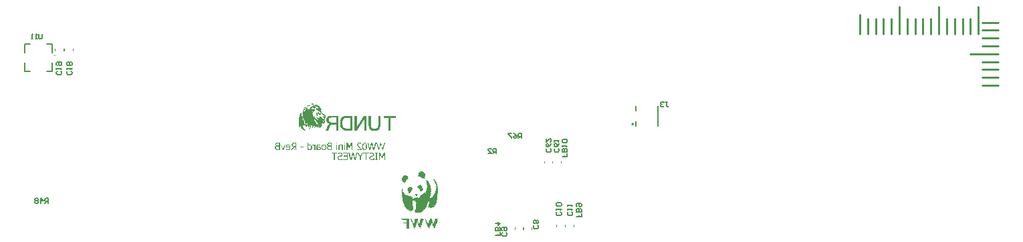
<source format=gbo>
G04*
G04 #@! TF.GenerationSoftware,Altium Limited,Altium NEXUS,3.1.14 (81)*
G04*
G04 Layer_Color=32896*
%FSLAX25Y25*%
%MOIN*%
G70*
G04*
G04 #@! TF.SameCoordinates,8D934BE8-6637-419B-8715-06A4025A7093*
G04*
G04*
G04 #@! TF.FilePolarity,Positive*
G04*
G01*
G75*
%ADD10C,0.00394*%
%ADD11C,0.00787*%
%ADD15C,0.01000*%
%ADD19C,0.00591*%
%ADD21C,0.00500*%
G36*
X152082Y67789D02*
Y67720D01*
X152359D01*
Y67651D01*
X152497D01*
Y67581D01*
X152636D01*
Y67512D01*
X152705D01*
Y67443D01*
X152844D01*
Y67374D01*
X152913D01*
Y67304D01*
X152982D01*
Y67235D01*
X153052D01*
Y67166D01*
X153121D01*
Y67096D01*
Y67027D01*
Y66958D01*
X152775D01*
Y67027D01*
X152705D01*
Y67096D01*
X152151D01*
Y67027D01*
X151874D01*
Y67096D01*
Y67166D01*
Y67235D01*
X151805D01*
Y67304D01*
Y67374D01*
Y67443D01*
X151735D01*
Y67512D01*
Y67581D01*
Y67651D01*
Y67720D01*
X151805D01*
Y67789D01*
Y67858D01*
X152082D01*
Y67789D01*
D02*
G37*
G36*
X153952Y67235D02*
Y67166D01*
Y67096D01*
X154091D01*
Y67027D01*
X154299D01*
Y67096D01*
Y67166D01*
X154645D01*
Y67096D01*
Y67027D01*
Y66958D01*
Y66888D01*
X154576D01*
Y66819D01*
X155130D01*
Y66750D01*
X155338D01*
Y66681D01*
Y66611D01*
X155477D01*
Y66542D01*
X155546D01*
Y66473D01*
Y66404D01*
X155684D01*
Y66334D01*
X155962D01*
Y66265D01*
Y66196D01*
Y66126D01*
Y66057D01*
Y65988D01*
Y65918D01*
Y65849D01*
X156239D01*
Y65780D01*
Y65711D01*
Y65641D01*
Y65572D01*
Y65503D01*
X156447D01*
Y65434D01*
X156585D01*
Y65364D01*
Y65295D01*
Y65226D01*
Y65156D01*
X156654D01*
Y65087D01*
Y65018D01*
Y64949D01*
Y64879D01*
Y64810D01*
X156724D01*
Y64741D01*
Y64671D01*
Y64602D01*
X156654D01*
Y64533D01*
Y64464D01*
X156585D01*
Y64394D01*
Y64325D01*
Y64256D01*
X156516D01*
Y64187D01*
X156447D01*
Y64117D01*
X156516D01*
Y64048D01*
X156585D01*
Y63979D01*
X156654D01*
Y63909D01*
X156724D01*
Y63840D01*
Y63771D01*
X156793D01*
Y63701D01*
Y63632D01*
Y63563D01*
Y63494D01*
Y63424D01*
Y63355D01*
Y63286D01*
X156862D01*
Y63217D01*
X156932D01*
Y63147D01*
X157001D01*
Y63078D01*
Y63009D01*
Y62939D01*
X157209D01*
Y62870D01*
X157347D01*
Y62801D01*
X157416D01*
Y62731D01*
X157486D01*
Y62662D01*
X157555D01*
Y62593D01*
X157694D01*
Y62524D01*
X157763D01*
Y62454D01*
X157902D01*
Y62385D01*
X157971D01*
Y62316D01*
X158109D01*
Y62247D01*
X158179D01*
Y62177D01*
X158317D01*
Y62108D01*
X158387D01*
Y62039D01*
X158525D01*
Y61969D01*
X158594D01*
Y61900D01*
X158664D01*
Y61831D01*
X158733D01*
Y61762D01*
X158802D01*
Y61692D01*
X158871D01*
Y61623D01*
Y61554D01*
Y61484D01*
Y61415D01*
X159010D01*
Y61346D01*
Y61277D01*
Y61207D01*
Y61138D01*
X158941D01*
Y61069D01*
X158871D01*
Y61000D01*
Y60930D01*
Y60861D01*
Y60792D01*
X158802D01*
Y60722D01*
Y60653D01*
X158733D01*
Y60584D01*
X158664D01*
Y60514D01*
Y60445D01*
X158594D01*
Y60376D01*
Y60307D01*
Y60237D01*
Y60168D01*
X158525D01*
Y60099D01*
Y60030D01*
Y59960D01*
Y59891D01*
Y59822D01*
Y59752D01*
X158456D01*
Y59683D01*
Y59614D01*
Y59544D01*
Y59475D01*
X158387D01*
Y59406D01*
Y59337D01*
X158317D01*
Y59267D01*
Y59198D01*
Y59129D01*
X158387D01*
Y59060D01*
Y58990D01*
Y58921D01*
Y58852D01*
X158317D01*
Y58782D01*
X158387D01*
Y58713D01*
X158594D01*
Y58644D01*
Y58575D01*
Y58505D01*
Y58436D01*
X158525D01*
Y58367D01*
X158387D01*
Y58297D01*
Y58228D01*
Y58159D01*
X158317D01*
Y58090D01*
X158248D01*
Y58020D01*
X158179D01*
Y57951D01*
X158109D01*
Y57882D01*
X158248D01*
Y57812D01*
Y57743D01*
Y57674D01*
Y57605D01*
X157971D01*
Y57674D01*
Y57743D01*
X157555D01*
Y57812D01*
X157209D01*
Y57743D01*
X157001D01*
Y57674D01*
Y57605D01*
Y57535D01*
Y57466D01*
Y57397D01*
Y57328D01*
X156932D01*
Y57258D01*
X157001D01*
Y57189D01*
Y57120D01*
Y57050D01*
Y56981D01*
X157070D01*
Y56912D01*
X157139D01*
Y56842D01*
Y56773D01*
Y56704D01*
X157070D01*
Y56635D01*
X157001D01*
Y56565D01*
Y56496D01*
Y56427D01*
Y56358D01*
Y56288D01*
X156862D01*
Y56219D01*
X157001D01*
Y56150D01*
Y56080D01*
Y56011D01*
Y55942D01*
Y55873D01*
X156724D01*
Y55803D01*
Y55734D01*
Y55665D01*
X156447D01*
Y55734D01*
Y55803D01*
X156239D01*
Y55734D01*
Y55665D01*
Y55595D01*
X155962D01*
Y55665D01*
Y55734D01*
Y55803D01*
X155892D01*
Y55873D01*
X155684D01*
Y55942D01*
Y56011D01*
Y56080D01*
Y56150D01*
X155546D01*
Y56219D01*
Y56288D01*
X155477D01*
Y56358D01*
X155407D01*
Y56427D01*
Y56496D01*
X155338D01*
Y56565D01*
X155269D01*
Y56635D01*
X155200D01*
Y56704D01*
X155130D01*
Y56773D01*
X155061D01*
Y56842D01*
X154992D01*
Y56912D01*
X154784D01*
Y56842D01*
X154853D01*
Y56773D01*
X154922D01*
Y56704D01*
X154992D01*
Y56635D01*
X155061D01*
Y56565D01*
X155130D01*
Y56496D01*
X155200D01*
Y56427D01*
X155269D01*
Y56358D01*
X155338D01*
Y56288D01*
Y56219D01*
Y56150D01*
X155407D01*
Y56080D01*
Y56011D01*
Y55942D01*
Y55873D01*
Y55803D01*
X155338D01*
Y55734D01*
X154922D01*
Y55665D01*
X154715D01*
Y55734D01*
X154645D01*
Y55803D01*
Y55873D01*
X154576D01*
Y55942D01*
X154507D01*
Y56011D01*
X154437D01*
Y56080D01*
X154229D01*
Y56011D01*
Y55942D01*
Y55873D01*
Y55803D01*
Y55734D01*
Y55665D01*
X154091D01*
Y55734D01*
X154022D01*
Y55803D01*
X153952D01*
Y55873D01*
Y55942D01*
X153883D01*
Y56011D01*
Y56080D01*
X153814D01*
Y56150D01*
X153745D01*
Y56219D01*
X153675D01*
Y56288D01*
Y56358D01*
X153606D01*
Y56427D01*
X153537D01*
Y56496D01*
X153467D01*
Y56565D01*
X153329D01*
Y56496D01*
Y56427D01*
Y56358D01*
Y56288D01*
X153398D01*
Y56219D01*
Y56150D01*
Y56080D01*
Y56011D01*
Y55942D01*
Y55873D01*
Y55803D01*
Y55734D01*
X153537D01*
Y55665D01*
Y55595D01*
Y55526D01*
Y55457D01*
Y55388D01*
X153260D01*
Y55457D01*
Y55526D01*
Y55595D01*
Y55665D01*
Y55734D01*
X153190D01*
Y55803D01*
Y55873D01*
Y55942D01*
X153121D01*
Y56011D01*
Y56080D01*
Y56150D01*
X153052D01*
Y56219D01*
Y56288D01*
Y56358D01*
X152982D01*
Y56427D01*
Y56496D01*
Y56565D01*
X152705D01*
Y56496D01*
Y56427D01*
Y56358D01*
X152775D01*
Y56288D01*
Y56219D01*
Y56150D01*
Y56080D01*
X152705D01*
Y56011D01*
Y55942D01*
Y55873D01*
Y55803D01*
Y55734D01*
Y55665D01*
Y55595D01*
Y55526D01*
Y55457D01*
Y55388D01*
Y55318D01*
Y55249D01*
X152636D01*
Y55180D01*
X152428D01*
Y55249D01*
Y55318D01*
Y55388D01*
Y55457D01*
Y55526D01*
Y55595D01*
X152359D01*
Y55665D01*
Y55734D01*
Y55803D01*
Y55873D01*
Y55942D01*
X152290D01*
Y56011D01*
Y56080D01*
Y56150D01*
X152220D01*
Y56219D01*
Y56288D01*
Y56358D01*
X152151D01*
Y56427D01*
Y56496D01*
Y56565D01*
X152082D01*
Y56635D01*
Y56704D01*
X152013D01*
Y56773D01*
X151874D01*
Y56704D01*
X151805D01*
Y56635D01*
X151528D01*
Y56565D01*
Y56496D01*
Y56427D01*
Y56358D01*
Y56288D01*
Y56219D01*
X151389D01*
Y56150D01*
Y56080D01*
Y56011D01*
Y55942D01*
Y55873D01*
X151320D01*
Y55803D01*
Y55734D01*
Y55665D01*
Y55595D01*
Y55526D01*
X151250D01*
Y55457D01*
Y55388D01*
X151181D01*
Y55318D01*
X151112D01*
Y55249D01*
X151043D01*
Y55180D01*
Y55111D01*
Y55041D01*
Y54972D01*
X150973D01*
Y54903D01*
X150696D01*
Y54972D01*
Y55041D01*
Y55111D01*
Y55180D01*
Y55249D01*
X150765D01*
Y55318D01*
X150904D01*
Y55388D01*
X150973D01*
Y55457D01*
Y55526D01*
Y55595D01*
Y55665D01*
X151043D01*
Y55734D01*
Y55803D01*
Y55873D01*
X151112D01*
Y55942D01*
Y56011D01*
Y56080D01*
Y56150D01*
Y56219D01*
X150973D01*
Y56150D01*
X150558D01*
Y56080D01*
X150488D01*
Y56011D01*
Y55942D01*
Y55873D01*
X150419D01*
Y55803D01*
Y55734D01*
X150350D01*
Y55803D01*
Y55873D01*
Y55942D01*
Y56011D01*
X150280D01*
Y56080D01*
X150211D01*
Y56150D01*
Y56219D01*
Y56288D01*
Y56358D01*
Y56427D01*
Y56496D01*
Y56565D01*
Y56635D01*
Y56704D01*
Y56773D01*
X150003D01*
Y56704D01*
X149934D01*
Y56635D01*
X149865D01*
Y56565D01*
X149934D01*
Y56496D01*
Y56427D01*
X149588D01*
Y56358D01*
X149518D01*
Y56288D01*
X149449D01*
Y56219D01*
X149380D01*
Y56150D01*
X149311D01*
Y56080D01*
X148826D01*
Y56150D01*
Y56219D01*
Y56288D01*
Y56358D01*
Y56427D01*
X148895D01*
Y56496D01*
Y56565D01*
X148826D01*
Y56635D01*
X148756D01*
Y56704D01*
X148618D01*
Y56773D01*
X148410D01*
Y56842D01*
X147925D01*
Y56773D01*
X147786D01*
Y56704D01*
X147717D01*
Y56635D01*
X147648D01*
Y56565D01*
Y56496D01*
X147578D01*
Y56427D01*
Y56358D01*
Y56288D01*
Y56219D01*
Y56150D01*
Y56080D01*
Y56011D01*
Y55942D01*
Y55873D01*
X147648D01*
Y55803D01*
Y55734D01*
X147717D01*
Y55665D01*
Y55595D01*
Y55526D01*
X147786D01*
Y55457D01*
Y55388D01*
X147855D01*
Y55318D01*
X147925D01*
Y55249D01*
Y55180D01*
X147994D01*
Y55111D01*
X148063D01*
Y55041D01*
X148133D01*
Y54972D01*
X148202D01*
Y54903D01*
X148271D01*
Y54833D01*
X148340D01*
Y54764D01*
X148410D01*
Y54695D01*
X148479D01*
Y54625D01*
X148548D01*
Y54556D01*
X148618D01*
Y54487D01*
X148756D01*
Y54418D01*
Y54348D01*
Y54279D01*
Y54210D01*
X148479D01*
Y54279D01*
X148340D01*
Y54348D01*
X147994D01*
Y54279D01*
X147717D01*
Y54348D01*
X147648D01*
Y54418D01*
Y54487D01*
X147578D01*
Y54556D01*
Y54625D01*
X147509D01*
Y54695D01*
Y54764D01*
X147440D01*
Y54833D01*
Y54903D01*
X147371D01*
Y54972D01*
Y55041D01*
Y55111D01*
X147301D01*
Y55180D01*
Y55249D01*
X147024D01*
Y55180D01*
Y55111D01*
X146886D01*
Y55180D01*
X146816D01*
Y55249D01*
Y55318D01*
X146747D01*
Y55388D01*
Y55457D01*
Y55526D01*
X146678D01*
Y55595D01*
Y55665D01*
Y55734D01*
Y55803D01*
X146608D01*
Y55873D01*
Y55942D01*
X146539D01*
Y56011D01*
Y56080D01*
X146470D01*
Y56150D01*
Y56219D01*
Y56288D01*
X146401D01*
Y56358D01*
Y56427D01*
X146054D01*
Y56358D01*
Y56288D01*
X146124D01*
Y56219D01*
Y56150D01*
Y56080D01*
Y56011D01*
Y55942D01*
X145846D01*
Y56011D01*
Y56080D01*
Y56150D01*
X145639D01*
Y56219D01*
Y56288D01*
Y56358D01*
Y56427D01*
Y56496D01*
Y56565D01*
Y56635D01*
Y56704D01*
Y56773D01*
Y56842D01*
Y56912D01*
Y56981D01*
X145569D01*
Y57050D01*
Y57120D01*
X145500D01*
Y57189D01*
Y57258D01*
Y57328D01*
Y57397D01*
Y57466D01*
Y57535D01*
Y57605D01*
Y57674D01*
Y57743D01*
Y57812D01*
Y57882D01*
Y57951D01*
Y58020D01*
Y58090D01*
Y58159D01*
Y58228D01*
Y58297D01*
Y58367D01*
Y58436D01*
Y58505D01*
Y58575D01*
Y58644D01*
Y58713D01*
Y58782D01*
Y58852D01*
Y58921D01*
Y58990D01*
Y59060D01*
Y59129D01*
Y59198D01*
Y59267D01*
Y59337D01*
X145569D01*
Y59406D01*
Y59475D01*
Y59544D01*
Y59614D01*
X145639D01*
Y59683D01*
Y59752D01*
Y59822D01*
Y59891D01*
Y59960D01*
Y60030D01*
Y60099D01*
X145708D01*
Y60168D01*
Y60237D01*
X145569D01*
Y60307D01*
Y60376D01*
Y60445D01*
Y60514D01*
Y60584D01*
X145639D01*
Y60653D01*
Y60722D01*
Y60792D01*
X145708D01*
Y60861D01*
Y60930D01*
X145777D01*
Y61000D01*
Y61069D01*
Y61138D01*
Y61207D01*
Y61277D01*
Y61346D01*
X145846D01*
Y61415D01*
Y61484D01*
Y61554D01*
Y61623D01*
Y61692D01*
X145916D01*
Y61762D01*
Y61831D01*
Y61900D01*
X145985D01*
Y61969D01*
Y62039D01*
Y62108D01*
X146054D01*
Y62177D01*
Y62247D01*
Y62316D01*
X146124D01*
Y62385D01*
Y62454D01*
X146193D01*
Y62524D01*
Y62593D01*
X146262D01*
Y62662D01*
X146331D01*
Y62731D01*
Y62801D01*
X146401D01*
Y62870D01*
X146470D01*
Y62939D01*
Y63009D01*
X146539D01*
Y63078D01*
X146816D01*
Y63009D01*
Y62939D01*
Y62870D01*
X147024D01*
Y62801D01*
X147163D01*
Y62870D01*
X147232D01*
Y62939D01*
X147371D01*
Y63009D01*
Y63078D01*
X147440D01*
Y63147D01*
Y63217D01*
Y63286D01*
X147509D01*
Y63355D01*
Y63424D01*
Y63494D01*
X147578D01*
Y63563D01*
X147440D01*
Y63632D01*
Y63701D01*
Y63771D01*
Y63840D01*
Y63909D01*
X147509D01*
Y63979D01*
Y64048D01*
X147578D01*
Y64117D01*
Y64187D01*
Y64256D01*
X147648D01*
Y64325D01*
Y64394D01*
Y64464D01*
X147717D01*
Y64533D01*
X147786D01*
Y64602D01*
Y64671D01*
X147855D01*
Y64741D01*
X147925D01*
Y64810D01*
X147994D01*
Y64879D01*
X148133D01*
Y64949D01*
X148202D01*
Y65018D01*
X148340D01*
Y65087D01*
X148479D01*
Y65156D01*
X148826D01*
Y65226D01*
Y65295D01*
X149033D01*
Y65364D01*
X149588D01*
Y65434D01*
X149865D01*
Y65364D01*
Y65295D01*
Y65226D01*
Y65156D01*
Y65087D01*
Y65018D01*
Y64949D01*
X149934D01*
Y64879D01*
X150142D01*
Y64949D01*
X150835D01*
Y65018D01*
Y65087D01*
Y65156D01*
X150904D01*
Y65226D01*
Y65295D01*
X151043D01*
Y65364D01*
X151250D01*
Y65434D01*
Y65503D01*
Y65572D01*
Y65641D01*
X151320D01*
Y65711D01*
Y65780D01*
X151389D01*
Y65849D01*
Y65918D01*
X151458D01*
Y65988D01*
X151735D01*
Y66057D01*
Y66126D01*
X151805D01*
Y66196D01*
X151874D01*
Y66265D01*
X152220D01*
Y66334D01*
X152290D01*
Y66404D01*
Y66473D01*
Y66542D01*
X152497D01*
Y66611D01*
X152636D01*
Y66681D01*
Y66750D01*
Y66819D01*
X152844D01*
Y66750D01*
Y66681D01*
Y66611D01*
X153190D01*
Y66681D01*
Y66750D01*
Y66819D01*
X153260D01*
Y66888D01*
X153398D01*
Y66958D01*
X153467D01*
Y67027D01*
X153537D01*
Y67096D01*
X153606D01*
Y67166D01*
X153675D01*
Y67235D01*
X153745D01*
Y67304D01*
X153952D01*
Y67235D01*
D02*
G37*
G36*
X150765Y66750D02*
X151043D01*
Y66681D01*
Y66611D01*
Y66542D01*
Y66473D01*
X150558D01*
Y66404D01*
X149934D01*
Y66473D01*
X149657D01*
Y66542D01*
Y66611D01*
Y66681D01*
Y66750D01*
X149934D01*
Y66819D01*
X150765D01*
Y66750D01*
D02*
G37*
G36*
X149865Y65918D02*
Y65849D01*
Y65780D01*
Y65711D01*
X149588D01*
Y65641D01*
X149311D01*
Y65572D01*
X148964D01*
Y65503D01*
X148687D01*
Y65434D01*
X148479D01*
Y65364D01*
X148340D01*
Y65295D01*
X148271D01*
Y65226D01*
X148202D01*
Y65156D01*
X148133D01*
Y65087D01*
X147855D01*
Y65156D01*
Y65226D01*
Y65295D01*
Y65364D01*
Y65434D01*
X147994D01*
Y65503D01*
X148063D01*
Y65572D01*
X148202D01*
Y65641D01*
X148340D01*
Y65711D01*
X148479D01*
Y65780D01*
X148687D01*
Y65849D01*
X149103D01*
Y65918D01*
X149588D01*
Y65988D01*
X149865D01*
Y65918D01*
D02*
G37*
G36*
X179171Y61554D02*
Y61484D01*
Y61415D01*
Y61346D01*
Y61277D01*
Y61207D01*
Y61138D01*
Y61069D01*
Y61000D01*
Y60930D01*
Y60861D01*
Y60792D01*
Y60722D01*
Y60653D01*
Y60584D01*
Y60514D01*
Y60445D01*
Y60376D01*
Y60307D01*
Y60237D01*
Y60168D01*
Y60099D01*
Y60030D01*
Y59960D01*
Y59891D01*
Y59822D01*
Y59752D01*
Y59683D01*
Y59614D01*
Y59544D01*
Y59475D01*
Y59406D01*
Y59337D01*
Y59267D01*
Y59198D01*
Y59129D01*
Y59060D01*
Y58990D01*
Y58921D01*
Y58852D01*
Y58782D01*
Y58713D01*
Y58644D01*
Y58575D01*
Y58505D01*
Y58436D01*
Y58367D01*
Y58297D01*
Y58228D01*
Y58159D01*
Y58090D01*
Y58020D01*
Y57951D01*
Y57882D01*
Y57812D01*
Y57743D01*
Y57674D01*
Y57605D01*
Y57535D01*
Y57466D01*
Y57397D01*
Y57328D01*
Y57258D01*
Y57189D01*
Y57120D01*
Y57050D01*
Y56981D01*
Y56912D01*
Y56842D01*
Y56773D01*
Y56704D01*
Y56635D01*
Y56565D01*
Y56496D01*
Y56427D01*
Y56358D01*
Y56288D01*
Y56219D01*
Y56150D01*
Y56080D01*
Y56011D01*
Y55942D01*
Y55873D01*
Y55803D01*
Y55734D01*
Y55665D01*
Y55595D01*
Y55526D01*
Y55457D01*
Y55388D01*
Y55318D01*
Y55249D01*
Y55180D01*
Y55111D01*
Y55041D01*
Y54972D01*
Y54903D01*
Y54833D01*
Y54764D01*
Y54695D01*
Y54625D01*
Y54556D01*
Y54487D01*
Y54418D01*
Y54348D01*
Y54279D01*
Y54210D01*
Y54141D01*
X178132D01*
Y54210D01*
Y54279D01*
Y54348D01*
Y54418D01*
Y54487D01*
Y54556D01*
Y54625D01*
Y54695D01*
Y54764D01*
Y54833D01*
Y54903D01*
Y54972D01*
Y55041D01*
Y55111D01*
Y55180D01*
Y55249D01*
Y55318D01*
Y55388D01*
Y55457D01*
Y55526D01*
Y55595D01*
Y55665D01*
Y55734D01*
Y55803D01*
Y55873D01*
Y55942D01*
Y56011D01*
Y56080D01*
Y56150D01*
Y56219D01*
Y56288D01*
Y56358D01*
Y56427D01*
Y56496D01*
Y56565D01*
Y56635D01*
Y56704D01*
Y56773D01*
Y56842D01*
Y56912D01*
Y56981D01*
Y57050D01*
Y57120D01*
Y57189D01*
Y57258D01*
Y57328D01*
Y57397D01*
Y57466D01*
Y57535D01*
Y57605D01*
Y57674D01*
Y57743D01*
Y57812D01*
Y57882D01*
Y57951D01*
Y58020D01*
Y58090D01*
Y58159D01*
Y58228D01*
Y58297D01*
Y58367D01*
Y58436D01*
Y58505D01*
Y58575D01*
Y58644D01*
Y58713D01*
Y58782D01*
Y58852D01*
Y58921D01*
Y58990D01*
Y59060D01*
Y59129D01*
Y59198D01*
Y59267D01*
Y59337D01*
Y59406D01*
Y59475D01*
Y59544D01*
X177993D01*
Y59475D01*
X177924D01*
Y59406D01*
X177855D01*
Y59337D01*
Y59267D01*
X177786D01*
Y59198D01*
X177716D01*
Y59129D01*
Y59060D01*
X177647D01*
Y58990D01*
X177578D01*
Y58921D01*
Y58852D01*
X177508D01*
Y58782D01*
X177439D01*
Y58713D01*
Y58644D01*
X177370D01*
Y58575D01*
X177301D01*
Y58505D01*
Y58436D01*
X177231D01*
Y58367D01*
Y58297D01*
X177162D01*
Y58228D01*
X177093D01*
Y58159D01*
Y58090D01*
X177023D01*
Y58020D01*
X176954D01*
Y57951D01*
Y57882D01*
X176885D01*
Y57812D01*
X176816D01*
Y57743D01*
Y57674D01*
X176746D01*
Y57605D01*
X176677D01*
Y57535D01*
Y57466D01*
X176608D01*
Y57397D01*
X176539D01*
Y57328D01*
Y57258D01*
X176469D01*
Y57189D01*
X176400D01*
Y57120D01*
Y57050D01*
X176331D01*
Y56981D01*
X176261D01*
Y56912D01*
Y56842D01*
X176192D01*
Y56773D01*
X176123D01*
Y56704D01*
Y56635D01*
X176054D01*
Y56565D01*
Y56496D01*
X175984D01*
Y56427D01*
X175915D01*
Y56358D01*
Y56288D01*
X175846D01*
Y56219D01*
X175776D01*
Y56150D01*
Y56080D01*
X175707D01*
Y56011D01*
X175638D01*
Y55942D01*
Y55873D01*
X175569D01*
Y55803D01*
X175499D01*
Y55734D01*
Y55665D01*
X175430D01*
Y55595D01*
X175361D01*
Y55526D01*
Y55457D01*
X175291D01*
Y55388D01*
X175222D01*
Y55318D01*
Y55249D01*
X175153D01*
Y55180D01*
X175084D01*
Y55111D01*
Y55041D01*
X175014D01*
Y54972D01*
Y54903D01*
X174945D01*
Y54833D01*
X174876D01*
Y54764D01*
Y54695D01*
X174806D01*
Y54625D01*
X174737D01*
Y54556D01*
Y54487D01*
X174668D01*
Y54418D01*
X174599D01*
Y54348D01*
Y54279D01*
X174529D01*
Y54210D01*
X174460D01*
Y54141D01*
X173352D01*
Y54210D01*
Y54279D01*
Y54348D01*
Y54418D01*
Y54487D01*
Y54556D01*
Y54625D01*
Y54695D01*
Y54764D01*
Y54833D01*
Y54903D01*
Y54972D01*
Y55041D01*
Y55111D01*
Y55180D01*
Y55249D01*
Y55318D01*
Y55388D01*
Y55457D01*
Y55526D01*
Y55595D01*
Y55665D01*
Y55734D01*
Y55803D01*
Y55873D01*
Y55942D01*
Y56011D01*
Y56080D01*
Y56150D01*
Y56219D01*
Y56288D01*
Y56358D01*
Y56427D01*
Y56496D01*
Y56565D01*
Y56635D01*
Y56704D01*
Y56773D01*
Y56842D01*
Y56912D01*
Y56981D01*
Y57050D01*
Y57120D01*
Y57189D01*
Y57258D01*
Y57328D01*
Y57397D01*
Y57466D01*
Y57535D01*
Y57605D01*
Y57674D01*
Y57743D01*
Y57812D01*
Y57882D01*
Y57951D01*
Y58020D01*
Y58090D01*
Y58159D01*
Y58228D01*
Y58297D01*
Y58367D01*
Y58436D01*
Y58505D01*
Y58575D01*
Y58644D01*
Y58713D01*
Y58782D01*
Y58852D01*
Y58921D01*
Y58990D01*
Y59060D01*
Y59129D01*
Y59198D01*
Y59267D01*
Y59337D01*
Y59406D01*
Y59475D01*
Y59544D01*
Y59614D01*
Y59683D01*
Y59752D01*
Y59822D01*
Y59891D01*
Y59960D01*
Y60030D01*
Y60099D01*
Y60168D01*
Y60237D01*
Y60307D01*
Y60376D01*
Y60445D01*
Y60514D01*
Y60584D01*
Y60653D01*
Y60722D01*
Y60792D01*
Y60861D01*
Y60930D01*
Y61000D01*
Y61069D01*
Y61138D01*
Y61207D01*
Y61277D01*
Y61346D01*
Y61415D01*
Y61484D01*
Y61554D01*
Y61623D01*
X174391D01*
Y61554D01*
Y61484D01*
Y61415D01*
Y61346D01*
Y61277D01*
Y61207D01*
Y61138D01*
Y61069D01*
Y61000D01*
Y60930D01*
Y60861D01*
Y60792D01*
Y60722D01*
Y60653D01*
Y60584D01*
Y60514D01*
Y60445D01*
Y60376D01*
Y60307D01*
Y60237D01*
Y60168D01*
Y60099D01*
Y60030D01*
Y59960D01*
Y59891D01*
Y59822D01*
Y59752D01*
Y59683D01*
Y59614D01*
Y59544D01*
Y59475D01*
Y59406D01*
Y59337D01*
Y59267D01*
Y59198D01*
Y59129D01*
Y59060D01*
Y58990D01*
Y58921D01*
Y58852D01*
Y58782D01*
Y58713D01*
Y58644D01*
Y58575D01*
Y58505D01*
Y58436D01*
Y58367D01*
Y58297D01*
Y58228D01*
Y58159D01*
Y58090D01*
Y58020D01*
Y57951D01*
Y57882D01*
Y57812D01*
Y57743D01*
Y57674D01*
Y57605D01*
Y57535D01*
Y57466D01*
Y57397D01*
Y57328D01*
Y57258D01*
Y57189D01*
Y57120D01*
Y57050D01*
Y56981D01*
Y56912D01*
Y56842D01*
Y56773D01*
Y56704D01*
Y56635D01*
Y56565D01*
Y56496D01*
Y56427D01*
Y56358D01*
Y56288D01*
Y56219D01*
X174529D01*
Y56288D01*
X174599D01*
Y56358D01*
X174668D01*
Y56427D01*
Y56496D01*
X174737D01*
Y56565D01*
X174806D01*
Y56635D01*
Y56704D01*
X174876D01*
Y56773D01*
X174945D01*
Y56842D01*
Y56912D01*
X175014D01*
Y56981D01*
Y57050D01*
X175084D01*
Y57120D01*
X175153D01*
Y57189D01*
Y57258D01*
X175222D01*
Y57328D01*
X175291D01*
Y57397D01*
Y57466D01*
X175361D01*
Y57535D01*
X175430D01*
Y57605D01*
Y57674D01*
X175499D01*
Y57743D01*
X175569D01*
Y57812D01*
Y57882D01*
X175638D01*
Y57951D01*
X175707D01*
Y58020D01*
Y58090D01*
X175776D01*
Y58159D01*
X175846D01*
Y58228D01*
Y58297D01*
X175915D01*
Y58367D01*
X175984D01*
Y58436D01*
Y58505D01*
X176054D01*
Y58575D01*
Y58644D01*
X176123D01*
Y58713D01*
X176192D01*
Y58782D01*
Y58852D01*
X176261D01*
Y58921D01*
X176331D01*
Y58990D01*
Y59060D01*
X176400D01*
Y59129D01*
X176469D01*
Y59198D01*
Y59267D01*
X176539D01*
Y59337D01*
X176608D01*
Y59406D01*
Y59475D01*
X176677D01*
Y59544D01*
X176746D01*
Y59614D01*
Y59683D01*
X176816D01*
Y59752D01*
X176885D01*
Y59822D01*
Y59891D01*
X176954D01*
Y59960D01*
X177023D01*
Y60030D01*
Y60099D01*
X177093D01*
Y60168D01*
Y60237D01*
X177162D01*
Y60307D01*
X177231D01*
Y60376D01*
Y60445D01*
X177301D01*
Y60514D01*
X177370D01*
Y60584D01*
Y60653D01*
X177439D01*
Y60722D01*
X177508D01*
Y60792D01*
Y60861D01*
X177578D01*
Y60930D01*
X177647D01*
Y61000D01*
Y61069D01*
X177716D01*
Y61138D01*
X177786D01*
Y61207D01*
Y61277D01*
X177855D01*
Y61346D01*
X177924D01*
Y61415D01*
Y61484D01*
X177993D01*
Y61554D01*
X178063D01*
Y61623D01*
X179171D01*
Y61554D01*
D02*
G37*
G36*
X186169D02*
Y61484D01*
Y61415D01*
Y61346D01*
Y61277D01*
Y61207D01*
Y61138D01*
Y61069D01*
Y61000D01*
Y60930D01*
Y60861D01*
Y60792D01*
Y60722D01*
Y60653D01*
Y60584D01*
Y60514D01*
Y60445D01*
Y60376D01*
Y60307D01*
Y60237D01*
Y60168D01*
Y60099D01*
Y60030D01*
Y59960D01*
Y59891D01*
Y59822D01*
Y59752D01*
Y59683D01*
Y59614D01*
Y59544D01*
Y59475D01*
Y59406D01*
Y59337D01*
Y59267D01*
Y59198D01*
Y59129D01*
Y59060D01*
Y58990D01*
Y58921D01*
Y58852D01*
Y58782D01*
Y58713D01*
Y58644D01*
Y58575D01*
Y58505D01*
Y58436D01*
Y58367D01*
Y58297D01*
Y58228D01*
Y58159D01*
Y58090D01*
Y58020D01*
Y57951D01*
Y57882D01*
Y57812D01*
Y57743D01*
Y57674D01*
Y57605D01*
Y57535D01*
Y57466D01*
Y57397D01*
Y57328D01*
Y57258D01*
Y57189D01*
Y57120D01*
Y57050D01*
Y56981D01*
Y56912D01*
Y56842D01*
Y56773D01*
X186100D01*
Y56704D01*
Y56635D01*
Y56565D01*
Y56496D01*
Y56427D01*
Y56358D01*
Y56288D01*
Y56219D01*
Y56150D01*
Y56080D01*
X186030D01*
Y56011D01*
Y55942D01*
Y55873D01*
Y55803D01*
Y55734D01*
X185961D01*
Y55665D01*
Y55595D01*
Y55526D01*
Y55457D01*
X185892D01*
Y55388D01*
Y55318D01*
X185822D01*
Y55249D01*
Y55180D01*
X185753D01*
Y55111D01*
Y55041D01*
X185684D01*
Y54972D01*
X185615D01*
Y54903D01*
X185545D01*
Y54833D01*
Y54764D01*
X185476D01*
Y54695D01*
X185407D01*
Y54625D01*
X185268D01*
Y54556D01*
X185199D01*
Y54487D01*
X185129D01*
Y54418D01*
X185060D01*
Y54348D01*
X184922D01*
Y54279D01*
X184783D01*
Y54210D01*
X184575D01*
Y54141D01*
X184298D01*
Y54071D01*
X183952D01*
Y54002D01*
X182635D01*
Y54071D01*
X182220D01*
Y54141D01*
X181943D01*
Y54210D01*
X181804D01*
Y54279D01*
X181596D01*
Y54348D01*
X181458D01*
Y54418D01*
X181388D01*
Y54487D01*
X181250D01*
Y54556D01*
X181180D01*
Y54625D01*
X181111D01*
Y54695D01*
X181042D01*
Y54764D01*
X180973D01*
Y54833D01*
X180903D01*
Y54903D01*
X180834D01*
Y54972D01*
Y55041D01*
X180765D01*
Y55111D01*
Y55180D01*
X180695D01*
Y55249D01*
Y55318D01*
X180626D01*
Y55388D01*
Y55457D01*
X180557D01*
Y55526D01*
Y55595D01*
Y55665D01*
X180488D01*
Y55734D01*
Y55803D01*
Y55873D01*
Y55942D01*
X180418D01*
Y56011D01*
Y56080D01*
Y56150D01*
Y56219D01*
Y56288D01*
Y56358D01*
Y56427D01*
Y56496D01*
X180349D01*
Y56565D01*
Y56635D01*
Y56704D01*
Y56773D01*
Y56842D01*
Y56912D01*
Y56981D01*
Y57050D01*
Y57120D01*
Y57189D01*
Y57258D01*
Y57328D01*
Y57397D01*
Y57466D01*
Y57535D01*
Y57605D01*
Y57674D01*
Y57743D01*
Y57812D01*
Y57882D01*
Y57951D01*
Y58020D01*
Y58090D01*
Y58159D01*
Y58228D01*
Y58297D01*
Y58367D01*
Y58436D01*
Y58505D01*
Y58575D01*
Y58644D01*
Y58713D01*
Y58782D01*
Y58852D01*
Y58921D01*
Y58990D01*
Y59060D01*
Y59129D01*
Y59198D01*
Y59267D01*
Y59337D01*
Y59406D01*
Y59475D01*
Y59544D01*
Y59614D01*
Y59683D01*
Y59752D01*
Y59822D01*
Y59891D01*
Y59960D01*
Y60030D01*
Y60099D01*
Y60168D01*
Y60237D01*
Y60307D01*
Y60376D01*
Y60445D01*
Y60514D01*
Y60584D01*
Y60653D01*
Y60722D01*
Y60792D01*
Y60861D01*
Y60930D01*
Y61000D01*
Y61069D01*
Y61138D01*
Y61207D01*
Y61277D01*
Y61346D01*
Y61415D01*
Y61484D01*
Y61554D01*
Y61623D01*
X181458D01*
Y61554D01*
Y61484D01*
Y61415D01*
Y61346D01*
Y61277D01*
Y61207D01*
Y61138D01*
Y61069D01*
Y61000D01*
Y60930D01*
Y60861D01*
Y60792D01*
Y60722D01*
Y60653D01*
Y60584D01*
Y60514D01*
Y60445D01*
Y60376D01*
Y60307D01*
Y60237D01*
Y60168D01*
Y60099D01*
Y60030D01*
Y59960D01*
Y59891D01*
Y59822D01*
Y59752D01*
Y59683D01*
Y59614D01*
Y59544D01*
Y59475D01*
Y59406D01*
Y59337D01*
Y59267D01*
Y59198D01*
Y59129D01*
Y59060D01*
Y58990D01*
Y58921D01*
Y58852D01*
Y58782D01*
Y58713D01*
Y58644D01*
Y58575D01*
Y58505D01*
Y58436D01*
Y58367D01*
Y58297D01*
Y58228D01*
Y58159D01*
Y58090D01*
Y58020D01*
Y57951D01*
Y57882D01*
Y57812D01*
Y57743D01*
Y57674D01*
Y57605D01*
Y57535D01*
Y57466D01*
Y57397D01*
Y57328D01*
Y57258D01*
Y57189D01*
Y57120D01*
Y57050D01*
Y56981D01*
Y56912D01*
Y56842D01*
Y56773D01*
Y56704D01*
Y56635D01*
Y56565D01*
X181527D01*
Y56496D01*
Y56427D01*
Y56358D01*
Y56288D01*
Y56219D01*
X181596D01*
Y56150D01*
Y56080D01*
Y56011D01*
Y55942D01*
X181665D01*
Y55873D01*
Y55803D01*
X181735D01*
Y55734D01*
Y55665D01*
X181804D01*
Y55595D01*
X181873D01*
Y55526D01*
X181943D01*
Y55457D01*
X182012D01*
Y55388D01*
X182081D01*
Y55318D01*
X182220D01*
Y55249D01*
X182358D01*
Y55180D01*
X182497D01*
Y55111D01*
X182843D01*
Y55041D01*
X183675D01*
Y55111D01*
X183952D01*
Y55180D01*
X184160D01*
Y55249D01*
X184298D01*
Y55318D01*
X184437D01*
Y55388D01*
X184506D01*
Y55457D01*
X184575D01*
Y55526D01*
X184645D01*
Y55595D01*
X184714D01*
Y55665D01*
X184783D01*
Y55734D01*
Y55803D01*
X184852D01*
Y55873D01*
Y55942D01*
Y56011D01*
X184922D01*
Y56080D01*
Y56150D01*
Y56219D01*
X184991D01*
Y56288D01*
Y56358D01*
Y56427D01*
Y56496D01*
Y56565D01*
X185060D01*
Y56635D01*
Y56704D01*
Y56773D01*
Y56842D01*
Y56912D01*
Y56981D01*
Y57050D01*
Y57120D01*
Y57189D01*
Y57258D01*
Y57328D01*
Y57397D01*
Y57466D01*
Y57535D01*
Y57605D01*
Y57674D01*
Y57743D01*
Y57812D01*
Y57882D01*
Y57951D01*
Y58020D01*
Y58090D01*
Y58159D01*
Y58228D01*
Y58297D01*
Y58367D01*
Y58436D01*
Y58505D01*
Y58575D01*
Y58644D01*
Y58713D01*
Y58782D01*
Y58852D01*
Y58921D01*
Y58990D01*
Y59060D01*
Y59129D01*
Y59198D01*
Y59267D01*
Y59337D01*
Y59406D01*
Y59475D01*
Y59544D01*
Y59614D01*
Y59683D01*
Y59752D01*
Y59822D01*
Y59891D01*
Y59960D01*
Y60030D01*
Y60099D01*
Y60168D01*
Y60237D01*
Y60307D01*
Y60376D01*
Y60445D01*
Y60514D01*
Y60584D01*
Y60653D01*
Y60722D01*
Y60792D01*
Y60861D01*
Y60930D01*
Y61000D01*
Y61069D01*
Y61138D01*
Y61207D01*
Y61277D01*
Y61346D01*
Y61415D01*
Y61484D01*
Y61554D01*
Y61623D01*
X186169D01*
Y61554D01*
D02*
G37*
G36*
X193790D02*
Y61484D01*
Y61415D01*
Y61346D01*
Y61277D01*
Y61207D01*
Y61138D01*
Y61069D01*
Y61000D01*
Y60930D01*
Y60861D01*
Y60792D01*
Y60722D01*
Y60653D01*
Y60584D01*
X191365D01*
Y60514D01*
Y60445D01*
Y60376D01*
Y60307D01*
Y60237D01*
Y60168D01*
Y60099D01*
Y60030D01*
Y59960D01*
Y59891D01*
Y59822D01*
Y59752D01*
Y59683D01*
Y59614D01*
Y59544D01*
Y59475D01*
Y59406D01*
Y59337D01*
Y59267D01*
Y59198D01*
Y59129D01*
Y59060D01*
Y58990D01*
Y58921D01*
Y58852D01*
Y58782D01*
Y58713D01*
Y58644D01*
Y58575D01*
Y58505D01*
Y58436D01*
Y58367D01*
Y58297D01*
Y58228D01*
Y58159D01*
Y58090D01*
Y58020D01*
Y57951D01*
Y57882D01*
Y57812D01*
Y57743D01*
Y57674D01*
Y57605D01*
Y57535D01*
Y57466D01*
Y57397D01*
Y57328D01*
Y57258D01*
Y57189D01*
Y57120D01*
Y57050D01*
Y56981D01*
Y56912D01*
Y56842D01*
Y56773D01*
Y56704D01*
Y56635D01*
Y56565D01*
Y56496D01*
Y56427D01*
Y56358D01*
Y56288D01*
Y56219D01*
Y56150D01*
Y56080D01*
Y56011D01*
Y55942D01*
Y55873D01*
Y55803D01*
Y55734D01*
Y55665D01*
Y55595D01*
Y55526D01*
Y55457D01*
Y55388D01*
Y55318D01*
Y55249D01*
Y55180D01*
Y55111D01*
Y55041D01*
Y54972D01*
Y54903D01*
Y54833D01*
Y54764D01*
Y54695D01*
Y54625D01*
Y54556D01*
Y54487D01*
Y54418D01*
Y54348D01*
Y54279D01*
Y54210D01*
Y54141D01*
X190256D01*
Y54210D01*
Y54279D01*
Y54348D01*
Y54418D01*
Y54487D01*
Y54556D01*
Y54625D01*
Y54695D01*
Y54764D01*
Y54833D01*
Y54903D01*
Y54972D01*
Y55041D01*
Y55111D01*
Y55180D01*
Y55249D01*
Y55318D01*
Y55388D01*
Y55457D01*
Y55526D01*
Y55595D01*
Y55665D01*
Y55734D01*
Y55803D01*
Y55873D01*
Y55942D01*
Y56011D01*
Y56080D01*
Y56150D01*
Y56219D01*
Y56288D01*
Y56358D01*
Y56427D01*
Y56496D01*
Y56565D01*
Y56635D01*
Y56704D01*
Y56773D01*
Y56842D01*
Y56912D01*
Y56981D01*
Y57050D01*
Y57120D01*
Y57189D01*
Y57258D01*
Y57328D01*
Y57397D01*
Y57466D01*
Y57535D01*
Y57605D01*
Y57674D01*
Y57743D01*
Y57812D01*
Y57882D01*
Y57951D01*
Y58020D01*
Y58090D01*
Y58159D01*
Y58228D01*
Y58297D01*
Y58367D01*
Y58436D01*
Y58505D01*
Y58575D01*
Y58644D01*
Y58713D01*
Y58782D01*
Y58852D01*
Y58921D01*
Y58990D01*
Y59060D01*
Y59129D01*
Y59198D01*
Y59267D01*
Y59337D01*
Y59406D01*
Y59475D01*
Y59544D01*
Y59614D01*
Y59683D01*
Y59752D01*
Y59822D01*
Y59891D01*
Y59960D01*
Y60030D01*
Y60099D01*
Y60168D01*
Y60237D01*
Y60307D01*
Y60376D01*
Y60445D01*
Y60514D01*
Y60584D01*
X187832D01*
Y60653D01*
Y60722D01*
Y60792D01*
Y60861D01*
Y60930D01*
Y61000D01*
Y61069D01*
Y61138D01*
Y61207D01*
Y61277D01*
Y61346D01*
Y61415D01*
Y61484D01*
Y61554D01*
Y61623D01*
X193790D01*
Y61554D01*
D02*
G37*
G36*
X172174D02*
Y61484D01*
Y61415D01*
Y61346D01*
Y61277D01*
Y61207D01*
Y61138D01*
Y61069D01*
Y61000D01*
Y60930D01*
Y60861D01*
Y60792D01*
Y60722D01*
Y60653D01*
Y60584D01*
Y60514D01*
Y60445D01*
Y60376D01*
Y60307D01*
Y60237D01*
Y60168D01*
Y60099D01*
Y60030D01*
Y59960D01*
Y59891D01*
Y59822D01*
Y59752D01*
Y59683D01*
Y59614D01*
Y59544D01*
Y59475D01*
Y59406D01*
Y59337D01*
Y59267D01*
Y59198D01*
Y59129D01*
Y59060D01*
Y58990D01*
Y58921D01*
Y58852D01*
Y58782D01*
Y58713D01*
Y58644D01*
Y58575D01*
Y58505D01*
Y58436D01*
Y58367D01*
Y58297D01*
Y58228D01*
Y58159D01*
Y58090D01*
Y58020D01*
Y57951D01*
Y57882D01*
Y57812D01*
Y57743D01*
Y57674D01*
Y57605D01*
Y57535D01*
Y57466D01*
Y57397D01*
Y57328D01*
Y57258D01*
Y57189D01*
Y57120D01*
Y57050D01*
Y56981D01*
Y56912D01*
Y56842D01*
Y56773D01*
Y56704D01*
Y56635D01*
Y56565D01*
Y56496D01*
Y56427D01*
Y56358D01*
Y56288D01*
Y56219D01*
Y56150D01*
Y56080D01*
Y56011D01*
Y55942D01*
Y55873D01*
Y55803D01*
Y55734D01*
Y55665D01*
Y55595D01*
Y55526D01*
Y55457D01*
Y55388D01*
Y55318D01*
Y55249D01*
Y55180D01*
Y55111D01*
Y55041D01*
Y54972D01*
Y54903D01*
Y54833D01*
Y54764D01*
Y54695D01*
Y54625D01*
Y54556D01*
Y54487D01*
Y54418D01*
Y54348D01*
Y54279D01*
Y54210D01*
Y54141D01*
X169056D01*
Y54210D01*
X168640D01*
Y54279D01*
X168294D01*
Y54348D01*
X168086D01*
Y54418D01*
X167947D01*
Y54487D01*
X167740D01*
Y54556D01*
X167601D01*
Y54625D01*
X167532D01*
Y54695D01*
X167393D01*
Y54764D01*
X167324D01*
Y54833D01*
X167185D01*
Y54903D01*
X167116D01*
Y54972D01*
X167047D01*
Y55041D01*
X166978D01*
Y55111D01*
X166908D01*
Y55180D01*
X166839D01*
Y55249D01*
X166770D01*
Y55318D01*
Y55388D01*
X166700D01*
Y55457D01*
X166631D01*
Y55526D01*
Y55595D01*
X166562D01*
Y55665D01*
X166493D01*
Y55734D01*
Y55803D01*
X166423D01*
Y55873D01*
Y55942D01*
X166354D01*
Y56011D01*
Y56080D01*
Y56150D01*
X166285D01*
Y56219D01*
Y56288D01*
Y56358D01*
X166215D01*
Y56427D01*
Y56496D01*
Y56565D01*
Y56635D01*
X166146D01*
Y56704D01*
Y56773D01*
Y56842D01*
Y56912D01*
Y56981D01*
Y57050D01*
X166077D01*
Y57120D01*
Y57189D01*
Y57258D01*
Y57328D01*
Y57397D01*
Y57466D01*
Y57535D01*
Y57605D01*
Y57674D01*
Y57743D01*
Y57812D01*
Y57882D01*
Y57951D01*
Y58020D01*
Y58090D01*
Y58159D01*
Y58228D01*
Y58297D01*
Y58367D01*
Y58436D01*
Y58505D01*
Y58575D01*
Y58644D01*
Y58713D01*
Y58782D01*
X166146D01*
Y58852D01*
Y58921D01*
Y58990D01*
Y59060D01*
Y59129D01*
Y59198D01*
X166215D01*
Y59267D01*
Y59337D01*
Y59406D01*
Y59475D01*
X166285D01*
Y59544D01*
Y59614D01*
Y59683D01*
X166354D01*
Y59752D01*
Y59822D01*
X166423D01*
Y59891D01*
Y59960D01*
X166493D01*
Y60030D01*
Y60099D01*
X166562D01*
Y60168D01*
Y60237D01*
X166631D01*
Y60307D01*
X166700D01*
Y60376D01*
Y60445D01*
X166770D01*
Y60514D01*
X166839D01*
Y60584D01*
X166908D01*
Y60653D01*
X166978D01*
Y60722D01*
X167047D01*
Y60792D01*
X167116D01*
Y60861D01*
X167185D01*
Y60930D01*
X167255D01*
Y61000D01*
X167393D01*
Y61069D01*
X167463D01*
Y61138D01*
X167601D01*
Y61207D01*
X167740D01*
Y61277D01*
X167878D01*
Y61346D01*
X168086D01*
Y61415D01*
X168294D01*
Y61484D01*
X168640D01*
Y61554D01*
X169056D01*
Y61623D01*
X172174D01*
Y61554D01*
D02*
G37*
G36*
X165176D02*
Y61484D01*
Y61415D01*
Y61346D01*
Y61277D01*
Y61207D01*
Y61138D01*
Y61069D01*
Y61000D01*
Y60930D01*
Y60861D01*
Y60792D01*
Y60722D01*
Y60653D01*
Y60584D01*
Y60514D01*
Y60445D01*
Y60376D01*
Y60307D01*
Y60237D01*
Y60168D01*
Y60099D01*
Y60030D01*
Y59960D01*
Y59891D01*
Y59822D01*
Y59752D01*
Y59683D01*
Y59614D01*
Y59544D01*
Y59475D01*
Y59406D01*
Y59337D01*
Y59267D01*
Y59198D01*
Y59129D01*
Y59060D01*
Y58990D01*
Y58921D01*
Y58852D01*
Y58782D01*
Y58713D01*
Y58644D01*
Y58575D01*
Y58505D01*
Y58436D01*
Y58367D01*
Y58297D01*
Y58228D01*
Y58159D01*
Y58090D01*
Y58020D01*
Y57951D01*
Y57882D01*
Y57812D01*
Y57743D01*
Y57674D01*
Y57605D01*
Y57535D01*
Y57466D01*
Y57397D01*
Y57328D01*
Y57258D01*
Y57189D01*
Y57120D01*
Y57050D01*
Y56981D01*
Y56912D01*
Y56842D01*
Y56773D01*
Y56704D01*
Y56635D01*
Y56565D01*
Y56496D01*
Y56427D01*
Y56358D01*
Y56288D01*
Y56219D01*
Y56150D01*
Y56080D01*
Y56011D01*
Y55942D01*
Y55873D01*
Y55803D01*
Y55734D01*
Y55665D01*
Y55595D01*
Y55526D01*
Y55457D01*
Y55388D01*
Y55318D01*
Y55249D01*
Y55180D01*
Y55111D01*
Y55041D01*
Y54972D01*
Y54903D01*
Y54833D01*
Y54764D01*
Y54695D01*
Y54625D01*
Y54556D01*
Y54487D01*
Y54418D01*
Y54348D01*
Y54279D01*
Y54210D01*
Y54141D01*
X164068D01*
Y54210D01*
Y54279D01*
Y54348D01*
Y54418D01*
Y54487D01*
Y54556D01*
Y54625D01*
Y54695D01*
Y54764D01*
Y54833D01*
Y54903D01*
Y54972D01*
Y55041D01*
Y55111D01*
Y55180D01*
Y55249D01*
Y55318D01*
Y55388D01*
Y55457D01*
Y55526D01*
Y55595D01*
Y55665D01*
Y55734D01*
Y55803D01*
Y55873D01*
Y55942D01*
Y56011D01*
Y56080D01*
Y56150D01*
Y56219D01*
Y56288D01*
Y56358D01*
Y56427D01*
Y56496D01*
Y56565D01*
Y56635D01*
Y56704D01*
Y56773D01*
Y56842D01*
Y56912D01*
Y56981D01*
Y57050D01*
Y57120D01*
Y57189D01*
Y57258D01*
X162128D01*
Y57189D01*
X161851D01*
Y57120D01*
X161712D01*
Y57050D01*
X161574D01*
Y56981D01*
X161504D01*
Y56912D01*
X161435D01*
Y56842D01*
X161366D01*
Y56773D01*
X161296D01*
Y56704D01*
X161227D01*
Y56635D01*
X161158D01*
Y56565D01*
X161089D01*
Y56496D01*
Y56427D01*
X161019D01*
Y56358D01*
X160950D01*
Y56288D01*
Y56219D01*
X160881D01*
Y56150D01*
Y56080D01*
Y56011D01*
X160811D01*
Y55942D01*
Y55873D01*
Y55803D01*
X160742D01*
Y55734D01*
Y55665D01*
Y55595D01*
X160673D01*
Y55526D01*
Y55457D01*
Y55388D01*
X160603D01*
Y55318D01*
Y55249D01*
X160534D01*
Y55180D01*
Y55111D01*
Y55041D01*
X160465D01*
Y54972D01*
Y54903D01*
Y54833D01*
X160396D01*
Y54764D01*
Y54695D01*
Y54625D01*
X160326D01*
Y54556D01*
Y54487D01*
Y54418D01*
X160257D01*
Y54348D01*
Y54279D01*
Y54210D01*
X160188D01*
Y54141D01*
X159010D01*
Y54210D01*
Y54279D01*
Y54348D01*
X159079D01*
Y54418D01*
Y54487D01*
X159149D01*
Y54556D01*
Y54625D01*
Y54695D01*
X159218D01*
Y54764D01*
Y54833D01*
Y54903D01*
X159287D01*
Y54972D01*
Y55041D01*
X159356D01*
Y55111D01*
Y55180D01*
Y55249D01*
X159426D01*
Y55318D01*
Y55388D01*
Y55457D01*
X159495D01*
Y55526D01*
Y55595D01*
X159564D01*
Y55665D01*
Y55734D01*
Y55803D01*
X159634D01*
Y55873D01*
Y55942D01*
Y56011D01*
X159703D01*
Y56080D01*
Y56150D01*
X159772D01*
Y56219D01*
Y56288D01*
Y56358D01*
X159841D01*
Y56427D01*
Y56496D01*
X159911D01*
Y56565D01*
Y56635D01*
X159980D01*
Y56704D01*
Y56773D01*
X160049D01*
Y56842D01*
Y56912D01*
X160119D01*
Y56981D01*
X160188D01*
Y57050D01*
Y57120D01*
X160257D01*
Y57189D01*
X160326D01*
Y57258D01*
X160396D01*
Y57328D01*
X160534D01*
Y57397D01*
X160603D01*
Y57466D01*
X160742D01*
Y57535D01*
X160534D01*
Y57605D01*
X160396D01*
Y57674D01*
X160257D01*
Y57743D01*
X160119D01*
Y57812D01*
X160049D01*
Y57882D01*
X159911D01*
Y57951D01*
X159841D01*
Y58020D01*
X159772D01*
Y58090D01*
X159703D01*
Y58159D01*
X159634D01*
Y58228D01*
Y58297D01*
X159564D01*
Y58367D01*
X159495D01*
Y58436D01*
Y58505D01*
X159426D01*
Y58575D01*
Y58644D01*
X159356D01*
Y58713D01*
Y58782D01*
Y58852D01*
Y58921D01*
X159287D01*
Y58990D01*
Y59060D01*
Y59129D01*
Y59198D01*
Y59267D01*
Y59337D01*
Y59406D01*
Y59475D01*
Y59544D01*
Y59614D01*
Y59683D01*
Y59752D01*
Y59822D01*
Y59891D01*
Y59960D01*
Y60030D01*
Y60099D01*
X159356D01*
Y60168D01*
Y60237D01*
Y60307D01*
X159426D01*
Y60376D01*
Y60445D01*
Y60514D01*
X159495D01*
Y60584D01*
Y60653D01*
X159564D01*
Y60722D01*
X159634D01*
Y60792D01*
Y60861D01*
X159703D01*
Y60930D01*
X159772D01*
Y61000D01*
X159841D01*
Y61069D01*
X159911D01*
Y61138D01*
X159980D01*
Y61207D01*
X160049D01*
Y61277D01*
X160119D01*
Y61346D01*
X160257D01*
Y61415D01*
X160465D01*
Y61484D01*
X160742D01*
Y61554D01*
X161158D01*
Y61623D01*
X165176D01*
Y61554D01*
D02*
G37*
G36*
X206799Y33721D02*
X206902D01*
Y33669D01*
X207159D01*
Y33618D01*
X207211D01*
Y33566D01*
X207262D01*
Y33515D01*
Y33463D01*
X207314D01*
Y33515D01*
Y33566D01*
X207262D01*
Y33618D01*
X207314D01*
Y33566D01*
X207417D01*
Y33515D01*
X207468D01*
Y33463D01*
X207622D01*
Y33412D01*
X207674D01*
Y33360D01*
X207777D01*
Y33309D01*
Y33257D01*
Y33206D01*
X207828D01*
Y33154D01*
X207931D01*
Y33206D01*
X207983D01*
Y33154D01*
X208034D01*
Y33103D01*
X208086D01*
Y33051D01*
X208137D01*
Y33000D01*
X208034D01*
Y33051D01*
X207983D01*
Y33103D01*
X207931D01*
Y33051D01*
X207983D01*
Y33000D01*
X208034D01*
Y32948D01*
X208137D01*
Y32897D01*
X208189D01*
Y32846D01*
Y32794D01*
X208240D01*
Y32743D01*
X208292D01*
Y32691D01*
X208395D01*
Y32640D01*
X208446D01*
Y32588D01*
Y32537D01*
X208498D01*
Y32485D01*
X208446D01*
Y32537D01*
X208395D01*
Y32588D01*
X208343D01*
Y32640D01*
X208292D01*
Y32691D01*
X208189D01*
Y32743D01*
Y32794D01*
X208137D01*
Y32846D01*
Y32897D01*
X208086D01*
Y32846D01*
Y32794D01*
X208137D01*
Y32743D01*
Y32691D01*
X208189D01*
Y32640D01*
X208240D01*
Y32588D01*
X208343D01*
Y32537D01*
X208395D01*
Y32485D01*
X208446D01*
Y32434D01*
X208549D01*
Y32382D01*
Y32331D01*
Y32279D01*
X208600D01*
Y32228D01*
Y32176D01*
X208652D01*
Y32125D01*
X208600D01*
Y32073D01*
X208652D01*
Y32022D01*
Y31970D01*
X208703D01*
Y31919D01*
Y31867D01*
Y31816D01*
Y31764D01*
Y31713D01*
Y31661D01*
X208652D01*
Y31610D01*
X208600D01*
Y31558D01*
X208652D01*
Y31507D01*
X208549D01*
Y31456D01*
X208600D01*
Y31404D01*
X208549D01*
Y31456D01*
X208446D01*
Y31404D01*
X208549D01*
Y31353D01*
Y31301D01*
X208498D01*
Y31353D01*
X208446D01*
Y31404D01*
X208395D01*
Y31353D01*
X208446D01*
Y31301D01*
Y31250D01*
X208395D01*
Y31198D01*
Y31147D01*
Y31095D01*
X208292D01*
Y31147D01*
X208343D01*
Y31198D01*
X208240D01*
Y31147D01*
X208189D01*
Y31198D01*
X208086D01*
Y31147D01*
X208189D01*
Y31095D01*
Y31044D01*
X208086D01*
Y31095D01*
X207983D01*
Y31044D01*
X208086D01*
Y30992D01*
X208240D01*
Y30941D01*
Y30889D01*
Y30838D01*
X208189D01*
Y30786D01*
X208240D01*
Y30735D01*
X208189D01*
Y30786D01*
X208137D01*
Y30735D01*
X208189D01*
Y30683D01*
X208034D01*
Y30735D01*
X207983D01*
Y30683D01*
X208034D01*
Y30632D01*
X208189D01*
Y30580D01*
X208240D01*
Y30529D01*
Y30477D01*
Y30426D01*
X208292D01*
Y30375D01*
X208343D01*
Y30323D01*
X208395D01*
Y30272D01*
X208343D01*
Y30220D01*
X208446D01*
Y30169D01*
X208498D01*
Y30117D01*
X208549D01*
Y30066D01*
X208600D01*
Y30014D01*
Y29963D01*
Y29911D01*
X208652D01*
Y29963D01*
X208703D01*
Y29911D01*
X208755D01*
Y29860D01*
X208806D01*
Y29808D01*
X208858D01*
Y29757D01*
X208909D01*
Y29705D01*
X209012D01*
Y29654D01*
X208961D01*
Y29602D01*
X209064D01*
Y29551D01*
X209115D01*
Y29499D01*
Y29448D01*
X209270D01*
Y29396D01*
X209373D01*
Y29345D01*
X209321D01*
Y29294D01*
X209476D01*
Y29242D01*
X209424D01*
Y29190D01*
X209579D01*
Y29139D01*
X209682D01*
Y29087D01*
X209733D01*
Y29036D01*
X209785D01*
Y28985D01*
Y28933D01*
X209888D01*
Y28882D01*
X209939D01*
Y28830D01*
X209888D01*
Y28882D01*
X209785D01*
Y28933D01*
X209733D01*
Y28882D01*
X209785D01*
Y28830D01*
Y28779D01*
X209836D01*
Y28727D01*
X209888D01*
Y28779D01*
X209836D01*
Y28830D01*
X209888D01*
Y28779D01*
X209991D01*
Y28727D01*
X210042D01*
Y28676D01*
X210093D01*
Y28624D01*
X210145D01*
Y28573D01*
Y28521D01*
X210196D01*
Y28470D01*
X210248D01*
Y28418D01*
X210299D01*
Y28367D01*
X210248D01*
Y28315D01*
X210299D01*
Y28264D01*
Y28212D01*
X210402D01*
Y28161D01*
X210454D01*
Y28109D01*
X210402D01*
Y28161D01*
X210351D01*
Y28109D01*
X210402D01*
Y28058D01*
X210505D01*
Y28007D01*
X210402D01*
Y28058D01*
X210299D01*
Y28109D01*
Y28161D01*
X210248D01*
Y28212D01*
Y28264D01*
X210196D01*
Y28212D01*
Y28161D01*
X210248D01*
Y28109D01*
X210196D01*
Y28161D01*
X210145D01*
Y28212D01*
X210093D01*
Y28161D01*
Y28109D01*
X210196D01*
Y28058D01*
Y28007D01*
X210248D01*
Y27955D01*
X210299D01*
Y28007D01*
X210248D01*
Y28058D01*
X210299D01*
Y28007D01*
X210402D01*
Y27955D01*
X210505D01*
Y27904D01*
Y27852D01*
X210557D01*
Y27801D01*
X210608D01*
Y27749D01*
X210660D01*
Y27698D01*
Y27646D01*
X210608D01*
Y27595D01*
X210711D01*
Y27543D01*
X210608D01*
Y27492D01*
X210660D01*
Y27440D01*
X210711D01*
Y27492D01*
X210763D01*
Y27440D01*
Y27389D01*
X210814D01*
Y27337D01*
X210763D01*
Y27389D01*
X210711D01*
Y27337D01*
X210763D01*
Y27286D01*
X210814D01*
Y27234D01*
X210866D01*
Y27183D01*
Y27131D01*
X210814D01*
Y27080D01*
X210917D01*
Y27028D01*
X210866D01*
Y26977D01*
X210917D01*
Y26925D01*
X210969D01*
Y26874D01*
X211020D01*
Y26823D01*
X210917D01*
Y26874D01*
X210866D01*
Y26823D01*
X210917D01*
Y26771D01*
X211020D01*
Y26719D01*
Y26668D01*
X211071D01*
Y26617D01*
X211020D01*
Y26565D01*
Y26514D01*
X211071D01*
Y26565D01*
X211123D01*
Y26514D01*
Y26462D01*
X211071D01*
Y26411D01*
Y26359D01*
X211123D01*
Y26308D01*
X211175D01*
Y26256D01*
Y26205D01*
X211226D01*
Y26153D01*
Y26102D01*
Y26050D01*
Y25999D01*
X211277D01*
Y25947D01*
Y25896D01*
X211175D01*
Y25844D01*
X211277D01*
Y25793D01*
Y25741D01*
Y25690D01*
X211329D01*
Y25638D01*
Y25587D01*
Y25536D01*
X211277D01*
Y25484D01*
X211380D01*
Y25433D01*
Y25381D01*
X211329D01*
Y25330D01*
Y25278D01*
X211380D01*
Y25227D01*
Y25175D01*
Y25124D01*
X211432D01*
Y25072D01*
Y25021D01*
X211380D01*
Y24969D01*
X211432D01*
Y24918D01*
Y24866D01*
Y24815D01*
Y24763D01*
Y24712D01*
X211380D01*
Y24763D01*
X211329D01*
Y24712D01*
Y24660D01*
X211432D01*
Y24609D01*
Y24557D01*
X211483D01*
Y24506D01*
Y24454D01*
Y24403D01*
Y24351D01*
Y24300D01*
Y24249D01*
Y24197D01*
Y24146D01*
Y24094D01*
Y24043D01*
X211432D01*
Y23991D01*
Y23940D01*
X211483D01*
Y23888D01*
Y23837D01*
Y23785D01*
Y23734D01*
Y23682D01*
Y23631D01*
Y23579D01*
Y23528D01*
Y23476D01*
Y23425D01*
X211432D01*
Y23373D01*
Y23322D01*
Y23270D01*
Y23219D01*
Y23167D01*
Y23116D01*
Y23065D01*
Y23013D01*
Y22962D01*
X211380D01*
Y23013D01*
X211329D01*
Y22962D01*
X211380D01*
Y22910D01*
X211432D01*
Y22859D01*
Y22807D01*
Y22756D01*
X211380D01*
Y22704D01*
Y22653D01*
Y22601D01*
X211329D01*
Y22550D01*
Y22498D01*
X211380D01*
Y22447D01*
Y22395D01*
X211329D01*
Y22447D01*
X211277D01*
Y22395D01*
X211329D01*
Y22344D01*
Y22292D01*
Y22241D01*
X211277D01*
Y22189D01*
Y22138D01*
Y22086D01*
Y22035D01*
Y21983D01*
Y21932D01*
Y21881D01*
Y21829D01*
X211226D01*
Y21778D01*
X211175D01*
Y21726D01*
Y21675D01*
Y21623D01*
Y21572D01*
Y21520D01*
X211123D01*
Y21469D01*
Y21417D01*
Y21366D01*
Y21314D01*
X211071D01*
Y21366D01*
X211020D01*
Y21314D01*
Y21263D01*
X211071D01*
Y21211D01*
X210969D01*
Y21263D01*
X210917D01*
Y21314D01*
X210866D01*
Y21263D01*
X210917D01*
Y21211D01*
X210969D01*
Y21160D01*
Y21108D01*
X211020D01*
Y21057D01*
X210969D01*
Y21108D01*
X210917D01*
Y21057D01*
X210969D01*
Y21005D01*
X210917D01*
Y20954D01*
X210969D01*
Y20902D01*
Y20851D01*
X210917D01*
Y20799D01*
Y20748D01*
Y20696D01*
Y20645D01*
Y20594D01*
X210866D01*
Y20542D01*
X210917D01*
Y20491D01*
X210866D01*
Y20439D01*
X210917D01*
Y20388D01*
X211020D01*
Y20336D01*
X211071D01*
Y20388D01*
X211175D01*
Y20336D01*
X211226D01*
Y20388D01*
X211277D01*
Y20439D01*
X211380D01*
Y20388D01*
X211432D01*
Y20439D01*
X211380D01*
Y20491D01*
X211535D01*
Y20439D01*
Y20388D01*
X211586D01*
Y20439D01*
Y20491D01*
X211535D01*
Y20542D01*
X211586D01*
Y20491D01*
X211638D01*
Y20439D01*
Y20388D01*
X211689D01*
Y20439D01*
Y20491D01*
X211638D01*
Y20542D01*
X211586D01*
Y20594D01*
X211638D01*
Y20542D01*
X211741D01*
Y20491D01*
X211792D01*
Y20542D01*
X211741D01*
Y20594D01*
X211638D01*
Y20645D01*
X211689D01*
Y20696D01*
X211792D01*
Y20645D01*
X211844D01*
Y20696D01*
X211792D01*
Y20748D01*
X211895D01*
Y20799D01*
X211844D01*
Y20851D01*
X211895D01*
Y20902D01*
X211947D01*
Y20954D01*
X211998D01*
Y20902D01*
Y20851D01*
X212050D01*
Y20902D01*
Y20954D01*
Y21005D01*
X212101D01*
Y20954D01*
X212153D01*
Y21005D01*
X212101D01*
Y21057D01*
X212153D01*
Y21005D01*
X212256D01*
Y20954D01*
X212307D01*
Y21005D01*
X212256D01*
Y21057D01*
X212153D01*
Y21108D01*
X212204D01*
Y21160D01*
Y21211D01*
X212307D01*
Y21263D01*
X212358D01*
Y21211D01*
Y21160D01*
X212410D01*
Y21108D01*
X212461D01*
Y21160D01*
X212410D01*
Y21211D01*
Y21263D01*
X212358D01*
Y21314D01*
Y21366D01*
X212410D01*
Y21314D01*
Y21263D01*
X212461D01*
Y21314D01*
Y21366D01*
X212410D01*
Y21417D01*
Y21469D01*
X212513D01*
Y21520D01*
X212564D01*
Y21572D01*
Y21623D01*
X212616D01*
Y21572D01*
X212667D01*
Y21520D01*
X212616D01*
Y21469D01*
X212719D01*
Y21520D01*
Y21572D01*
X212667D01*
Y21623D01*
Y21675D01*
X212616D01*
Y21726D01*
X212667D01*
Y21778D01*
X212770D01*
Y21829D01*
Y21881D01*
X212822D01*
Y21932D01*
X212873D01*
Y21983D01*
Y22035D01*
Y22086D01*
X212925D01*
Y22138D01*
X212976D01*
Y22189D01*
Y22241D01*
X213079D01*
Y22189D01*
Y22138D01*
X213131D01*
Y22189D01*
Y22241D01*
Y22292D01*
X213028D01*
Y22344D01*
X213079D01*
Y22395D01*
X213131D01*
Y22344D01*
Y22292D01*
X213182D01*
Y22241D01*
Y22189D01*
X213234D01*
Y22138D01*
X213285D01*
Y22189D01*
X213234D01*
Y22241D01*
Y22292D01*
X213182D01*
Y22344D01*
Y22395D01*
X213131D01*
Y22447D01*
X213079D01*
Y22498D01*
X213131D01*
Y22447D01*
X213182D01*
Y22498D01*
X213131D01*
Y22550D01*
X213182D01*
Y22601D01*
X213234D01*
Y22550D01*
X213285D01*
Y22601D01*
X213234D01*
Y22653D01*
X213182D01*
Y22704D01*
X213285D01*
Y22653D01*
X213337D01*
Y22704D01*
X213285D01*
Y22756D01*
X213234D01*
Y22807D01*
X213285D01*
Y22756D01*
X213337D01*
Y22807D01*
X213285D01*
Y22859D01*
Y22910D01*
Y22962D01*
X213337D01*
Y23013D01*
X213388D01*
Y22962D01*
X213440D01*
Y23013D01*
X213388D01*
Y23065D01*
X213440D01*
Y23013D01*
X213543D01*
Y22962D01*
X213594D01*
Y23013D01*
X213543D01*
Y23065D01*
X213440D01*
Y23116D01*
X213491D01*
Y23167D01*
Y23219D01*
X213388D01*
Y23270D01*
X213440D01*
Y23322D01*
Y23373D01*
X213491D01*
Y23425D01*
X213543D01*
Y23373D01*
X213594D01*
Y23425D01*
X213543D01*
Y23476D01*
Y23528D01*
X213491D01*
Y23579D01*
X213543D01*
Y23528D01*
X213594D01*
Y23579D01*
X213543D01*
Y23631D01*
X213594D01*
Y23682D01*
Y23734D01*
Y23785D01*
X213646D01*
Y23837D01*
X213594D01*
Y23888D01*
Y23940D01*
X213646D01*
Y23991D01*
X213697D01*
Y24043D01*
Y24094D01*
X213646D01*
Y24146D01*
X213697D01*
Y24197D01*
Y24249D01*
X213748D01*
Y24300D01*
Y24351D01*
X213697D01*
Y24403D01*
Y24454D01*
Y24506D01*
X213748D01*
Y24557D01*
Y24609D01*
Y24660D01*
Y24712D01*
Y24763D01*
X213800D01*
Y24815D01*
Y24866D01*
Y24918D01*
Y24969D01*
Y25021D01*
Y25072D01*
Y25124D01*
Y25175D01*
X213851D01*
Y25227D01*
Y25278D01*
X213800D01*
Y25330D01*
Y25381D01*
X213903D01*
Y25433D01*
X213800D01*
Y25484D01*
X213851D01*
Y25536D01*
Y25587D01*
X213800D01*
Y25638D01*
Y25690D01*
X213903D01*
Y25741D01*
X213800D01*
Y25793D01*
Y25844D01*
X213851D01*
Y25896D01*
X213800D01*
Y25947D01*
Y25999D01*
X213903D01*
Y26050D01*
X213851D01*
Y26102D01*
X213800D01*
Y26153D01*
Y26205D01*
Y26256D01*
X213851D01*
Y26205D01*
X213903D01*
Y26256D01*
X213851D01*
Y26308D01*
X213800D01*
Y26359D01*
Y26411D01*
Y26462D01*
Y26514D01*
X213748D01*
Y26565D01*
Y26617D01*
Y26668D01*
Y26719D01*
Y26771D01*
Y26823D01*
X213697D01*
Y26874D01*
Y26925D01*
X213748D01*
Y26977D01*
X213697D01*
Y27028D01*
Y27080D01*
Y27131D01*
X213646D01*
Y27183D01*
X213748D01*
Y27234D01*
X213646D01*
Y27286D01*
Y27337D01*
Y27389D01*
X213697D01*
Y27440D01*
X213594D01*
Y27492D01*
Y27543D01*
X213543D01*
Y27595D01*
Y27646D01*
X213594D01*
Y27698D01*
X213543D01*
Y27749D01*
Y27801D01*
Y27852D01*
X213491D01*
Y27904D01*
Y27955D01*
X213594D01*
Y28007D01*
X213543D01*
Y28058D01*
Y28109D01*
Y28161D01*
X213491D01*
Y28109D01*
X213440D01*
Y28058D01*
X213388D01*
Y28109D01*
Y28161D01*
X213440D01*
Y28212D01*
X213388D01*
Y28264D01*
X213337D01*
Y28315D01*
Y28367D01*
X213285D01*
Y28418D01*
X213337D01*
Y28470D01*
X213234D01*
Y28521D01*
X213285D01*
Y28573D01*
Y28624D01*
X213234D01*
Y28676D01*
X213131D01*
Y28727D01*
Y28779D01*
Y28830D01*
X213079D01*
Y28882D01*
X213131D01*
Y28830D01*
X213182D01*
Y28882D01*
X213131D01*
Y28933D01*
X213079D01*
Y28985D01*
Y29036D01*
X213028D01*
Y29087D01*
Y29139D01*
X212976D01*
Y29190D01*
X212925D01*
Y29242D01*
X212873D01*
Y29294D01*
Y29345D01*
X212822D01*
Y29396D01*
X212873D01*
Y29448D01*
X212822D01*
Y29499D01*
Y29551D01*
Y29602D01*
X212770D01*
Y29654D01*
Y29705D01*
X212719D01*
Y29757D01*
X212770D01*
Y29705D01*
X212822D01*
Y29654D01*
X212873D01*
Y29602D01*
X212976D01*
Y29551D01*
X213028D01*
Y29602D01*
X212976D01*
Y29654D01*
X212873D01*
Y29705D01*
X212822D01*
Y29757D01*
X212770D01*
Y29808D01*
X212822D01*
Y29860D01*
X212873D01*
Y29808D01*
X212976D01*
Y29757D01*
X213028D01*
Y29705D01*
X212976D01*
Y29654D01*
X213131D01*
Y29602D01*
X213182D01*
Y29551D01*
X213234D01*
Y29499D01*
X213285D01*
Y29448D01*
X213337D01*
Y29396D01*
X213285D01*
Y29345D01*
X213440D01*
Y29294D01*
Y29242D01*
X213491D01*
Y29190D01*
X213543D01*
Y29139D01*
X213594D01*
Y29087D01*
X213646D01*
Y29036D01*
X213697D01*
Y28985D01*
X213646D01*
Y29036D01*
X213543D01*
Y28985D01*
X213646D01*
Y28933D01*
X213748D01*
Y28882D01*
X213697D01*
Y28830D01*
X213851D01*
Y28779D01*
X213903D01*
Y28727D01*
Y28676D01*
X213954D01*
Y28624D01*
Y28573D01*
X214006D01*
Y28521D01*
Y28470D01*
X214057D01*
Y28418D01*
X213954D01*
Y28367D01*
X214109D01*
Y28315D01*
X214160D01*
Y28264D01*
Y28212D01*
X214212D01*
Y28161D01*
Y28109D01*
X214263D01*
Y28058D01*
X214315D01*
Y28007D01*
X214263D01*
Y27955D01*
X214315D01*
Y27904D01*
Y27852D01*
X214366D01*
Y27801D01*
X214418D01*
Y27749D01*
X214366D01*
Y27698D01*
X214469D01*
Y27646D01*
X214366D01*
Y27595D01*
X214469D01*
Y27543D01*
X214521D01*
Y27492D01*
X214469D01*
Y27543D01*
X214418D01*
Y27492D01*
X214469D01*
Y27440D01*
X214521D01*
Y27389D01*
X214572D01*
Y27337D01*
Y27286D01*
X214624D01*
Y27234D01*
X214572D01*
Y27183D01*
X214624D01*
Y27131D01*
X214675D01*
Y27080D01*
Y27028D01*
Y26977D01*
X214624D01*
Y27028D01*
X214572D01*
Y26977D01*
X214624D01*
Y26925D01*
Y26874D01*
X214726D01*
Y26823D01*
X214675D01*
Y26771D01*
Y26719D01*
X214778D01*
Y26668D01*
Y26617D01*
Y26565D01*
Y26514D01*
X214829D01*
Y26462D01*
Y26411D01*
Y26359D01*
X214778D01*
Y26411D01*
Y26462D01*
X214726D01*
Y26514D01*
X214675D01*
Y26462D01*
X214726D01*
Y26411D01*
Y26359D01*
X214778D01*
Y26308D01*
X214881D01*
Y26256D01*
X214829D01*
Y26205D01*
X214881D01*
Y26153D01*
Y26102D01*
X214829D01*
Y26050D01*
X214881D01*
Y25999D01*
Y25947D01*
Y25896D01*
X214932D01*
Y25844D01*
X214881D01*
Y25896D01*
X214829D01*
Y25947D01*
Y25999D01*
X214778D01*
Y25947D01*
Y25896D01*
X214829D01*
Y25844D01*
X214881D01*
Y25793D01*
X214932D01*
Y25741D01*
Y25690D01*
Y25638D01*
Y25587D01*
Y25536D01*
Y25484D01*
X214984D01*
Y25433D01*
Y25381D01*
Y25330D01*
Y25278D01*
Y25227D01*
Y25175D01*
Y25124D01*
Y25072D01*
Y25021D01*
Y24969D01*
Y24918D01*
Y24866D01*
Y24815D01*
Y24763D01*
Y24712D01*
Y24660D01*
Y24609D01*
Y24557D01*
Y24506D01*
Y24454D01*
Y24403D01*
Y24351D01*
Y24300D01*
Y24249D01*
Y24197D01*
Y24146D01*
Y24094D01*
Y24043D01*
Y23991D01*
Y23940D01*
Y23888D01*
Y23837D01*
Y23785D01*
Y23734D01*
X214932D01*
Y23785D01*
X214881D01*
Y23734D01*
X214932D01*
Y23682D01*
Y23631D01*
Y23579D01*
Y23528D01*
Y23476D01*
Y23425D01*
X214881D01*
Y23373D01*
Y23322D01*
Y23270D01*
Y23219D01*
Y23167D01*
X214829D01*
Y23116D01*
X214881D01*
Y23065D01*
Y23013D01*
X214829D01*
Y23065D01*
Y23116D01*
X214778D01*
Y23167D01*
Y23219D01*
X214726D01*
Y23167D01*
Y23116D01*
Y23065D01*
X214778D01*
Y23013D01*
X214829D01*
Y22962D01*
X214881D01*
Y22910D01*
Y22859D01*
Y22807D01*
X214829D01*
Y22756D01*
X214778D01*
Y22704D01*
X214829D01*
Y22653D01*
Y22601D01*
X214778D01*
Y22550D01*
X214829D01*
Y22498D01*
X214778D01*
Y22550D01*
X214726D01*
Y22498D01*
X214778D01*
Y22447D01*
Y22395D01*
Y22344D01*
Y22292D01*
Y22241D01*
X214726D01*
Y22189D01*
Y22138D01*
Y22086D01*
Y22035D01*
Y21983D01*
X214675D01*
Y22035D01*
Y22086D01*
X214624D01*
Y22138D01*
Y22189D01*
X214572D01*
Y22138D01*
Y22086D01*
X214624D01*
Y22035D01*
Y21983D01*
X214675D01*
Y21932D01*
Y21881D01*
X214726D01*
Y21829D01*
Y21778D01*
X214675D01*
Y21829D01*
X214624D01*
Y21778D01*
X214675D01*
Y21726D01*
Y21675D01*
X214572D01*
Y21623D01*
X214675D01*
Y21572D01*
Y21520D01*
Y21469D01*
Y21417D01*
X214624D01*
Y21469D01*
Y21520D01*
X214572D01*
Y21469D01*
Y21417D01*
X214624D01*
Y21366D01*
Y21314D01*
Y21263D01*
X214572D01*
Y21211D01*
X214624D01*
Y21160D01*
Y21108D01*
X214572D01*
Y21057D01*
Y21005D01*
Y20954D01*
Y20902D01*
Y20851D01*
Y20799D01*
Y20748D01*
Y20696D01*
Y20645D01*
Y20594D01*
Y20542D01*
Y20491D01*
X214521D01*
Y20439D01*
Y20388D01*
Y20336D01*
Y20285D01*
X214469D01*
Y20233D01*
X214521D01*
Y20182D01*
Y20130D01*
X214469D01*
Y20079D01*
Y20027D01*
X214418D01*
Y19976D01*
Y19924D01*
X214469D01*
Y19873D01*
Y19821D01*
Y19770D01*
Y19718D01*
X214418D01*
Y19667D01*
X214469D01*
Y19615D01*
X214418D01*
Y19564D01*
Y19512D01*
Y19461D01*
Y19410D01*
X214366D01*
Y19461D01*
Y19512D01*
Y19564D01*
X214315D01*
Y19512D01*
Y19461D01*
Y19410D01*
X214366D01*
Y19358D01*
Y19307D01*
X214263D01*
Y19255D01*
Y19204D01*
X214366D01*
Y19152D01*
Y19101D01*
X214263D01*
Y19049D01*
X214315D01*
Y18998D01*
Y18946D01*
Y18895D01*
Y18843D01*
Y18792D01*
X214263D01*
Y18740D01*
X214315D01*
Y18689D01*
X214263D01*
Y18637D01*
Y18586D01*
Y18534D01*
Y18483D01*
X214160D01*
Y18431D01*
Y18380D01*
X214212D01*
Y18328D01*
X214160D01*
Y18277D01*
Y18225D01*
Y18174D01*
Y18123D01*
X214109D01*
Y18071D01*
X214057D01*
Y18020D01*
X214109D01*
Y17968D01*
Y17917D01*
X214057D01*
Y17865D01*
Y17814D01*
Y17762D01*
X214006D01*
Y17814D01*
X213954D01*
Y17865D01*
X213903D01*
Y17917D01*
Y17968D01*
X213851D01*
Y18020D01*
X213748D01*
Y17968D01*
X213851D01*
Y17917D01*
Y17865D01*
X213903D01*
Y17814D01*
X213954D01*
Y17762D01*
Y17711D01*
X214006D01*
Y17659D01*
Y17608D01*
X213954D01*
Y17556D01*
Y17505D01*
X213903D01*
Y17453D01*
X213851D01*
Y17402D01*
Y17350D01*
Y17299D01*
X213800D01*
Y17350D01*
X213748D01*
Y17299D01*
X213800D01*
Y17247D01*
Y17196D01*
X213748D01*
Y17144D01*
X213697D01*
Y17196D01*
X213594D01*
Y17144D01*
X213697D01*
Y17093D01*
X213594D01*
Y17041D01*
X213697D01*
Y16990D01*
X213646D01*
Y16939D01*
X213594D01*
Y16887D01*
X213543D01*
Y16939D01*
X213491D01*
Y16990D01*
Y17041D01*
X213440D01*
Y16990D01*
Y16939D01*
X213491D01*
Y16887D01*
X213543D01*
Y16836D01*
Y16784D01*
Y16733D01*
X213388D01*
Y16681D01*
X213491D01*
Y16630D01*
X213440D01*
Y16578D01*
X213388D01*
Y16630D01*
X213337D01*
Y16681D01*
X213285D01*
Y16733D01*
X213234D01*
Y16681D01*
Y16630D01*
X213337D01*
Y16578D01*
X213388D01*
Y16527D01*
X213337D01*
Y16578D01*
X213234D01*
Y16630D01*
X213131D01*
Y16578D01*
X213234D01*
Y16527D01*
Y16475D01*
X213285D01*
Y16424D01*
X213234D01*
Y16475D01*
X213131D01*
Y16527D01*
Y16578D01*
X213079D01*
Y16527D01*
Y16475D01*
X213131D01*
Y16424D01*
Y16372D01*
X213182D01*
Y16424D01*
X213234D01*
Y16372D01*
Y16321D01*
X213182D01*
Y16269D01*
X213131D01*
Y16321D01*
X213079D01*
Y16372D01*
Y16424D01*
Y16475D01*
X212976D01*
Y16424D01*
X213028D01*
Y16372D01*
Y16321D01*
X213079D01*
Y16269D01*
Y16218D01*
X213028D01*
Y16269D01*
Y16321D01*
X212976D01*
Y16269D01*
Y16218D01*
X213028D01*
Y16166D01*
X212976D01*
Y16115D01*
X212925D01*
Y16166D01*
X212873D01*
Y16218D01*
Y16269D01*
X212822D01*
Y16218D01*
Y16166D01*
X212873D01*
Y16115D01*
X212925D01*
Y16063D01*
X212822D01*
Y16115D01*
X212719D01*
Y16063D01*
X212616D01*
Y16012D01*
X212770D01*
Y15960D01*
X212667D01*
Y15909D01*
X212616D01*
Y15857D01*
X212513D01*
Y15909D01*
X212461D01*
Y15857D01*
X212513D01*
Y15806D01*
X212410D01*
Y15857D01*
X212358D01*
Y15909D01*
X212307D01*
Y15960D01*
X212256D01*
Y15909D01*
X212307D01*
Y15857D01*
X212358D01*
Y15806D01*
X212410D01*
Y15755D01*
X212358D01*
Y15806D01*
X212307D01*
Y15755D01*
X212256D01*
Y15806D01*
Y15857D01*
X212153D01*
Y15806D01*
X212204D01*
Y15755D01*
X212256D01*
Y15703D01*
X212204D01*
Y15755D01*
X212153D01*
Y15806D01*
X212101D01*
Y15755D01*
X212153D01*
Y15703D01*
Y15652D01*
X211998D01*
Y15703D01*
X211895D01*
Y15755D01*
X211792D01*
Y15806D01*
X211844D01*
Y15857D01*
X211741D01*
Y15909D01*
X211689D01*
Y15857D01*
X211741D01*
Y15806D01*
Y15755D01*
X211792D01*
Y15703D01*
X211895D01*
Y15652D01*
Y15600D01*
X211689D01*
Y15652D01*
X211638D01*
Y15600D01*
X211483D01*
Y15652D01*
X211586D01*
Y15703D01*
X211432D01*
Y15652D01*
Y15600D01*
X211123D01*
Y15652D01*
Y15703D01*
X211020D01*
Y15652D01*
X211071D01*
Y15600D01*
X210917D01*
Y15652D01*
X210866D01*
Y15703D01*
X210814D01*
Y15755D01*
X210763D01*
Y15806D01*
X210814D01*
Y15857D01*
X210711D01*
Y15806D01*
Y15755D01*
X210763D01*
Y15703D01*
X210814D01*
Y15652D01*
X210866D01*
Y15600D01*
X210814D01*
Y15652D01*
X210763D01*
Y15600D01*
X210711D01*
Y15652D01*
Y15703D01*
X210660D01*
Y15652D01*
X210608D01*
Y15703D01*
Y15755D01*
Y15806D01*
X210505D01*
Y15857D01*
X210402D01*
Y15806D01*
X210505D01*
Y15755D01*
X210402D01*
Y15806D01*
X210351D01*
Y15755D01*
X210402D01*
Y15703D01*
X210351D01*
Y15755D01*
X210248D01*
Y15806D01*
X210196D01*
Y15857D01*
X210145D01*
Y15909D01*
X210042D01*
Y15960D01*
X209991D01*
Y16012D01*
X209939D01*
Y16063D01*
X209991D01*
Y16012D01*
X210042D01*
Y16063D01*
X209991D01*
Y16115D01*
X209939D01*
Y16166D01*
Y16218D01*
X209991D01*
Y16269D01*
X209888D01*
Y16321D01*
X209939D01*
Y16372D01*
Y16424D01*
X209991D01*
Y16372D01*
X210042D01*
Y16424D01*
X209991D01*
Y16475D01*
X210042D01*
Y16527D01*
X209991D01*
Y16578D01*
X210042D01*
Y16630D01*
Y16681D01*
X210145D01*
Y16733D01*
Y16784D01*
X210093D01*
Y16836D01*
X210145D01*
Y16887D01*
Y16939D01*
X210196D01*
Y16887D01*
X210248D01*
Y16836D01*
Y16784D01*
X210351D01*
Y16836D01*
X210299D01*
Y16887D01*
X210248D01*
Y16939D01*
X210196D01*
Y16990D01*
X210248D01*
Y17041D01*
Y17093D01*
X210299D01*
Y17144D01*
Y17196D01*
Y17247D01*
X210351D01*
Y17196D01*
X210402D01*
Y17144D01*
X210454D01*
Y17196D01*
X210402D01*
Y17247D01*
X210351D01*
Y17299D01*
Y17350D01*
X210402D01*
Y17299D01*
X210454D01*
Y17350D01*
X210402D01*
Y17402D01*
X210351D01*
Y17453D01*
X210454D01*
Y17505D01*
X210402D01*
Y17556D01*
X210454D01*
Y17608D01*
Y17659D01*
Y17711D01*
Y17762D01*
Y17814D01*
Y17865D01*
Y17917D01*
Y17968D01*
Y18020D01*
X210505D01*
Y18071D01*
Y18123D01*
Y18174D01*
Y18225D01*
X210454D01*
Y18277D01*
Y18328D01*
Y18380D01*
Y18431D01*
Y18483D01*
X210402D01*
Y18534D01*
X210299D01*
Y18586D01*
X210145D01*
Y18534D01*
X210093D01*
Y18483D01*
X210042D01*
Y18431D01*
X209991D01*
Y18380D01*
X209939D01*
Y18328D01*
X209888D01*
Y18380D01*
Y18431D01*
X209836D01*
Y18380D01*
Y18328D01*
X209888D01*
Y18277D01*
Y18225D01*
Y18174D01*
Y18123D01*
Y18071D01*
X209836D01*
Y18020D01*
Y17968D01*
X209733D01*
Y17917D01*
X209785D01*
Y17865D01*
X209733D01*
Y17814D01*
X209785D01*
Y17762D01*
X209733D01*
Y17711D01*
Y17659D01*
X209682D01*
Y17608D01*
X209630D01*
Y17556D01*
X209682D01*
Y17505D01*
Y17453D01*
X209630D01*
Y17402D01*
Y17350D01*
Y17299D01*
X209579D01*
Y17247D01*
X209527D01*
Y17196D01*
X209579D01*
Y17144D01*
X209527D01*
Y17196D01*
X209424D01*
Y17144D01*
X209527D01*
Y17093D01*
Y17041D01*
X209476D01*
Y16990D01*
X209527D01*
Y16939D01*
X209373D01*
Y16887D01*
X209476D01*
Y16836D01*
X209424D01*
Y16784D01*
Y16733D01*
X209373D01*
Y16681D01*
X209321D01*
Y16630D01*
Y16578D01*
X209270D01*
Y16527D01*
X209321D01*
Y16475D01*
X209270D01*
Y16527D01*
X209218D01*
Y16475D01*
X209270D01*
Y16424D01*
Y16372D01*
Y16321D01*
X209167D01*
Y16269D01*
X209218D01*
Y16218D01*
Y16166D01*
X209167D01*
Y16115D01*
X209115D01*
Y16063D01*
Y16012D01*
X209064D01*
Y16063D01*
X208961D01*
Y16012D01*
X209064D01*
Y15960D01*
X209012D01*
Y15909D01*
X209064D01*
Y15857D01*
X209012D01*
Y15806D01*
Y15755D01*
X208961D01*
Y15703D01*
Y15652D01*
X208909D01*
Y15600D01*
X208858D01*
Y15549D01*
Y15497D01*
X208755D01*
Y15549D01*
X208703D01*
Y15497D01*
X208755D01*
Y15446D01*
X208806D01*
Y15394D01*
X208755D01*
Y15446D01*
X208703D01*
Y15497D01*
X208600D01*
Y15446D01*
X208652D01*
Y15394D01*
X208755D01*
Y15343D01*
X208703D01*
Y15291D01*
Y15240D01*
X208652D01*
Y15188D01*
X208549D01*
Y15240D01*
X208498D01*
Y15291D01*
Y15343D01*
X208395D01*
Y15291D01*
X208446D01*
Y15240D01*
X208498D01*
Y15188D01*
X208549D01*
Y15137D01*
Y15085D01*
X208498D01*
Y15034D01*
Y14982D01*
Y14931D01*
X208446D01*
Y14879D01*
X208395D01*
Y14931D01*
X208343D01*
Y14879D01*
X208395D01*
Y14828D01*
X208343D01*
Y14776D01*
X208292D01*
Y14725D01*
X208240D01*
Y14776D01*
Y14828D01*
X208189D01*
Y14776D01*
Y14725D01*
X208240D01*
Y14673D01*
Y14622D01*
X208189D01*
Y14570D01*
X208137D01*
Y14622D01*
X208086D01*
Y14673D01*
X208034D01*
Y14725D01*
X207983D01*
Y14673D01*
X208034D01*
Y14622D01*
X208086D01*
Y14570D01*
X208137D01*
Y14519D01*
X208086D01*
Y14570D01*
X207983D01*
Y14519D01*
X208086D01*
Y14468D01*
X208034D01*
Y14416D01*
Y14365D01*
X207983D01*
Y14313D01*
X207931D01*
Y14262D01*
X207880D01*
Y14210D01*
X207828D01*
Y14262D01*
Y14313D01*
X207777D01*
Y14262D01*
Y14210D01*
X207725D01*
Y14159D01*
X207777D01*
Y14107D01*
X207674D01*
Y14056D01*
Y14004D01*
X207622D01*
Y13953D01*
X207571D01*
Y13901D01*
X207520D01*
Y13850D01*
X207468D01*
Y13901D01*
X207417D01*
Y13850D01*
Y13798D01*
X207365D01*
Y13747D01*
X207314D01*
Y13798D01*
X207262D01*
Y13850D01*
X207211D01*
Y13798D01*
Y13747D01*
X207262D01*
Y13695D01*
X207211D01*
Y13747D01*
X207159D01*
Y13695D01*
X207211D01*
Y13644D01*
X207159D01*
Y13695D01*
X207108D01*
Y13644D01*
X207159D01*
Y13592D01*
X207056D01*
Y13644D01*
X207005D01*
Y13695D01*
X206902D01*
Y13747D01*
X206850D01*
Y13798D01*
X206799D01*
Y13850D01*
X206747D01*
Y13798D01*
X206799D01*
Y13747D01*
X206850D01*
Y13695D01*
X206902D01*
Y13644D01*
X207005D01*
Y13592D01*
X207056D01*
Y13541D01*
X206953D01*
Y13489D01*
X206902D01*
Y13438D01*
X206696D01*
Y13489D01*
X206593D01*
Y13438D01*
X206696D01*
Y13386D01*
X206644D01*
Y13335D01*
X206593D01*
Y13386D01*
Y13438D01*
X206541D01*
Y13489D01*
X206490D01*
Y13438D01*
X206541D01*
Y13386D01*
Y13335D01*
X206593D01*
Y13284D01*
X206490D01*
Y13335D01*
X206438D01*
Y13386D01*
X206233D01*
Y13438D01*
X206130D01*
Y13489D01*
X205975D01*
Y13438D01*
X206130D01*
Y13386D01*
X206233D01*
Y13335D01*
X206438D01*
Y13284D01*
Y13232D01*
X206387D01*
Y13284D01*
X206335D01*
Y13232D01*
X206284D01*
Y13181D01*
X206233D01*
Y13232D01*
X206130D01*
Y13181D01*
Y13129D01*
X205975D01*
Y13078D01*
X205769D01*
Y13026D01*
X205718D01*
Y13078D01*
X205615D01*
Y13026D01*
X205460D01*
Y12975D01*
X204997D01*
Y12923D01*
X204740D01*
Y12975D01*
X204688D01*
Y13026D01*
X204637D01*
Y12975D01*
X204688D01*
Y12923D01*
X204637D01*
Y12975D01*
X204482D01*
Y13026D01*
X204431D01*
Y12975D01*
X204225D01*
Y13026D01*
Y13078D01*
X204173D01*
Y13026D01*
X204122D01*
Y13078D01*
X204070D01*
Y13026D01*
X203967D01*
Y13078D01*
X203813D01*
Y13129D01*
Y13181D01*
X203762D01*
Y13232D01*
X203710D01*
Y13181D01*
X203762D01*
Y13129D01*
X203710D01*
Y13181D01*
X203659D01*
Y13232D01*
X203607D01*
Y13284D01*
X203556D01*
Y13232D01*
X203607D01*
Y13181D01*
X203556D01*
Y13232D01*
X203504D01*
Y13284D01*
Y13335D01*
X203350D01*
Y13386D01*
X203401D01*
Y13438D01*
X203298D01*
Y13489D01*
X203247D01*
Y13541D01*
Y13592D01*
Y13644D01*
Y13695D01*
X203195D01*
Y13747D01*
Y13798D01*
Y13850D01*
Y13901D01*
Y13953D01*
X203247D01*
Y14004D01*
Y14056D01*
Y14107D01*
X203298D01*
Y14159D01*
Y14210D01*
Y14262D01*
X203350D01*
Y14313D01*
Y14365D01*
Y14416D01*
X203401D01*
Y14468D01*
X203453D01*
Y14416D01*
X203504D01*
Y14365D01*
Y14313D01*
X203556D01*
Y14365D01*
X203607D01*
Y14313D01*
X203659D01*
Y14365D01*
X203607D01*
Y14416D01*
X203504D01*
Y14468D01*
X203453D01*
Y14519D01*
X203504D01*
Y14570D01*
X203453D01*
Y14622D01*
X203504D01*
Y14570D01*
X203556D01*
Y14622D01*
X203504D01*
Y14673D01*
Y14725D01*
X203556D01*
Y14776D01*
X203607D01*
Y14828D01*
Y14879D01*
Y14931D01*
X203710D01*
Y14879D01*
Y14828D01*
X203813D01*
Y14776D01*
X203865D01*
Y14828D01*
X203813D01*
Y14879D01*
X203762D01*
Y14931D01*
X203710D01*
Y14982D01*
X203659D01*
Y15034D01*
X203710D01*
Y14982D01*
X203762D01*
Y14931D01*
X203813D01*
Y14879D01*
X203865D01*
Y14931D01*
X203813D01*
Y14982D01*
X203762D01*
Y15034D01*
X203710D01*
Y15085D01*
Y15137D01*
X203762D01*
Y15188D01*
X203813D01*
Y15240D01*
X203762D01*
Y15291D01*
X203813D01*
Y15240D01*
X203865D01*
Y15291D01*
X203813D01*
Y15343D01*
Y15394D01*
X203865D01*
Y15446D01*
Y15497D01*
Y15549D01*
X203967D01*
Y15600D01*
X203916D01*
Y15652D01*
Y15703D01*
X203967D01*
Y15652D01*
Y15600D01*
X204019D01*
Y15652D01*
Y15703D01*
X203967D01*
Y15755D01*
X203916D01*
Y15806D01*
Y15857D01*
Y15909D01*
Y15960D01*
X203967D01*
Y16012D01*
X204019D01*
Y16063D01*
X203967D01*
Y16115D01*
Y16166D01*
X204070D01*
Y16115D01*
Y16063D01*
X204122D01*
Y16115D01*
Y16166D01*
Y16218D01*
X204070D01*
Y16269D01*
X204019D01*
Y16218D01*
X203967D01*
Y16269D01*
Y16321D01*
X204019D01*
Y16372D01*
Y16424D01*
Y16475D01*
Y16527D01*
Y16578D01*
Y16630D01*
Y16681D01*
Y16733D01*
X204070D01*
Y16784D01*
X204019D01*
Y16836D01*
Y16887D01*
Y16939D01*
Y16990D01*
Y17041D01*
Y17093D01*
Y17144D01*
Y17196D01*
Y17247D01*
Y17299D01*
Y17350D01*
X203967D01*
Y17402D01*
Y17453D01*
Y17505D01*
X204070D01*
Y17556D01*
X203967D01*
Y17608D01*
X204019D01*
Y17659D01*
X203967D01*
Y17711D01*
X203916D01*
Y17762D01*
Y17814D01*
X203967D01*
Y17762D01*
X204019D01*
Y17711D01*
X204070D01*
Y17762D01*
X204019D01*
Y17814D01*
Y17865D01*
X203916D01*
Y17917D01*
Y17968D01*
Y18020D01*
X203865D01*
Y18071D01*
Y18123D01*
Y18174D01*
Y18225D01*
X203813D01*
Y18277D01*
Y18328D01*
X203762D01*
Y18380D01*
X203813D01*
Y18431D01*
Y18483D01*
X203762D01*
Y18431D01*
X203710D01*
Y18483D01*
Y18534D01*
X203659D01*
Y18586D01*
Y18637D01*
X203607D01*
Y18689D01*
X203762D01*
Y18637D01*
X203813D01*
Y18689D01*
X203762D01*
Y18740D01*
X203813D01*
Y18792D01*
X203762D01*
Y18843D01*
X203659D01*
Y18792D01*
X203710D01*
Y18740D01*
X203607D01*
Y18792D01*
X203556D01*
Y18843D01*
Y18895D01*
Y18946D01*
X203401D01*
Y18998D01*
Y19049D01*
X203350D01*
Y19101D01*
Y19152D01*
X203298D01*
Y19101D01*
X203247D01*
Y19152D01*
X203195D01*
Y19204D01*
X203092D01*
Y19255D01*
X202989D01*
Y19307D01*
X202938D01*
Y19358D01*
X202886D01*
Y19307D01*
X202835D01*
Y19255D01*
X202732D01*
Y19204D01*
X202680D01*
Y19152D01*
X202629D01*
Y19101D01*
X202526D01*
Y19049D01*
X202475D01*
Y19101D01*
X202423D01*
Y19152D01*
X202372D01*
Y19101D01*
X202423D01*
Y19049D01*
X202475D01*
Y18998D01*
X202526D01*
Y18946D01*
X202475D01*
Y18998D01*
X202372D01*
Y19049D01*
X202320D01*
Y19101D01*
X202269D01*
Y19152D01*
X202217D01*
Y19101D01*
X202269D01*
Y19049D01*
Y18998D01*
X202372D01*
Y18946D01*
X202475D01*
Y18895D01*
X202423D01*
Y18843D01*
Y18792D01*
X202372D01*
Y18740D01*
X202320D01*
Y18792D01*
X202269D01*
Y18740D01*
X202320D01*
Y18689D01*
X202372D01*
Y18637D01*
X202320D01*
Y18586D01*
X202372D01*
Y18534D01*
X202320D01*
Y18483D01*
X202269D01*
Y18431D01*
X202320D01*
Y18380D01*
X202269D01*
Y18328D01*
Y18277D01*
Y18225D01*
Y18174D01*
Y18123D01*
X202217D01*
Y18071D01*
X202269D01*
Y18020D01*
Y17968D01*
X202217D01*
Y17917D01*
Y17865D01*
Y17814D01*
Y17762D01*
Y17711D01*
Y17659D01*
Y17608D01*
X202269D01*
Y17556D01*
X202217D01*
Y17505D01*
X202269D01*
Y17453D01*
Y17402D01*
Y17350D01*
X202217D01*
Y17299D01*
Y17247D01*
X202269D01*
Y17196D01*
X202217D01*
Y17144D01*
X202269D01*
Y17093D01*
X202320D01*
Y17041D01*
Y16990D01*
X202269D01*
Y17041D01*
X202217D01*
Y16990D01*
X202269D01*
Y16939D01*
X202320D01*
Y16887D01*
Y16836D01*
X202372D01*
Y16784D01*
X202320D01*
Y16836D01*
X202269D01*
Y16887D01*
X202217D01*
Y16836D01*
X202269D01*
Y16784D01*
X202320D01*
Y16733D01*
X202372D01*
Y16681D01*
Y16630D01*
Y16578D01*
Y16527D01*
Y16475D01*
X202320D01*
Y16424D01*
Y16372D01*
X202372D01*
Y16321D01*
X202423D01*
Y16269D01*
Y16218D01*
Y16166D01*
Y16115D01*
X202475D01*
Y16063D01*
X202423D01*
Y16012D01*
X202475D01*
Y15960D01*
X202423D01*
Y15909D01*
X202475D01*
Y15857D01*
X202526D01*
Y15806D01*
X202475D01*
Y15755D01*
X202526D01*
Y15703D01*
Y15652D01*
Y15600D01*
X202475D01*
Y15652D01*
Y15703D01*
X202423D01*
Y15652D01*
Y15600D01*
X202475D01*
Y15549D01*
X202526D01*
Y15497D01*
Y15446D01*
Y15394D01*
Y15343D01*
Y15291D01*
Y15240D01*
Y15188D01*
X202475D01*
Y15137D01*
X202526D01*
Y15085D01*
X202475D01*
Y15137D01*
X202423D01*
Y15188D01*
Y15240D01*
X202372D01*
Y15188D01*
Y15137D01*
X202423D01*
Y15085D01*
X202475D01*
Y15034D01*
X202526D01*
Y14982D01*
Y14931D01*
X202475D01*
Y14982D01*
Y15034D01*
X202423D01*
Y15085D01*
X202320D01*
Y15137D01*
X202269D01*
Y15085D01*
X202320D01*
Y15034D01*
Y14982D01*
X202372D01*
Y15034D01*
X202423D01*
Y14982D01*
Y14931D01*
X202475D01*
Y14879D01*
X202526D01*
Y14828D01*
X202423D01*
Y14776D01*
X202475D01*
Y14725D01*
Y14673D01*
X202423D01*
Y14622D01*
Y14570D01*
X202372D01*
Y14519D01*
X202320D01*
Y14570D01*
X202217D01*
Y14519D01*
X202320D01*
Y14468D01*
X202372D01*
Y14416D01*
X202320D01*
Y14365D01*
X202269D01*
Y14313D01*
Y14262D01*
X202217D01*
Y14210D01*
X202166D01*
Y14262D01*
X202114D01*
Y14210D01*
X202166D01*
Y14159D01*
X202114D01*
Y14210D01*
X202063D01*
Y14159D01*
X202114D01*
Y14107D01*
X202063D01*
Y14159D01*
X202011D01*
Y14210D01*
Y14262D01*
X201960D01*
Y14313D01*
X201857D01*
Y14262D01*
Y14210D01*
X201908D01*
Y14159D01*
Y14107D01*
X201960D01*
Y14159D01*
X202011D01*
Y14107D01*
X202063D01*
Y14056D01*
X201960D01*
Y14004D01*
X201908D01*
Y14056D01*
X201857D01*
Y14107D01*
X201805D01*
Y14056D01*
X201857D01*
Y14004D01*
X201702D01*
Y13953D01*
Y13901D01*
X201548D01*
Y13850D01*
X201394D01*
Y13901D01*
X201342D01*
Y13953D01*
X201239D01*
Y13901D01*
X201085D01*
Y13953D01*
X201033D01*
Y14004D01*
X200982D01*
Y13953D01*
X200879D01*
Y14004D01*
X200930D01*
Y14056D01*
X200827D01*
Y14107D01*
X200724D01*
Y14159D01*
X200673D01*
Y14107D01*
X200724D01*
Y14056D01*
X200827D01*
Y14004D01*
X200724D01*
Y14056D01*
X200673D01*
Y14107D01*
X200467D01*
Y14159D01*
Y14210D01*
X200415D01*
Y14262D01*
X200312D01*
Y14313D01*
X200261D01*
Y14262D01*
X200209D01*
Y14313D01*
X200158D01*
Y14365D01*
X200107D01*
Y14416D01*
X200004D01*
Y14468D01*
X200055D01*
Y14519D01*
X199952D01*
Y14468D01*
X199901D01*
Y14519D01*
Y14570D01*
X199849D01*
Y14622D01*
X199798D01*
Y14570D01*
X199849D01*
Y14519D01*
X199798D01*
Y14570D01*
X199746D01*
Y14622D01*
X199695D01*
Y14673D01*
X199592D01*
Y14725D01*
Y14776D01*
X199540D01*
Y14828D01*
X199386D01*
Y14879D01*
X199334D01*
Y14931D01*
X199386D01*
Y14879D01*
X199437D01*
Y14931D01*
X199386D01*
Y14982D01*
X199283D01*
Y15034D01*
X199180D01*
Y15085D01*
X199128D01*
Y15137D01*
X199077D01*
Y15188D01*
Y15240D01*
Y15291D01*
X199025D01*
Y15240D01*
X198974D01*
Y15291D01*
X198923D01*
Y15343D01*
X198871D01*
Y15394D01*
X198820D01*
Y15446D01*
X198871D01*
Y15394D01*
X198974D01*
Y15446D01*
X198871D01*
Y15497D01*
X198768D01*
Y15549D01*
X198717D01*
Y15600D01*
X198820D01*
Y15549D01*
X198871D01*
Y15497D01*
X199025D01*
Y15446D01*
X199128D01*
Y15497D01*
X199025D01*
Y15549D01*
X198871D01*
Y15600D01*
X198820D01*
Y15652D01*
X198768D01*
Y15703D01*
X198665D01*
Y15755D01*
X198562D01*
Y15806D01*
X198614D01*
Y15857D01*
X198562D01*
Y15909D01*
X198511D01*
Y15960D01*
X198459D01*
Y16012D01*
X198408D01*
Y16063D01*
Y16115D01*
X198356D01*
Y16166D01*
X198408D01*
Y16115D01*
X198459D01*
Y16166D01*
X198408D01*
Y16218D01*
X198459D01*
Y16166D01*
X198511D01*
Y16218D01*
X198459D01*
Y16269D01*
X198356D01*
Y16321D01*
X198305D01*
Y16372D01*
X198253D01*
Y16424D01*
X198202D01*
Y16475D01*
Y16527D01*
X198150D01*
Y16578D01*
Y16630D01*
X198099D01*
Y16681D01*
X198150D01*
Y16630D01*
X198202D01*
Y16681D01*
X198150D01*
Y16733D01*
X198047D01*
Y16784D01*
Y16836D01*
Y16887D01*
X197996D01*
Y16939D01*
Y16990D01*
Y17041D01*
X197944D01*
Y17093D01*
X197996D01*
Y17041D01*
X198047D01*
Y16990D01*
X198099D01*
Y17041D01*
X198047D01*
Y17093D01*
X197996D01*
Y17144D01*
X197944D01*
Y17196D01*
X197893D01*
Y17247D01*
Y17299D01*
Y17350D01*
Y17402D01*
X197842D01*
Y17453D01*
Y17505D01*
X197790D01*
Y17556D01*
X197842D01*
Y17505D01*
X197893D01*
Y17556D01*
X197842D01*
Y17608D01*
X197790D01*
Y17659D01*
X197739D01*
Y17711D01*
Y17762D01*
X197687D01*
Y17814D01*
Y17865D01*
X197635D01*
Y17917D01*
X197687D01*
Y17968D01*
X197635D01*
Y18020D01*
X197584D01*
Y18071D01*
X197635D01*
Y18123D01*
X197584D01*
Y18174D01*
Y18225D01*
X197533D01*
Y18277D01*
X197584D01*
Y18225D01*
X197635D01*
Y18277D01*
X197584D01*
Y18328D01*
Y18380D01*
X197481D01*
Y18431D01*
Y18483D01*
Y18534D01*
Y18586D01*
X197430D01*
Y18637D01*
X197481D01*
Y18689D01*
Y18740D01*
X197430D01*
Y18792D01*
X197378D01*
Y18843D01*
Y18895D01*
Y18946D01*
X197327D01*
Y18998D01*
Y19049D01*
Y19101D01*
Y19152D01*
Y19204D01*
Y19255D01*
X197275D01*
Y19307D01*
Y19358D01*
Y19410D01*
Y19461D01*
X197224D01*
Y19512D01*
Y19564D01*
Y19615D01*
X197275D01*
Y19667D01*
X197172D01*
Y19718D01*
Y19770D01*
Y19821D01*
Y19873D01*
Y19924D01*
Y19976D01*
Y20027D01*
X197121D01*
Y20079D01*
Y20130D01*
Y20182D01*
X197224D01*
Y20233D01*
X197121D01*
Y20285D01*
Y20336D01*
X197069D01*
Y20388D01*
Y20439D01*
Y20491D01*
Y20542D01*
Y20594D01*
Y20645D01*
Y20696D01*
X197018D01*
Y20748D01*
Y20799D01*
Y20851D01*
Y20902D01*
Y20954D01*
Y21005D01*
X196966D01*
Y21057D01*
Y21108D01*
Y21160D01*
X197018D01*
Y21211D01*
Y21263D01*
X196966D01*
Y21314D01*
Y21366D01*
Y21417D01*
X196915D01*
Y21469D01*
Y21520D01*
Y21572D01*
Y21623D01*
Y21675D01*
Y21726D01*
Y21778D01*
Y21829D01*
Y21881D01*
Y21932D01*
Y21983D01*
Y22035D01*
Y22086D01*
Y22138D01*
Y22189D01*
Y22241D01*
Y22292D01*
Y22344D01*
X196863D01*
Y22395D01*
Y22447D01*
Y22498D01*
Y22550D01*
Y22601D01*
Y22653D01*
Y22704D01*
Y22756D01*
Y22807D01*
Y22859D01*
Y22910D01*
Y22962D01*
Y23013D01*
Y23065D01*
Y23116D01*
Y23167D01*
Y23219D01*
Y23270D01*
Y23322D01*
Y23373D01*
Y23425D01*
Y23476D01*
Y23528D01*
Y23579D01*
Y23631D01*
Y23682D01*
Y23734D01*
Y23785D01*
Y23837D01*
Y23888D01*
X196915D01*
Y23940D01*
Y23991D01*
Y24043D01*
Y24094D01*
Y24146D01*
X196966D01*
Y24197D01*
X196915D01*
Y24249D01*
Y24300D01*
Y24351D01*
Y24403D01*
Y24454D01*
Y24506D01*
Y24557D01*
X196966D01*
Y24609D01*
X196915D01*
Y24660D01*
X196966D01*
Y24712D01*
X196915D01*
Y24763D01*
X196966D01*
Y24815D01*
X197018D01*
Y24866D01*
X196966D01*
Y24918D01*
Y24969D01*
X197018D01*
Y25021D01*
X196966D01*
Y25072D01*
X197018D01*
Y25124D01*
X197069D01*
Y25175D01*
Y25227D01*
X197018D01*
Y25278D01*
X197069D01*
Y25330D01*
X197018D01*
Y25381D01*
Y25433D01*
X197069D01*
Y25484D01*
X197121D01*
Y25433D01*
Y25381D01*
Y25330D01*
Y25278D01*
X197172D01*
Y25227D01*
Y25175D01*
X197121D01*
Y25124D01*
Y25072D01*
X197172D01*
Y25021D01*
X197121D01*
Y25072D01*
X197069D01*
Y25021D01*
X197121D01*
Y24969D01*
X197224D01*
Y24918D01*
Y24866D01*
Y24815D01*
Y24763D01*
X197275D01*
Y24712D01*
X197224D01*
Y24763D01*
X197172D01*
Y24815D01*
Y24866D01*
X197121D01*
Y24815D01*
Y24763D01*
X197172D01*
Y24712D01*
X197224D01*
Y24660D01*
Y24609D01*
X197275D01*
Y24557D01*
Y24506D01*
X197327D01*
Y24454D01*
Y24403D01*
X197378D01*
Y24351D01*
X197327D01*
Y24403D01*
X197275D01*
Y24351D01*
X197327D01*
Y24300D01*
X197378D01*
Y24249D01*
X197430D01*
Y24197D01*
Y24146D01*
Y24094D01*
X197378D01*
Y24146D01*
X197327D01*
Y24197D01*
X197275D01*
Y24146D01*
X197327D01*
Y24094D01*
X197378D01*
Y24043D01*
Y23991D01*
X197430D01*
Y23940D01*
Y23888D01*
X197481D01*
Y23837D01*
Y23785D01*
Y23734D01*
X197533D01*
Y23785D01*
Y23837D01*
X197584D01*
Y23785D01*
Y23734D01*
Y23682D01*
X197533D01*
Y23631D01*
Y23579D01*
X197584D01*
Y23528D01*
X197635D01*
Y23579D01*
Y23631D01*
X197687D01*
Y23579D01*
Y23528D01*
X197739D01*
Y23476D01*
X197635D01*
Y23425D01*
X197687D01*
Y23373D01*
Y23322D01*
X197739D01*
Y23270D01*
X197790D01*
Y23322D01*
X197739D01*
Y23373D01*
Y23425D01*
X197790D01*
Y23373D01*
Y23322D01*
X197842D01*
Y23270D01*
X197893D01*
Y23219D01*
X197944D01*
Y23167D01*
Y23116D01*
X197996D01*
Y23065D01*
Y23013D01*
Y22962D01*
X198099D01*
Y22910D01*
Y22859D01*
X198150D01*
Y22807D01*
X198202D01*
Y22756D01*
Y22704D01*
X198253D01*
Y22653D01*
Y22601D01*
X198356D01*
Y22550D01*
X198408D01*
Y22498D01*
X198356D01*
Y22550D01*
X198253D01*
Y22498D01*
X198356D01*
Y22447D01*
Y22395D01*
X198459D01*
Y22344D01*
Y22292D01*
Y22241D01*
X198511D01*
Y22292D01*
X198562D01*
Y22241D01*
Y22189D01*
X198614D01*
Y22241D01*
X198665D01*
Y22189D01*
X198717D01*
Y22241D01*
X198665D01*
Y22292D01*
X198562D01*
Y22344D01*
X198665D01*
Y22292D01*
X198717D01*
Y22241D01*
X198768D01*
Y22189D01*
X198820D01*
Y22138D01*
X198974D01*
Y22086D01*
X199077D01*
Y22035D01*
X199128D01*
Y21983D01*
X199231D01*
Y21932D01*
X199283D01*
Y21881D01*
X199437D01*
Y21829D01*
X199592D01*
Y21778D01*
X199746D01*
Y21726D01*
Y21675D01*
X199798D01*
Y21726D01*
X199901D01*
Y21675D01*
X200055D01*
Y21623D01*
X200107D01*
Y21572D01*
X200158D01*
Y21520D01*
X200209D01*
Y21572D01*
X200158D01*
Y21623D01*
X200261D01*
Y21572D01*
X200312D01*
Y21520D01*
Y21469D01*
X200364D01*
Y21417D01*
Y21366D01*
X200467D01*
Y21314D01*
X200518D01*
Y21366D01*
X200467D01*
Y21417D01*
X200415D01*
Y21469D01*
X200364D01*
Y21520D01*
Y21572D01*
X200467D01*
Y21520D01*
X200415D01*
Y21469D01*
X200518D01*
Y21417D01*
X200570D01*
Y21366D01*
X200621D01*
Y21417D01*
X200570D01*
Y21469D01*
X200518D01*
Y21520D01*
X200673D01*
Y21469D01*
X200621D01*
Y21417D01*
X200673D01*
Y21366D01*
X200724D01*
Y21417D01*
Y21469D01*
X200776D01*
Y21417D01*
X200827D01*
Y21366D01*
X200879D01*
Y21417D01*
X200827D01*
Y21469D01*
X200879D01*
Y21417D01*
X201033D01*
Y21366D01*
X201239D01*
Y21314D01*
X201445D01*
Y21263D01*
Y21211D01*
Y21160D01*
X201497D01*
Y21211D01*
Y21263D01*
X201548D01*
Y21211D01*
X201651D01*
Y21160D01*
Y21108D01*
X201754D01*
Y21057D01*
X201857D01*
Y21108D01*
X201754D01*
Y21160D01*
X201857D01*
Y21108D01*
X201960D01*
Y21057D01*
X202011D01*
Y21005D01*
X202063D01*
Y20954D01*
X202114D01*
Y20902D01*
Y20851D01*
Y20799D01*
X202269D01*
Y20748D01*
X202320D01*
Y20696D01*
X202372D01*
Y20645D01*
Y20594D01*
X202423D01*
Y20542D01*
X202475D01*
Y20491D01*
X202526D01*
Y20439D01*
X202475D01*
Y20491D01*
X202423D01*
Y20542D01*
X202372D01*
Y20491D01*
X202423D01*
Y20439D01*
X202475D01*
Y20388D01*
Y20336D01*
X202577D01*
Y20285D01*
X202629D01*
Y20336D01*
X202577D01*
Y20388D01*
X202629D01*
Y20439D01*
X202680D01*
Y20388D01*
X202732D01*
Y20336D01*
X202783D01*
Y20285D01*
Y20233D01*
X202886D01*
Y20182D01*
X202783D01*
Y20233D01*
X202732D01*
Y20285D01*
Y20336D01*
X202680D01*
Y20285D01*
Y20233D01*
X202732D01*
Y20182D01*
X202783D01*
Y20130D01*
X202938D01*
Y20182D01*
Y20233D01*
X202886D01*
Y20285D01*
X202835D01*
Y20336D01*
Y20388D01*
X202886D01*
Y20336D01*
X202938D01*
Y20388D01*
X203092D01*
Y20336D01*
X203041D01*
Y20285D01*
X203092D01*
Y20233D01*
X203144D01*
Y20285D01*
Y20336D01*
X203195D01*
Y20388D01*
X203092D01*
Y20439D01*
X203247D01*
Y20491D01*
X203350D01*
Y20542D01*
X203453D01*
Y20491D01*
X203504D01*
Y20542D01*
X203453D01*
Y20594D01*
X203556D01*
Y20542D01*
X203607D01*
Y20594D01*
X203659D01*
Y20542D01*
Y20491D01*
X203710D01*
Y20542D01*
X203762D01*
Y20594D01*
X203659D01*
Y20645D01*
X203710D01*
Y20696D01*
X203762D01*
Y20645D01*
Y20594D01*
X203813D01*
Y20645D01*
Y20696D01*
X203865D01*
Y20645D01*
X203916D01*
Y20696D01*
X204122D01*
Y20645D01*
X204173D01*
Y20696D01*
Y20748D01*
X204225D01*
Y20696D01*
Y20645D01*
X204379D01*
Y20594D01*
X204482D01*
Y20645D01*
X204379D01*
Y20696D01*
X204534D01*
Y20645D01*
X204585D01*
Y20696D01*
X204791D01*
Y20645D01*
Y20594D01*
Y20542D01*
X204843D01*
Y20594D01*
Y20645D01*
Y20696D01*
X204894D01*
Y20645D01*
X204945D01*
Y20696D01*
X204997D01*
Y20645D01*
Y20594D01*
X204894D01*
Y20542D01*
X204945D01*
Y20491D01*
X204997D01*
Y20542D01*
X205048D01*
Y20594D01*
Y20645D01*
Y20696D01*
X205203D01*
Y20645D01*
X205306D01*
Y20696D01*
X205357D01*
Y20748D01*
Y20799D01*
X205460D01*
Y20748D01*
X205512D01*
Y20799D01*
X205460D01*
Y20851D01*
X205512D01*
Y20902D01*
X205563D01*
Y20954D01*
X205615D01*
Y21005D01*
X205666D01*
Y20954D01*
X205718D01*
Y21005D01*
X205666D01*
Y21057D01*
X205718D01*
Y21005D01*
X205821D01*
Y20954D01*
X205872D01*
Y20902D01*
X205924D01*
Y20954D01*
X205872D01*
Y21005D01*
X205821D01*
Y21057D01*
X205718D01*
Y21108D01*
X205769D01*
Y21160D01*
X205821D01*
Y21108D01*
X205872D01*
Y21057D01*
X205924D01*
Y21108D01*
X205872D01*
Y21160D01*
X205821D01*
Y21211D01*
X205872D01*
Y21160D01*
X205924D01*
Y21211D01*
X205872D01*
Y21263D01*
X205821D01*
Y21314D01*
X205872D01*
Y21263D01*
X205924D01*
Y21314D01*
X205872D01*
Y21366D01*
X205924D01*
Y21417D01*
X205975D01*
Y21366D01*
X206027D01*
Y21314D01*
X206078D01*
Y21366D01*
X206027D01*
Y21417D01*
X205975D01*
Y21469D01*
X206027D01*
Y21520D01*
Y21572D01*
X206078D01*
Y21520D01*
X206130D01*
Y21572D01*
X206078D01*
Y21623D01*
Y21675D01*
X206181D01*
Y21623D01*
Y21572D01*
X206233D01*
Y21520D01*
X206284D01*
Y21469D01*
X206335D01*
Y21520D01*
X206284D01*
Y21572D01*
X206233D01*
Y21623D01*
Y21675D01*
X206181D01*
Y21726D01*
Y21778D01*
X206233D01*
Y21726D01*
X206284D01*
Y21778D01*
X206233D01*
Y21829D01*
X206387D01*
Y21778D01*
X206438D01*
Y21829D01*
X206387D01*
Y21881D01*
X206335D01*
Y21932D01*
X206438D01*
Y21881D01*
X206490D01*
Y21932D01*
Y21983D01*
X206541D01*
Y22035D01*
X206644D01*
Y22086D01*
X206747D01*
Y22138D01*
X206799D01*
Y22189D01*
X206902D01*
Y22241D01*
X207005D01*
Y22292D01*
X207056D01*
Y22241D01*
Y22189D01*
X207108D01*
Y22241D01*
Y22292D01*
X207056D01*
Y22344D01*
X207108D01*
Y22292D01*
X207159D01*
Y22241D01*
X207211D01*
Y22189D01*
X207262D01*
Y22241D01*
X207211D01*
Y22292D01*
X207159D01*
Y22344D01*
X207262D01*
Y22395D01*
Y22447D01*
X207314D01*
Y22395D01*
X207365D01*
Y22344D01*
X207417D01*
Y22395D01*
X207365D01*
Y22447D01*
X207417D01*
Y22498D01*
X207468D01*
Y22550D01*
X207520D01*
Y22601D01*
X207622D01*
Y22550D01*
X207674D01*
Y22601D01*
X207622D01*
Y22653D01*
X207674D01*
Y22704D01*
X207725D01*
Y22653D01*
Y22601D01*
X207777D01*
Y22550D01*
X207828D01*
Y22601D01*
X207777D01*
Y22653D01*
Y22704D01*
X207828D01*
Y22756D01*
X207880D01*
Y22807D01*
X207983D01*
Y22859D01*
X207931D01*
Y22910D01*
X207983D01*
Y22962D01*
X208034D01*
Y23013D01*
X208137D01*
Y23065D01*
X208189D01*
Y23116D01*
X208240D01*
Y23167D01*
X208292D01*
Y23219D01*
X208343D01*
Y23167D01*
X208498D01*
Y23116D01*
X208600D01*
Y23167D01*
X208652D01*
Y23219D01*
Y23270D01*
X208600D01*
Y23322D01*
Y23373D01*
X208549D01*
Y23425D01*
X208600D01*
Y23476D01*
X208652D01*
Y23528D01*
X208703D01*
Y23579D01*
Y23631D01*
X208755D01*
Y23579D01*
X208806D01*
Y23631D01*
X208755D01*
Y23682D01*
Y23734D01*
X208806D01*
Y23785D01*
X208858D01*
Y23837D01*
X208909D01*
Y23888D01*
X208858D01*
Y23940D01*
X208909D01*
Y23888D01*
X208961D01*
Y23940D01*
X208909D01*
Y23991D01*
X208961D01*
Y24043D01*
Y24094D01*
X209012D01*
Y24146D01*
X209064D01*
Y24094D01*
X209115D01*
Y24146D01*
X209064D01*
Y24197D01*
Y24249D01*
X209167D01*
Y24300D01*
X209115D01*
Y24351D01*
Y24403D01*
X209167D01*
Y24454D01*
X209115D01*
Y24506D01*
X209167D01*
Y24454D01*
X209218D01*
Y24506D01*
X209167D01*
Y24557D01*
Y24609D01*
Y24660D01*
X209218D01*
Y24712D01*
Y24763D01*
X209270D01*
Y24815D01*
Y24866D01*
Y24918D01*
Y24969D01*
X209321D01*
Y25021D01*
X209373D01*
Y24969D01*
X209424D01*
Y25021D01*
X209373D01*
Y25072D01*
Y25124D01*
X209321D01*
Y25175D01*
X209373D01*
Y25227D01*
X209321D01*
Y25278D01*
Y25330D01*
X209373D01*
Y25278D01*
Y25227D01*
X209424D01*
Y25278D01*
Y25330D01*
X209373D01*
Y25381D01*
Y25433D01*
Y25484D01*
Y25536D01*
Y25587D01*
Y25638D01*
X209424D01*
Y25690D01*
Y25741D01*
Y25793D01*
Y25844D01*
X209476D01*
Y25896D01*
X209424D01*
Y25947D01*
Y25999D01*
Y26050D01*
X209476D01*
Y26102D01*
X209424D01*
Y26153D01*
Y26205D01*
Y26256D01*
X209476D01*
Y26308D01*
X209424D01*
Y26359D01*
Y26411D01*
Y26462D01*
Y26514D01*
Y26565D01*
Y26617D01*
Y26668D01*
Y26719D01*
X209373D01*
Y26771D01*
Y26823D01*
X209424D01*
Y26874D01*
X209373D01*
Y26925D01*
Y26977D01*
X209424D01*
Y26925D01*
Y26874D01*
X209476D01*
Y26925D01*
Y26977D01*
X209424D01*
Y27028D01*
Y27080D01*
Y27131D01*
X209373D01*
Y27080D01*
X209321D01*
Y27131D01*
Y27183D01*
Y27234D01*
Y27286D01*
Y27337D01*
Y27389D01*
Y27440D01*
X209270D01*
Y27492D01*
X209321D01*
Y27543D01*
X209270D01*
Y27595D01*
Y27646D01*
X209218D01*
Y27698D01*
Y27749D01*
Y27801D01*
Y27852D01*
X209167D01*
Y27904D01*
X209218D01*
Y27955D01*
X209167D01*
Y28007D01*
X209115D01*
Y28058D01*
Y28109D01*
X209167D01*
Y28058D01*
X209218D01*
Y28109D01*
X209167D01*
Y28161D01*
Y28212D01*
X209115D01*
Y28264D01*
X209064D01*
Y28315D01*
Y28367D01*
Y28418D01*
X209012D01*
Y28470D01*
Y28521D01*
X208961D01*
Y28573D01*
Y28624D01*
Y28676D01*
X208909D01*
Y28727D01*
Y28779D01*
Y28830D01*
X208858D01*
Y28882D01*
X208909D01*
Y28830D01*
X208961D01*
Y28882D01*
X208909D01*
Y28933D01*
Y28985D01*
X208858D01*
Y29036D01*
X208806D01*
Y29087D01*
X208755D01*
Y29139D01*
Y29190D01*
Y29242D01*
X208703D01*
Y29294D01*
X208755D01*
Y29242D01*
X208806D01*
Y29294D01*
X208755D01*
Y29345D01*
X208652D01*
Y29396D01*
X208600D01*
Y29448D01*
X208652D01*
Y29396D01*
X208703D01*
Y29448D01*
X208652D01*
Y29499D01*
X208600D01*
Y29551D01*
X208549D01*
Y29602D01*
X208498D01*
Y29654D01*
X208446D01*
Y29705D01*
X208395D01*
Y29757D01*
X208446D01*
Y29705D01*
X208498D01*
Y29654D01*
X208549D01*
Y29602D01*
X208600D01*
Y29654D01*
X208549D01*
Y29705D01*
X208498D01*
Y29757D01*
X208446D01*
Y29808D01*
X208395D01*
Y29860D01*
X208343D01*
Y29911D01*
X208240D01*
Y29963D01*
X208137D01*
Y30014D01*
X208086D01*
Y30066D01*
X208137D01*
Y30014D01*
X208240D01*
Y29963D01*
X208292D01*
Y30014D01*
X208240D01*
Y30066D01*
X208137D01*
Y30117D01*
Y30169D01*
X208034D01*
Y30220D01*
Y30272D01*
X207983D01*
Y30220D01*
Y30169D01*
X208034D01*
Y30117D01*
Y30066D01*
X207983D01*
Y30117D01*
X207828D01*
Y30169D01*
X207777D01*
Y30220D01*
X207725D01*
Y30272D01*
Y30323D01*
X207674D01*
Y30272D01*
X207571D01*
Y30220D01*
X207725D01*
Y30169D01*
X207520D01*
Y30220D01*
X207468D01*
Y30272D01*
X207417D01*
Y30220D01*
X207262D01*
Y30272D01*
X207108D01*
Y30323D01*
X207056D01*
Y30375D01*
X207005D01*
Y30323D01*
X206953D01*
Y30375D01*
Y30426D01*
X206902D01*
Y30375D01*
X206850D01*
Y30426D01*
X206799D01*
Y30477D01*
X206696D01*
Y30529D01*
X206593D01*
Y30580D01*
X206696D01*
Y30529D01*
X206799D01*
Y30580D01*
X206696D01*
Y30632D01*
X206490D01*
Y30683D01*
X206387D01*
Y30735D01*
X206335D01*
Y30786D01*
X206233D01*
Y30838D01*
X206181D01*
Y30889D01*
X206130D01*
Y30941D01*
X206078D01*
Y30992D01*
Y31044D01*
X206027D01*
Y31095D01*
X205975D01*
Y31147D01*
X205924D01*
Y31095D01*
X205975D01*
Y31044D01*
X206027D01*
Y30992D01*
X205924D01*
Y31044D01*
X205769D01*
Y31095D01*
Y31147D01*
X205718D01*
Y31095D01*
X205666D01*
Y31147D01*
Y31198D01*
X205615D01*
Y31147D01*
X205563D01*
Y31198D01*
X205409D01*
Y31250D01*
X205306D01*
Y31301D01*
X205254D01*
Y31353D01*
Y31404D01*
X205152D01*
Y31456D01*
X205048D01*
Y31507D01*
Y31558D01*
X204997D01*
Y31610D01*
X204945D01*
Y31661D01*
X204894D01*
Y31713D01*
Y31764D01*
Y31816D01*
Y31867D01*
Y31919D01*
Y31970D01*
X204945D01*
Y32022D01*
X204894D01*
Y32073D01*
Y32125D01*
X205048D01*
Y32176D01*
X204945D01*
Y32228D01*
Y32279D01*
Y32331D01*
Y32382D01*
X204997D01*
Y32434D01*
Y32485D01*
Y32537D01*
X205048D01*
Y32485D01*
X205254D01*
Y32537D01*
X205100D01*
Y32588D01*
X205048D01*
Y32640D01*
X205100D01*
Y32691D01*
Y32743D01*
X205152D01*
Y32794D01*
X205203D01*
Y32846D01*
Y32897D01*
X205254D01*
Y32846D01*
Y32794D01*
X205306D01*
Y32846D01*
Y32897D01*
X205254D01*
Y32948D01*
Y33000D01*
X205306D01*
Y32948D01*
X205357D01*
Y32897D01*
X205460D01*
Y32846D01*
Y32794D01*
X205512D01*
Y32846D01*
Y32897D01*
X205460D01*
Y32948D01*
X205357D01*
Y33000D01*
X205306D01*
Y33051D01*
X205357D01*
Y33000D01*
X205460D01*
Y32948D01*
X205512D01*
Y33000D01*
X205460D01*
Y33051D01*
X205357D01*
Y33103D01*
X205460D01*
Y33154D01*
Y33206D01*
Y33257D01*
X205512D01*
Y33309D01*
X205563D01*
Y33257D01*
X205615D01*
Y33309D01*
X205563D01*
Y33360D01*
X205615D01*
Y33309D01*
X205666D01*
Y33360D01*
Y33412D01*
X205718D01*
Y33463D01*
Y33515D01*
X205821D01*
Y33566D01*
X205872D01*
Y33618D01*
X206027D01*
Y33566D01*
X205975D01*
Y33515D01*
X206078D01*
Y33566D01*
X206130D01*
Y33618D01*
Y33669D01*
Y33721D01*
X206284D01*
Y33669D01*
X206335D01*
Y33721D01*
X206284D01*
Y33772D01*
X206593D01*
Y33721D01*
X206644D01*
Y33772D01*
X206799D01*
Y33721D01*
D02*
G37*
G36*
X206078Y33618D02*
X206027D01*
Y33669D01*
X206078D01*
Y33618D01*
D02*
G37*
G36*
X207880Y33206D02*
X207828D01*
Y33257D01*
X207880D01*
Y33206D01*
D02*
G37*
G36*
X208292Y32794D02*
X208343D01*
Y32743D01*
X208292D01*
Y32794D01*
X208240D01*
Y32846D01*
X208292D01*
Y32794D01*
D02*
G37*
G36*
X198768Y31867D02*
Y31816D01*
X198820D01*
Y31867D01*
X199025D01*
Y31816D01*
X199128D01*
Y31764D01*
X198974D01*
Y31713D01*
X199077D01*
Y31661D01*
X199128D01*
Y31610D01*
X199180D01*
Y31661D01*
X199128D01*
Y31713D01*
X199180D01*
Y31661D01*
X199231D01*
Y31713D01*
X199180D01*
Y31764D01*
X199231D01*
Y31713D01*
X199283D01*
Y31661D01*
X199334D01*
Y31610D01*
X199386D01*
Y31558D01*
X199489D01*
Y31507D01*
X199592D01*
Y31456D01*
X199643D01*
Y31404D01*
X199695D01*
Y31353D01*
Y31301D01*
X199798D01*
Y31250D01*
Y31198D01*
X199901D01*
Y31147D01*
X199798D01*
Y31095D01*
X199952D01*
Y31044D01*
X199901D01*
Y30992D01*
X199952D01*
Y30941D01*
X200004D01*
Y30889D01*
X199952D01*
Y30838D01*
X199901D01*
Y30889D01*
X199849D01*
Y30838D01*
X199901D01*
Y30786D01*
X200004D01*
Y30735D01*
X200055D01*
Y30683D01*
X200107D01*
Y30632D01*
Y30580D01*
Y30529D01*
Y30477D01*
Y30426D01*
X200055D01*
Y30375D01*
X200107D01*
Y30323D01*
X200055D01*
Y30272D01*
X200004D01*
Y30323D01*
Y30375D01*
X199952D01*
Y30323D01*
Y30272D01*
X200004D01*
Y30220D01*
Y30169D01*
X199952D01*
Y30220D01*
Y30272D01*
X199901D01*
Y30220D01*
Y30169D01*
X199952D01*
Y30117D01*
X199901D01*
Y30169D01*
X199849D01*
Y30117D01*
X199901D01*
Y30066D01*
X199849D01*
Y30117D01*
X199798D01*
Y30066D01*
X199849D01*
Y30014D01*
X199746D01*
Y29963D01*
X199695D01*
Y29911D01*
X199643D01*
Y29860D01*
Y29808D01*
X199592D01*
Y29860D01*
Y29911D01*
X199540D01*
Y29963D01*
X199489D01*
Y29911D01*
X199540D01*
Y29860D01*
X199489D01*
Y29911D01*
X199386D01*
Y29963D01*
X199334D01*
Y29911D01*
X199386D01*
Y29860D01*
X199334D01*
Y29808D01*
Y29757D01*
X199386D01*
Y29808D01*
X199437D01*
Y29757D01*
X199489D01*
Y29705D01*
X199386D01*
Y29654D01*
X199334D01*
Y29602D01*
Y29551D01*
X199231D01*
Y29499D01*
X199077D01*
Y29551D01*
X199025D01*
Y29499D01*
X199077D01*
Y29448D01*
X199180D01*
Y29396D01*
X199128D01*
Y29345D01*
X199077D01*
Y29294D01*
Y29242D01*
X199025D01*
Y29294D01*
X198974D01*
Y29242D01*
X199025D01*
Y29190D01*
Y29139D01*
X198974D01*
Y29190D01*
X198923D01*
Y29139D01*
Y29087D01*
X198974D01*
Y29036D01*
X198871D01*
Y28985D01*
X198923D01*
Y28933D01*
Y28882D01*
X198871D01*
Y28933D01*
Y28985D01*
X198820D01*
Y29036D01*
X198717D01*
Y28985D01*
X198820D01*
Y28933D01*
Y28882D01*
X198871D01*
Y28830D01*
X198820D01*
Y28779D01*
X198717D01*
Y28727D01*
X198768D01*
Y28676D01*
X198717D01*
Y28624D01*
X198768D01*
Y28573D01*
X198717D01*
Y28521D01*
X198614D01*
Y28470D01*
X198562D01*
Y28521D01*
Y28573D01*
X198511D01*
Y28521D01*
Y28470D01*
X198562D01*
Y28418D01*
Y28367D01*
Y28315D01*
Y28264D01*
X198459D01*
Y28212D01*
X198408D01*
Y28264D01*
X198356D01*
Y28212D01*
Y28161D01*
X198305D01*
Y28212D01*
X198253D01*
Y28264D01*
X198202D01*
Y28212D01*
X198253D01*
Y28161D01*
X198150D01*
Y28212D01*
X198099D01*
Y28264D01*
X198047D01*
Y28212D01*
X197996D01*
Y28264D01*
X197842D01*
Y28315D01*
X197687D01*
Y28367D01*
X197635D01*
Y28418D01*
X197584D01*
Y28470D01*
Y28521D01*
X197533D01*
Y28573D01*
X197481D01*
Y28521D01*
X197533D01*
Y28470D01*
X197481D01*
Y28521D01*
X197430D01*
Y28573D01*
Y28624D01*
X197327D01*
Y28676D01*
X197275D01*
Y28727D01*
X197224D01*
Y28779D01*
Y28830D01*
Y28882D01*
X197172D01*
Y28933D01*
X197069D01*
Y28985D01*
X197018D01*
Y29036D01*
X197069D01*
Y28985D01*
X197121D01*
Y29036D01*
X197069D01*
Y29087D01*
X196966D01*
Y29139D01*
Y29190D01*
Y29242D01*
X196915D01*
Y29294D01*
X196966D01*
Y29345D01*
X196863D01*
Y29396D01*
X196915D01*
Y29448D01*
Y29499D01*
X196812D01*
Y29551D01*
Y29602D01*
Y29654D01*
X196863D01*
Y29705D01*
X196812D01*
Y29757D01*
Y29808D01*
X196760D01*
Y29860D01*
Y29911D01*
Y29963D01*
X196812D01*
Y30014D01*
X196863D01*
Y30066D01*
X196812D01*
Y30117D01*
Y30169D01*
X196863D01*
Y30220D01*
Y30272D01*
Y30323D01*
Y30375D01*
X196966D01*
Y30426D01*
Y30477D01*
X196915D01*
Y30529D01*
X196966D01*
Y30477D01*
X197018D01*
Y30529D01*
X196966D01*
Y30580D01*
X197018D01*
Y30529D01*
X197069D01*
Y30580D01*
Y30632D01*
X197018D01*
Y30683D01*
Y30735D01*
X197069D01*
Y30786D01*
Y30838D01*
X197121D01*
Y30786D01*
Y30735D01*
X197224D01*
Y30683D01*
X197275D01*
Y30735D01*
X197224D01*
Y30786D01*
X197172D01*
Y30838D01*
X197121D01*
Y30889D01*
X197172D01*
Y30941D01*
Y30992D01*
X197378D01*
Y31044D01*
X197275D01*
Y31095D01*
X197327D01*
Y31147D01*
X197378D01*
Y31198D01*
Y31250D01*
X197430D01*
Y31198D01*
Y31147D01*
Y31095D01*
X197481D01*
Y31147D01*
Y31198D01*
Y31250D01*
Y31301D01*
Y31353D01*
X197533D01*
Y31301D01*
Y31250D01*
Y31198D01*
X197584D01*
Y31250D01*
Y31301D01*
Y31353D01*
X197533D01*
Y31404D01*
X197635D01*
Y31456D01*
Y31507D01*
X197739D01*
Y31456D01*
X197842D01*
Y31404D01*
X197790D01*
Y31353D01*
X197893D01*
Y31404D01*
Y31456D01*
X197842D01*
Y31507D01*
X197739D01*
Y31558D01*
X197790D01*
Y31610D01*
X197842D01*
Y31558D01*
X197893D01*
Y31610D01*
X197944D01*
Y31558D01*
Y31507D01*
X197893D01*
Y31456D01*
X197996D01*
Y31404D01*
Y31353D01*
X197944D01*
Y31301D01*
X198047D01*
Y31250D01*
X198099D01*
Y31301D01*
X198047D01*
Y31353D01*
Y31404D01*
Y31456D01*
X197996D01*
Y31507D01*
Y31558D01*
Y31610D01*
X197944D01*
Y31661D01*
X198047D01*
Y31713D01*
X198150D01*
Y31661D01*
Y31610D01*
X198202D01*
Y31661D01*
X198253D01*
Y31610D01*
X198305D01*
Y31661D01*
X198253D01*
Y31713D01*
X198305D01*
Y31764D01*
X198202D01*
Y31816D01*
X198305D01*
Y31764D01*
X198356D01*
Y31816D01*
X198408D01*
Y31764D01*
Y31713D01*
X198459D01*
Y31764D01*
Y31816D01*
X198408D01*
Y31867D01*
X198665D01*
Y31919D01*
X198768D01*
Y31867D01*
D02*
G37*
G36*
X198202Y31713D02*
X198150D01*
Y31764D01*
X198202D01*
Y31713D01*
D02*
G37*
G36*
X204997Y31507D02*
X204945D01*
Y31558D01*
X204997D01*
Y31507D01*
D02*
G37*
G36*
X208292Y31044D02*
Y30992D01*
X208240D01*
Y31044D01*
Y31095D01*
X208292D01*
Y31044D01*
D02*
G37*
G36*
X200055Y30786D02*
X200004D01*
Y30838D01*
X200055D01*
Y30786D01*
D02*
G37*
G36*
X199489Y29808D02*
X199540D01*
Y29757D01*
X199489D01*
Y29808D01*
X199437D01*
Y29860D01*
X199489D01*
Y29808D01*
D02*
G37*
G36*
X212719Y29654D02*
Y29602D01*
X212770D01*
Y29551D01*
X212719D01*
Y29602D01*
X212667D01*
Y29654D01*
Y29705D01*
X212719D01*
Y29654D01*
D02*
G37*
G36*
X213234Y28573D02*
X213182D01*
Y28624D01*
X213234D01*
Y28573D01*
D02*
G37*
G36*
X210608Y27852D02*
X210557D01*
Y27904D01*
X210608D01*
Y27852D01*
D02*
G37*
G36*
X206078Y26923D02*
X206130D01*
Y26871D01*
X206233D01*
Y26820D01*
X206335D01*
Y26768D01*
X206387D01*
Y26717D01*
X206438D01*
Y26665D01*
Y26614D01*
X206490D01*
Y26562D01*
X206438D01*
Y26614D01*
X206387D01*
Y26562D01*
X206438D01*
Y26511D01*
X206541D01*
Y26459D01*
Y26408D01*
X206593D01*
Y26356D01*
X206644D01*
Y26408D01*
X206593D01*
Y26459D01*
X206644D01*
Y26408D01*
X206696D01*
Y26356D01*
X206799D01*
Y26305D01*
Y26253D01*
X206850D01*
Y26202D01*
Y26150D01*
X206902D01*
Y26099D01*
X206953D01*
Y26047D01*
X207005D01*
Y25996D01*
X207056D01*
Y25944D01*
Y25893D01*
Y25841D01*
X207108D01*
Y25790D01*
X207159D01*
Y25738D01*
X207108D01*
Y25687D01*
X207159D01*
Y25635D01*
X207211D01*
Y25584D01*
X207108D01*
Y25532D01*
X207262D01*
Y25481D01*
Y25430D01*
X207314D01*
Y25378D01*
X207262D01*
Y25430D01*
X207211D01*
Y25481D01*
X207159D01*
Y25430D01*
X207211D01*
Y25378D01*
X207262D01*
Y25327D01*
X207314D01*
Y25275D01*
Y25224D01*
X207365D01*
Y25172D01*
Y25121D01*
Y25069D01*
Y25018D01*
X207417D01*
Y24966D01*
Y24915D01*
X207365D01*
Y24863D01*
X207417D01*
Y24812D01*
Y24760D01*
X207365D01*
Y24812D01*
Y24863D01*
X207314D01*
Y24812D01*
Y24760D01*
X207365D01*
Y24709D01*
X207417D01*
Y24657D01*
Y24606D01*
Y24554D01*
Y24503D01*
X207314D01*
Y24452D01*
X207365D01*
Y24400D01*
Y24349D01*
X207262D01*
Y24297D01*
Y24246D01*
X207314D01*
Y24194D01*
X207211D01*
Y24143D01*
X207056D01*
Y24194D01*
X206953D01*
Y24143D01*
X207056D01*
Y24091D01*
X207005D01*
Y24040D01*
Y23988D01*
X206953D01*
Y23937D01*
X206902D01*
Y23988D01*
X206850D01*
Y24040D01*
X206799D01*
Y23988D01*
X206850D01*
Y23937D01*
X206902D01*
Y23885D01*
Y23834D01*
X206644D01*
Y23885D01*
X206593D01*
Y23834D01*
X206541D01*
Y23782D01*
X206438D01*
Y23834D01*
X206233D01*
Y23885D01*
X206181D01*
Y23937D01*
X206130D01*
Y23988D01*
X206078D01*
Y24040D01*
Y24091D01*
X206027D01*
Y24143D01*
X205975D01*
Y24091D01*
X206027D01*
Y24040D01*
Y23988D01*
X206078D01*
Y23937D01*
X206027D01*
Y23988D01*
X205975D01*
Y24040D01*
Y24091D01*
X205924D01*
Y24143D01*
X205872D01*
Y24194D01*
X205821D01*
Y24246D01*
X205718D01*
Y24297D01*
Y24349D01*
Y24400D01*
X205615D01*
Y24452D01*
Y24503D01*
X205512D01*
Y24452D01*
X205460D01*
Y24503D01*
Y24554D01*
X205357D01*
Y24606D01*
X205306D01*
Y24657D01*
X205254D01*
Y24709D01*
X205203D01*
Y24760D01*
X205152D01*
Y24812D01*
Y24863D01*
Y24915D01*
X205254D01*
Y24863D01*
Y24812D01*
X205306D01*
Y24760D01*
X205357D01*
Y24709D01*
X205409D01*
Y24657D01*
X205460D01*
Y24709D01*
X205409D01*
Y24760D01*
Y24812D01*
X205306D01*
Y24863D01*
Y24915D01*
X205254D01*
Y24966D01*
X205357D01*
Y24915D01*
Y24863D01*
X205409D01*
Y24812D01*
X205512D01*
Y24863D01*
X205409D01*
Y24915D01*
Y24966D01*
X205357D01*
Y25018D01*
X205306D01*
Y25069D01*
X205254D01*
Y25121D01*
X205203D01*
Y25069D01*
Y25018D01*
X205048D01*
Y24966D01*
X204997D01*
Y25018D01*
Y25069D01*
X204945D01*
Y25121D01*
X204894D01*
Y25172D01*
Y25224D01*
X204945D01*
Y25172D01*
Y25121D01*
X204997D01*
Y25069D01*
X205048D01*
Y25121D01*
X204997D01*
Y25172D01*
Y25224D01*
X204945D01*
Y25275D01*
X204843D01*
Y25327D01*
X204791D01*
Y25378D01*
Y25430D01*
X204740D01*
Y25481D01*
Y25532D01*
X204791D01*
Y25584D01*
Y25635D01*
X204688D01*
Y25687D01*
Y25738D01*
Y25790D01*
Y25841D01*
Y25893D01*
Y25944D01*
Y25996D01*
X204740D01*
Y26047D01*
Y26099D01*
Y26150D01*
Y26202D01*
X204843D01*
Y26253D01*
X204791D01*
Y26305D01*
Y26356D01*
X204843D01*
Y26305D01*
Y26253D01*
X204894D01*
Y26305D01*
Y26356D01*
X204843D01*
Y26408D01*
Y26459D01*
X204894D01*
Y26408D01*
Y26356D01*
X204945D01*
Y26305D01*
Y26253D01*
X204997D01*
Y26305D01*
Y26356D01*
X204945D01*
Y26408D01*
Y26459D01*
X204894D01*
Y26511D01*
X204945D01*
Y26562D01*
X204997D01*
Y26614D01*
X205100D01*
Y26665D01*
Y26717D01*
Y26768D01*
X205203D01*
Y26820D01*
X205306D01*
Y26768D01*
X205357D01*
Y26820D01*
X205306D01*
Y26871D01*
X205357D01*
Y26820D01*
X205409D01*
Y26871D01*
X205357D01*
Y26923D01*
X205460D01*
Y26974D01*
X205615D01*
Y26923D01*
X205718D01*
Y26974D01*
X205821D01*
Y26923D01*
X205769D01*
Y26871D01*
X205872D01*
Y26820D01*
X206027D01*
Y26871D01*
X205872D01*
Y26923D01*
Y26974D01*
X205975D01*
Y26923D01*
X206027D01*
Y26871D01*
X206078D01*
Y26820D01*
X206130D01*
Y26768D01*
X206233D01*
Y26820D01*
X206130D01*
Y26871D01*
X206078D01*
Y26923D01*
X206027D01*
Y26974D01*
X206078D01*
Y26923D01*
D02*
G37*
G36*
X206644Y26511D02*
X206541D01*
Y26562D01*
X206644D01*
Y26511D01*
D02*
G37*
G36*
X201188Y26153D02*
X201239D01*
Y26102D01*
X201290D01*
Y26153D01*
X201342D01*
Y26102D01*
X201394D01*
Y26050D01*
X201445D01*
Y25999D01*
X201548D01*
Y26050D01*
X201599D01*
Y25999D01*
Y25947D01*
X201651D01*
Y25896D01*
X201702D01*
Y25844D01*
X201805D01*
Y25793D01*
X201857D01*
Y25741D01*
X201908D01*
Y25690D01*
Y25638D01*
X201960D01*
Y25587D01*
X201908D01*
Y25638D01*
X201857D01*
Y25587D01*
X201908D01*
Y25536D01*
X201960D01*
Y25484D01*
X202011D01*
Y25433D01*
X201960D01*
Y25484D01*
X201908D01*
Y25536D01*
X201857D01*
Y25587D01*
X201805D01*
Y25536D01*
Y25484D01*
X201908D01*
Y25433D01*
X201960D01*
Y25381D01*
Y25330D01*
X202011D01*
Y25381D01*
X202063D01*
Y25330D01*
Y25278D01*
X202114D01*
Y25227D01*
Y25175D01*
X202011D01*
Y25227D01*
X201960D01*
Y25278D01*
X201908D01*
Y25227D01*
X201960D01*
Y25175D01*
X202011D01*
Y25124D01*
X202114D01*
Y25072D01*
Y25021D01*
Y24969D01*
X202063D01*
Y24918D01*
Y24866D01*
X202011D01*
Y24815D01*
X201960D01*
Y24763D01*
X202011D01*
Y24712D01*
Y24660D01*
X201960D01*
Y24712D01*
Y24763D01*
X201908D01*
Y24712D01*
Y24660D01*
Y24609D01*
Y24557D01*
X201960D01*
Y24506D01*
Y24454D01*
X201908D01*
Y24506D01*
Y24557D01*
X201857D01*
Y24609D01*
X201805D01*
Y24557D01*
Y24506D01*
X201857D01*
Y24454D01*
X201908D01*
Y24403D01*
Y24351D01*
X201857D01*
Y24300D01*
Y24249D01*
X201805D01*
Y24197D01*
Y24146D01*
X201754D01*
Y24094D01*
X201651D01*
Y24146D01*
X201599D01*
Y24094D01*
X201651D01*
Y24043D01*
X201754D01*
Y23991D01*
X201702D01*
Y23940D01*
Y23888D01*
X201651D01*
Y23940D01*
X201599D01*
Y23991D01*
Y24043D01*
X201548D01*
Y23991D01*
Y23940D01*
X201599D01*
Y23888D01*
Y23837D01*
X201651D01*
Y23785D01*
X201599D01*
Y23837D01*
X201548D01*
Y23888D01*
Y23940D01*
X201497D01*
Y23991D01*
Y24043D01*
X201445D01*
Y24094D01*
X201394D01*
Y24043D01*
X201445D01*
Y23991D01*
Y23940D01*
X201497D01*
Y23888D01*
X201445D01*
Y23940D01*
X201394D01*
Y23888D01*
X201445D01*
Y23837D01*
X201548D01*
Y23785D01*
X201599D01*
Y23734D01*
Y23682D01*
X201548D01*
Y23734D01*
Y23785D01*
X201497D01*
Y23734D01*
X201445D01*
Y23785D01*
X201394D01*
Y23734D01*
X201445D01*
Y23682D01*
Y23631D01*
X201497D01*
Y23682D01*
X201548D01*
Y23631D01*
Y23579D01*
X201497D01*
Y23528D01*
X201445D01*
Y23476D01*
X201394D01*
Y23425D01*
Y23373D01*
Y23322D01*
X201342D01*
Y23373D01*
X201290D01*
Y23322D01*
X201342D01*
Y23270D01*
X201290D01*
Y23219D01*
X201239D01*
Y23270D01*
Y23322D01*
X201188D01*
Y23270D01*
Y23219D01*
X201239D01*
Y23167D01*
X201188D01*
Y23116D01*
X201136D01*
Y23065D01*
X201085D01*
Y23116D01*
Y23167D01*
X201033D01*
Y23219D01*
X200982D01*
Y23167D01*
X201033D01*
Y23116D01*
Y23065D01*
X201085D01*
Y23013D01*
X201033D01*
Y23065D01*
X200982D01*
Y23013D01*
X201033D01*
Y22962D01*
X200930D01*
Y22910D01*
X200621D01*
Y22962D01*
X200570D01*
Y22910D01*
X200518D01*
Y22962D01*
X200467D01*
Y22910D01*
X200415D01*
Y22962D01*
X200364D01*
Y23013D01*
Y23065D01*
X200312D01*
Y23116D01*
X200209D01*
Y23167D01*
X200158D01*
Y23116D01*
X200107D01*
Y23167D01*
Y23219D01*
X200055D01*
Y23270D01*
Y23322D01*
X200004D01*
Y23373D01*
X200055D01*
Y23322D01*
X200107D01*
Y23373D01*
X200055D01*
Y23425D01*
Y23476D01*
X199901D01*
Y23528D01*
Y23579D01*
X199798D01*
Y23631D01*
Y23682D01*
Y23734D01*
X199746D01*
Y23785D01*
Y23837D01*
Y23888D01*
Y23940D01*
Y23991D01*
X199695D01*
Y24043D01*
X199746D01*
Y24094D01*
Y24146D01*
X199695D01*
Y24197D01*
Y24249D01*
X199746D01*
Y24300D01*
X199695D01*
Y24351D01*
Y24403D01*
Y24454D01*
Y24506D01*
Y24557D01*
Y24609D01*
Y24660D01*
X199746D01*
Y24712D01*
X199695D01*
Y24763D01*
Y24815D01*
X199746D01*
Y24866D01*
X199695D01*
Y24918D01*
X199746D01*
Y24969D01*
Y25021D01*
X199798D01*
Y25072D01*
Y25124D01*
Y25175D01*
Y25227D01*
X199849D01*
Y25278D01*
Y25330D01*
Y25381D01*
Y25433D01*
X199901D01*
Y25484D01*
X199952D01*
Y25433D01*
X200004D01*
Y25381D01*
X200055D01*
Y25433D01*
X200004D01*
Y25484D01*
X199952D01*
Y25536D01*
Y25587D01*
X200055D01*
Y25536D01*
X200107D01*
Y25587D01*
X200055D01*
Y25638D01*
X200004D01*
Y25690D01*
X200055D01*
Y25638D01*
X200107D01*
Y25587D01*
X200158D01*
Y25638D01*
X200107D01*
Y25690D01*
X200055D01*
Y25741D01*
X200107D01*
Y25793D01*
Y25844D01*
X200158D01*
Y25896D01*
X200209D01*
Y25844D01*
X200261D01*
Y25896D01*
X200209D01*
Y25947D01*
X200261D01*
Y25896D01*
X200312D01*
Y25844D01*
X200364D01*
Y25896D01*
X200312D01*
Y25947D01*
X200261D01*
Y25999D01*
X200364D01*
Y25947D01*
Y25896D01*
X200415D01*
Y25844D01*
X200467D01*
Y25896D01*
X200415D01*
Y25947D01*
Y25999D01*
X200364D01*
Y26050D01*
Y26102D01*
X200467D01*
Y26153D01*
X200621D01*
Y26205D01*
X201033D01*
Y26153D01*
X201136D01*
Y26205D01*
X201188D01*
Y26153D01*
D02*
G37*
G36*
X201497Y26050D02*
X201445D01*
Y26102D01*
X201497D01*
Y26050D01*
D02*
G37*
G36*
X205615Y24349D02*
X205666D01*
Y24297D01*
Y24246D01*
X205615D01*
Y24297D01*
Y24349D01*
X205563D01*
Y24400D01*
X205615D01*
Y24349D01*
D02*
G37*
G36*
X205821Y24143D02*
X205872D01*
Y24091D01*
X205924D01*
Y24040D01*
X205872D01*
Y24091D01*
X205821D01*
Y24143D01*
X205718D01*
Y24194D01*
X205821D01*
Y24143D01*
D02*
G37*
G36*
X197481Y23991D02*
X197430D01*
Y24043D01*
X197481D01*
Y23991D01*
D02*
G37*
G36*
X197533Y23888D02*
X197481D01*
Y23940D01*
X197533D01*
Y23888D01*
D02*
G37*
G36*
X199901Y23425D02*
X199849D01*
Y23476D01*
X199901D01*
Y23425D01*
D02*
G37*
G36*
X208549Y23322D02*
X208498D01*
Y23373D01*
X208549D01*
Y23322D01*
D02*
G37*
G36*
X200004Y23270D02*
X199952D01*
Y23322D01*
X200004D01*
Y23270D01*
D02*
G37*
G36*
X208446Y23219D02*
X208343D01*
Y23270D01*
X208446D01*
Y23219D01*
D02*
G37*
G36*
X208498Y23270D02*
X208600D01*
Y23219D01*
X208549D01*
Y23167D01*
X208498D01*
Y23219D01*
Y23270D01*
X208446D01*
Y23322D01*
X208498D01*
Y23270D01*
D02*
G37*
G36*
X198511Y22395D02*
X198459D01*
Y22447D01*
X198511D01*
Y22395D01*
D02*
G37*
G36*
X204894Y22292D02*
Y22241D01*
X204945D01*
Y22292D01*
X204997D01*
Y22241D01*
Y22189D01*
X205048D01*
Y22138D01*
X204997D01*
Y22189D01*
X204945D01*
Y22138D01*
X204997D01*
Y22086D01*
X204894D01*
Y22035D01*
X204843D01*
Y21983D01*
X204791D01*
Y22035D01*
Y22086D01*
X204740D01*
Y22035D01*
Y21983D01*
X204791D01*
Y21932D01*
X204740D01*
Y21983D01*
X204688D01*
Y22035D01*
X204637D01*
Y22086D01*
X204688D01*
Y22138D01*
X204585D01*
Y22086D01*
X204534D01*
Y22138D01*
X204482D01*
Y22086D01*
X204534D01*
Y22035D01*
X204637D01*
Y21983D01*
Y21932D01*
X204740D01*
Y21881D01*
X204688D01*
Y21829D01*
X204637D01*
Y21778D01*
X204534D01*
Y21726D01*
Y21675D01*
X204431D01*
Y21623D01*
X204328D01*
Y21675D01*
X204276D01*
Y21623D01*
X204328D01*
Y21572D01*
Y21520D01*
X204173D01*
Y21517D01*
X204122D01*
Y21469D01*
Y21466D01*
X204070D01*
Y21417D01*
X204019D01*
Y21469D01*
X203967D01*
Y21520D01*
Y21572D01*
Y21623D01*
X203916D01*
Y21572D01*
Y21520D01*
Y21469D01*
X203967D01*
Y21417D01*
X204019D01*
Y21366D01*
X203967D01*
Y21417D01*
X203916D01*
Y21469D01*
X203813D01*
Y21520D01*
X203659D01*
Y21572D01*
X203710D01*
Y21623D01*
Y21675D01*
X203659D01*
Y21672D01*
X203607D01*
Y21620D01*
X203556D01*
Y21623D01*
X203504D01*
Y21572D01*
X203453D01*
Y21623D01*
X203401D01*
Y21675D01*
X203350D01*
Y21726D01*
X203298D01*
Y21778D01*
X203247D01*
Y21829D01*
X203195D01*
Y21778D01*
X203247D01*
Y21726D01*
X203298D01*
Y21675D01*
X203247D01*
Y21726D01*
X203195D01*
Y21778D01*
X203092D01*
Y21829D01*
X203041D01*
Y21881D01*
X202938D01*
Y21932D01*
X202835D01*
Y21983D01*
X202783D01*
Y22035D01*
Y22086D01*
X202886D01*
Y22035D01*
X202835D01*
Y21983D01*
X202938D01*
Y21932D01*
X202989D01*
Y21983D01*
X202938D01*
Y22035D01*
Y22086D01*
X202886D01*
Y22138D01*
X202938D01*
Y22086D01*
X202989D01*
Y22035D01*
X203041D01*
Y22086D01*
X202989D01*
Y22138D01*
Y22189D01*
X203041D01*
Y22138D01*
X203092D01*
Y22189D01*
Y22241D01*
X203195D01*
Y22189D01*
X203247D01*
Y22241D01*
X203298D01*
Y22292D01*
X203350D01*
Y22241D01*
X203504D01*
Y22292D01*
X203556D01*
Y22344D01*
X203813D01*
Y22292D01*
X203865D01*
Y22241D01*
X203967D01*
Y22292D01*
X203865D01*
Y22344D01*
X204431D01*
Y22292D01*
X204534D01*
Y22344D01*
X204791D01*
Y22292D01*
X204843D01*
Y22344D01*
X204894D01*
Y22292D01*
D02*
G37*
G36*
X205100Y22189D02*
X205048D01*
Y22241D01*
X205100D01*
Y22189D01*
D02*
G37*
G36*
X203813Y21417D02*
X203762D01*
Y21469D01*
X203813D01*
Y21417D01*
D02*
G37*
G36*
X213337Y16475D02*
X213285D01*
Y16527D01*
X213337D01*
Y16475D01*
D02*
G37*
G36*
X202423Y16372D02*
X202372D01*
Y16424D01*
X202423D01*
Y16372D01*
D02*
G37*
G36*
X198356Y16218D02*
X198305D01*
Y16269D01*
X198356D01*
Y16218D01*
D02*
G37*
G36*
X212822Y16012D02*
X212770D01*
Y16063D01*
X212822D01*
Y16012D01*
D02*
G37*
G36*
X210608Y15600D02*
X210557D01*
Y15652D01*
X210608D01*
Y15600D01*
D02*
G37*
G36*
X201960Y14210D02*
X201908D01*
Y14262D01*
X201960D01*
Y14210D01*
D02*
G37*
G36*
X207365Y10143D02*
X207520D01*
Y10092D01*
X207622D01*
Y10040D01*
X207725D01*
Y9989D01*
X207777D01*
Y9937D01*
X207828D01*
Y9886D01*
X207777D01*
Y9834D01*
X207828D01*
Y9783D01*
X207777D01*
Y9834D01*
X207725D01*
Y9886D01*
X207674D01*
Y9834D01*
X207725D01*
Y9783D01*
X207777D01*
Y9731D01*
Y9680D01*
X207725D01*
Y9731D01*
Y9783D01*
X207674D01*
Y9834D01*
X207622D01*
Y9783D01*
X207674D01*
Y9731D01*
Y9680D01*
X207725D01*
Y9629D01*
Y9577D01*
X207674D01*
Y9629D01*
Y9680D01*
X207622D01*
Y9629D01*
Y9577D01*
X207674D01*
Y9526D01*
X207725D01*
Y9474D01*
X207622D01*
Y9526D01*
Y9577D01*
X207571D01*
Y9526D01*
Y9474D01*
X207622D01*
Y9423D01*
X207571D01*
Y9371D01*
Y9320D01*
X207622D01*
Y9268D01*
X207520D01*
Y9217D01*
X207622D01*
Y9165D01*
X207520D01*
Y9114D01*
X207571D01*
Y9062D01*
X207520D01*
Y9011D01*
X207468D01*
Y8959D01*
X207417D01*
Y9011D01*
X207365D01*
Y8959D01*
X207417D01*
Y8908D01*
Y8856D01*
Y8805D01*
X207468D01*
Y8753D01*
Y8702D01*
X207365D01*
Y8753D01*
Y8805D01*
Y8856D01*
X207262D01*
Y8805D01*
X207314D01*
Y8753D01*
Y8702D01*
X207365D01*
Y8650D01*
Y8599D01*
X207314D01*
Y8547D01*
X207365D01*
Y8496D01*
X207314D01*
Y8547D01*
X207262D01*
Y8496D01*
X207314D01*
Y8444D01*
Y8393D01*
X207262D01*
Y8444D01*
Y8496D01*
X207211D01*
Y8444D01*
Y8393D01*
X207262D01*
Y8342D01*
X207314D01*
Y8290D01*
X207262D01*
Y8342D01*
X207211D01*
Y8290D01*
X207262D01*
Y8239D01*
Y8187D01*
X207159D01*
Y8136D01*
X207211D01*
Y8084D01*
X207108D01*
Y8033D01*
X207159D01*
Y7981D01*
X207108D01*
Y7930D01*
X207159D01*
Y7878D01*
Y7827D01*
X207108D01*
Y7878D01*
Y7930D01*
X207056D01*
Y7981D01*
Y8033D01*
X207005D01*
Y7981D01*
Y7930D01*
X207056D01*
Y7878D01*
Y7827D01*
X207108D01*
Y7775D01*
Y7724D01*
X207056D01*
Y7775D01*
X207005D01*
Y7724D01*
X207056D01*
Y7672D01*
X207005D01*
Y7621D01*
X207056D01*
Y7569D01*
X207005D01*
Y7621D01*
X206953D01*
Y7569D01*
X207005D01*
Y7518D01*
X206953D01*
Y7466D01*
X207005D01*
Y7415D01*
X206953D01*
Y7466D01*
X206850D01*
Y7415D01*
X206953D01*
Y7363D01*
Y7312D01*
X206902D01*
Y7363D01*
X206850D01*
Y7312D01*
X206902D01*
Y7260D01*
Y7209D01*
X206850D01*
Y7158D01*
Y7106D01*
Y7055D01*
X206799D01*
Y7003D01*
X206747D01*
Y6952D01*
X206799D01*
Y6900D01*
X206747D01*
Y6849D01*
X206696D01*
Y6797D01*
X206747D01*
Y6746D01*
X206696D01*
Y6694D01*
Y6643D01*
X206541D01*
Y6591D01*
X206644D01*
Y6540D01*
X206593D01*
Y6488D01*
Y6437D01*
X206541D01*
Y6385D01*
Y6334D01*
Y6282D01*
Y6231D01*
X206438D01*
Y6179D01*
X206387D01*
Y6128D01*
Y6076D01*
X206438D01*
Y6025D01*
Y5974D01*
X206387D01*
Y5922D01*
X206335D01*
Y5871D01*
Y5819D01*
Y5768D01*
Y5716D01*
Y5665D01*
Y5613D01*
X206284D01*
Y5665D01*
X206233D01*
Y5613D01*
X206284D01*
Y5562D01*
Y5510D01*
X206233D01*
Y5459D01*
Y5407D01*
X206181D01*
Y5459D01*
X206130D01*
Y5510D01*
X206078D01*
Y5459D01*
X206130D01*
Y5407D01*
X206181D01*
Y5356D01*
X206130D01*
Y5407D01*
X206078D01*
Y5459D01*
X205975D01*
Y5510D01*
X205924D01*
Y5562D01*
X205872D01*
Y5510D01*
X205924D01*
Y5459D01*
X205975D01*
Y5407D01*
X206078D01*
Y5356D01*
X206130D01*
Y5304D01*
X206078D01*
Y5253D01*
X205975D01*
Y5201D01*
X205821D01*
Y5253D01*
Y5304D01*
X205769D01*
Y5253D01*
X205718D01*
Y5304D01*
Y5356D01*
X205666D01*
Y5407D01*
X205718D01*
Y5356D01*
X205769D01*
Y5407D01*
X205718D01*
Y5459D01*
X205615D01*
Y5510D01*
Y5562D01*
X205563D01*
Y5613D01*
Y5665D01*
X205512D01*
Y5716D01*
Y5768D01*
Y5819D01*
Y5871D01*
Y5922D01*
X205460D01*
Y5974D01*
X205512D01*
Y6025D01*
X205409D01*
Y6076D01*
Y6128D01*
X205357D01*
Y6179D01*
X205460D01*
Y6128D01*
X205512D01*
Y6179D01*
X205460D01*
Y6231D01*
X205357D01*
Y6282D01*
X205306D01*
Y6334D01*
Y6385D01*
X205357D01*
Y6334D01*
X205409D01*
Y6385D01*
X205357D01*
Y6437D01*
X205203D01*
Y6488D01*
X205254D01*
Y6540D01*
Y6591D01*
X205203D01*
Y6643D01*
X205152D01*
Y6694D01*
X205100D01*
Y6746D01*
Y6797D01*
X205048D01*
Y6849D01*
X205100D01*
Y6900D01*
X205048D01*
Y6952D01*
X204997D01*
Y7003D01*
X205048D01*
Y6952D01*
X205100D01*
Y7003D01*
X205048D01*
Y7055D01*
X204945D01*
Y7106D01*
X205048D01*
Y7055D01*
X205100D01*
Y7106D01*
X205048D01*
Y7158D01*
X204997D01*
Y7209D01*
X204945D01*
Y7260D01*
X204843D01*
Y7312D01*
X204894D01*
Y7363D01*
X204843D01*
Y7415D01*
X204791D01*
Y7466D01*
X204740D01*
Y7518D01*
Y7569D01*
X204791D01*
Y7621D01*
X204740D01*
Y7672D01*
X204637D01*
Y7724D01*
X204688D01*
Y7775D01*
X204637D01*
Y7827D01*
X204585D01*
Y7878D01*
X204431D01*
Y7827D01*
X204379D01*
Y7775D01*
X204328D01*
Y7724D01*
Y7672D01*
Y7621D01*
X204276D01*
Y7672D01*
X204173D01*
Y7724D01*
X204070D01*
Y7672D01*
X204173D01*
Y7621D01*
Y7569D01*
X204225D01*
Y7621D01*
X204276D01*
Y7569D01*
Y7518D01*
Y7466D01*
Y7415D01*
X204225D01*
Y7363D01*
X204173D01*
Y7312D01*
X204122D01*
Y7363D01*
X204070D01*
Y7312D01*
X204122D01*
Y7260D01*
X204173D01*
Y7209D01*
X204122D01*
Y7260D01*
X204070D01*
Y7209D01*
X204122D01*
Y7158D01*
Y7106D01*
X204070D01*
Y7055D01*
Y7003D01*
X204019D01*
Y7055D01*
Y7106D01*
X203967D01*
Y7158D01*
X203916D01*
Y7106D01*
X203967D01*
Y7055D01*
Y7003D01*
X204019D01*
Y6952D01*
Y6900D01*
X203967D01*
Y6952D01*
X203916D01*
Y6900D01*
X203967D01*
Y6849D01*
X204019D01*
Y6797D01*
X203916D01*
Y6746D01*
X203967D01*
Y6694D01*
X203916D01*
Y6643D01*
X203865D01*
Y6591D01*
X203916D01*
Y6540D01*
X203865D01*
Y6488D01*
Y6437D01*
Y6385D01*
X203813D01*
Y6334D01*
Y6282D01*
X203762D01*
Y6231D01*
Y6179D01*
Y6128D01*
X203710D01*
Y6076D01*
X203659D01*
Y6128D01*
X203607D01*
Y6076D01*
X203659D01*
Y6025D01*
X203710D01*
Y5974D01*
X203659D01*
Y6025D01*
X203607D01*
Y5974D01*
X203659D01*
Y5922D01*
Y5871D01*
X203607D01*
Y5922D01*
X203556D01*
Y5871D01*
X203607D01*
Y5819D01*
Y5768D01*
Y5716D01*
X203556D01*
Y5768D01*
Y5819D01*
X203504D01*
Y5768D01*
Y5716D01*
X203556D01*
Y5665D01*
Y5613D01*
Y5562D01*
X203504D01*
Y5613D01*
X203453D01*
Y5562D01*
Y5510D01*
X203504D01*
Y5459D01*
X203401D01*
Y5407D01*
X203453D01*
Y5356D01*
X203401D01*
Y5304D01*
X203350D01*
Y5356D01*
Y5407D01*
X203298D01*
Y5356D01*
Y5304D01*
X203350D01*
Y5253D01*
Y5201D01*
X203298D01*
Y5253D01*
Y5304D01*
X203247D01*
Y5253D01*
Y5201D01*
X203195D01*
Y5253D01*
X203092D01*
Y5201D01*
X202989D01*
Y5253D01*
Y5304D01*
Y5356D01*
X202938D01*
Y5407D01*
Y5459D01*
Y5510D01*
X202835D01*
Y5562D01*
X202886D01*
Y5613D01*
X202835D01*
Y5665D01*
Y5716D01*
X202783D01*
Y5768D01*
Y5819D01*
X202835D01*
Y5768D01*
X202886D01*
Y5819D01*
X202835D01*
Y5871D01*
Y5922D01*
X202783D01*
Y5974D01*
Y6025D01*
X202732D01*
Y6076D01*
X202629D01*
Y6128D01*
Y6179D01*
Y6231D01*
X202577D01*
Y6282D01*
Y6334D01*
X202526D01*
Y6385D01*
X202577D01*
Y6437D01*
X202526D01*
Y6488D01*
Y6540D01*
X202475D01*
Y6591D01*
Y6643D01*
X202423D01*
Y6694D01*
Y6746D01*
X202475D01*
Y6797D01*
X202372D01*
Y6849D01*
X202423D01*
Y6900D01*
X202372D01*
Y6952D01*
X202320D01*
Y7003D01*
Y7055D01*
Y7106D01*
Y7158D01*
X202217D01*
Y7209D01*
Y7260D01*
X202166D01*
Y7312D01*
Y7363D01*
X202114D01*
Y7415D01*
X202166D01*
Y7466D01*
X202114D01*
Y7518D01*
Y7569D01*
X202063D01*
Y7621D01*
Y7672D01*
X202011D01*
Y7724D01*
Y7775D01*
X202063D01*
Y7724D01*
X202166D01*
Y7775D01*
X202114D01*
Y7827D01*
X201960D01*
Y7878D01*
Y7930D01*
X201908D01*
Y7981D01*
Y8033D01*
Y8084D01*
X201857D01*
Y8136D01*
X201908D01*
Y8084D01*
X201960D01*
Y8033D01*
Y7981D01*
X202011D01*
Y7930D01*
X202063D01*
Y7981D01*
X202011D01*
Y8033D01*
Y8084D01*
X201960D01*
Y8136D01*
X201908D01*
Y8187D01*
X201857D01*
Y8239D01*
X201805D01*
Y8290D01*
Y8342D01*
X201754D01*
Y8393D01*
Y8444D01*
X201702D01*
Y8496D01*
X201754D01*
Y8444D01*
X201805D01*
Y8496D01*
X201754D01*
Y8547D01*
X201702D01*
Y8599D01*
Y8650D01*
X201754D01*
Y8702D01*
X201651D01*
Y8753D01*
X201599D01*
Y8805D01*
Y8856D01*
X201651D01*
Y8908D01*
X201548D01*
Y8959D01*
Y9011D01*
Y9062D01*
X201497D01*
Y9114D01*
Y9165D01*
X201445D01*
Y9217D01*
Y9268D01*
Y9320D01*
X201394D01*
Y9371D01*
Y9423D01*
Y9474D01*
X201342D01*
Y9526D01*
Y9577D01*
X201290D01*
Y9629D01*
X201342D01*
Y9577D01*
X201394D01*
Y9629D01*
X201342D01*
Y9680D01*
Y9731D01*
X201290D01*
Y9783D01*
X201239D01*
Y9834D01*
Y9886D01*
X201188D01*
Y9937D01*
Y9989D01*
Y10040D01*
Y10092D01*
X201290D01*
Y10143D01*
X201445D01*
Y10195D01*
X201497D01*
Y10143D01*
X201651D01*
Y10092D01*
Y10040D01*
Y9989D01*
X201702D01*
Y9937D01*
X201754D01*
Y9886D01*
X201805D01*
Y9834D01*
X201857D01*
Y9783D01*
X201805D01*
Y9834D01*
X201754D01*
Y9783D01*
X201805D01*
Y9731D01*
X201857D01*
Y9680D01*
Y9629D01*
Y9577D01*
X201960D01*
Y9526D01*
Y9474D01*
X202011D01*
Y9423D01*
X202063D01*
Y9371D01*
Y9320D01*
X201960D01*
Y9371D01*
X201908D01*
Y9320D01*
X201960D01*
Y9268D01*
X202011D01*
Y9217D01*
X202063D01*
Y9165D01*
X202114D01*
Y9114D01*
Y9062D01*
X202217D01*
Y9011D01*
Y8959D01*
Y8908D01*
Y8856D01*
X202269D01*
Y8805D01*
X202320D01*
Y8753D01*
Y8702D01*
X202372D01*
Y8650D01*
Y8599D01*
X202269D01*
Y8650D01*
X202217D01*
Y8599D01*
X202269D01*
Y8547D01*
X202372D01*
Y8496D01*
X202423D01*
Y8444D01*
Y8393D01*
X202475D01*
Y8342D01*
Y8290D01*
X202526D01*
Y8239D01*
X202475D01*
Y8290D01*
X202372D01*
Y8239D01*
X202320D01*
Y8187D01*
X202423D01*
Y8136D01*
X202475D01*
Y8187D01*
X202423D01*
Y8239D01*
X202475D01*
Y8187D01*
X202526D01*
Y8136D01*
X202629D01*
Y8084D01*
Y8033D01*
Y7981D01*
X202680D01*
Y7930D01*
X202732D01*
Y7878D01*
X202680D01*
Y7930D01*
X202629D01*
Y7878D01*
X202680D01*
Y7827D01*
X202732D01*
Y7775D01*
X202886D01*
Y7827D01*
X202835D01*
Y7878D01*
X202886D01*
Y7930D01*
X202938D01*
Y7981D01*
X202886D01*
Y8033D01*
X202938D01*
Y8084D01*
X203041D01*
Y8136D01*
X202989D01*
Y8187D01*
Y8239D01*
Y8290D01*
X203041D01*
Y8342D01*
X202989D01*
Y8393D01*
Y8444D01*
X203041D01*
Y8496D01*
Y8547D01*
Y8599D01*
Y8650D01*
X203092D01*
Y8702D01*
X203041D01*
Y8753D01*
X203144D01*
Y8805D01*
X203092D01*
Y8856D01*
X203144D01*
Y8805D01*
X203195D01*
Y8856D01*
X203144D01*
Y8908D01*
Y8959D01*
Y9011D01*
X203195D01*
Y8959D01*
X203247D01*
Y9011D01*
X203195D01*
Y9062D01*
X203298D01*
Y9011D01*
Y8959D01*
X203350D01*
Y8908D01*
X203401D01*
Y8959D01*
X203350D01*
Y9011D01*
X203401D01*
Y8959D01*
X203453D01*
Y9011D01*
X203401D01*
Y9062D01*
X203298D01*
Y9114D01*
X203195D01*
Y9165D01*
Y9217D01*
X203298D01*
Y9268D01*
X203247D01*
Y9320D01*
X203298D01*
Y9268D01*
X203350D01*
Y9320D01*
X203298D01*
Y9371D01*
X203247D01*
Y9423D01*
X203350D01*
Y9371D01*
Y9320D01*
X203401D01*
Y9371D01*
Y9423D01*
X203350D01*
Y9474D01*
X203298D01*
Y9526D01*
X203401D01*
Y9577D01*
Y9629D01*
X203350D01*
Y9680D01*
Y9731D01*
X203401D01*
Y9680D01*
X203453D01*
Y9731D01*
X203401D01*
Y9783D01*
Y9834D01*
X203504D01*
Y9783D01*
X203556D01*
Y9834D01*
X203504D01*
Y9886D01*
X203453D01*
Y9937D01*
X203504D01*
Y9989D01*
X203556D01*
Y10040D01*
X203607D01*
Y9989D01*
Y9937D01*
X203659D01*
Y9886D01*
X203710D01*
Y9834D01*
X203762D01*
Y9886D01*
X203710D01*
Y9937D01*
X203659D01*
Y9989D01*
Y10040D01*
X203607D01*
Y10092D01*
X203659D01*
Y10040D01*
X203710D01*
Y10092D01*
X203659D01*
Y10143D01*
X203865D01*
Y10195D01*
X204276D01*
Y10143D01*
X204740D01*
Y10092D01*
X204791D01*
Y10040D01*
X204894D01*
Y9989D01*
Y9937D01*
X204843D01*
Y9886D01*
X204894D01*
Y9834D01*
Y9783D01*
Y9731D01*
Y9680D01*
Y9629D01*
X204945D01*
Y9577D01*
Y9526D01*
Y9474D01*
Y9423D01*
Y9371D01*
X204894D01*
Y9320D01*
Y9268D01*
X204791D01*
Y9217D01*
X204843D01*
Y9165D01*
X204894D01*
Y9114D01*
X204740D01*
Y9062D01*
X204791D01*
Y9011D01*
X204843D01*
Y8959D01*
Y8908D01*
X204894D01*
Y8856D01*
Y8805D01*
Y8753D01*
X204945D01*
Y8702D01*
X204894D01*
Y8650D01*
X204997D01*
Y8599D01*
Y8547D01*
X205048D01*
Y8496D01*
Y8444D01*
X205100D01*
Y8393D01*
X205048D01*
Y8444D01*
X204997D01*
Y8496D01*
X204945D01*
Y8547D01*
X204894D01*
Y8599D01*
X204843D01*
Y8547D01*
X204894D01*
Y8496D01*
X204945D01*
Y8444D01*
Y8393D01*
X205048D01*
Y8342D01*
X205152D01*
Y8290D01*
X205203D01*
Y8239D01*
X205152D01*
Y8290D01*
X205100D01*
Y8239D01*
X205152D01*
Y8187D01*
X205254D01*
Y8136D01*
Y8084D01*
Y8033D01*
X205306D01*
Y7981D01*
X205357D01*
Y7930D01*
X205409D01*
Y7878D01*
X205563D01*
Y7827D01*
X205666D01*
Y7878D01*
X205718D01*
Y7930D01*
X205615D01*
Y7981D01*
X205718D01*
Y8033D01*
X205666D01*
Y8084D01*
X205718D01*
Y8136D01*
Y8187D01*
X205769D01*
Y8239D01*
X205718D01*
Y8290D01*
Y8342D01*
X205769D01*
Y8290D01*
Y8239D01*
X205821D01*
Y8290D01*
Y8342D01*
X205769D01*
Y8393D01*
Y8444D01*
Y8496D01*
X205821D01*
Y8547D01*
Y8599D01*
X205872D01*
Y8650D01*
Y8702D01*
X205821D01*
Y8753D01*
X205924D01*
Y8805D01*
X205872D01*
Y8856D01*
Y8908D01*
X205924D01*
Y8959D01*
Y9011D01*
Y9062D01*
X206027D01*
Y9114D01*
Y9165D01*
X206078D01*
Y9217D01*
X205975D01*
Y9268D01*
X206027D01*
Y9320D01*
X206078D01*
Y9268D01*
Y9217D01*
X206130D01*
Y9165D01*
X206181D01*
Y9217D01*
X206130D01*
Y9268D01*
Y9320D01*
X206078D01*
Y9371D01*
Y9423D01*
X206130D01*
Y9474D01*
Y9526D01*
Y9577D01*
X206078D01*
Y9629D01*
Y9680D01*
X206130D01*
Y9629D01*
X206181D01*
Y9577D01*
X206233D01*
Y9526D01*
Y9474D01*
X206284D01*
Y9526D01*
Y9577D01*
X206233D01*
Y9629D01*
X206181D01*
Y9680D01*
X206130D01*
Y9731D01*
Y9783D01*
Y9834D01*
Y9886D01*
X206181D01*
Y9937D01*
Y9989D01*
X206233D01*
Y10040D01*
X206284D01*
Y10092D01*
X206335D01*
Y10143D01*
X206490D01*
Y10195D01*
X206747D01*
Y10143D01*
X206953D01*
Y10195D01*
X207365D01*
Y10143D01*
D02*
G37*
G36*
X207674Y10092D02*
X207622D01*
Y10143D01*
X207674D01*
Y10092D01*
D02*
G37*
G36*
X214634Y10043D02*
X214686D01*
Y9992D01*
X214737D01*
Y9940D01*
X214789D01*
Y9992D01*
X214737D01*
Y10043D01*
X214892D01*
Y9992D01*
X214943D01*
Y9940D01*
Y9889D01*
Y9837D01*
X214840D01*
Y9889D01*
X214737D01*
Y9837D01*
X214840D01*
Y9786D01*
X214943D01*
Y9734D01*
Y9683D01*
Y9631D01*
Y9580D01*
Y9528D01*
Y9477D01*
X214789D01*
Y9426D01*
X214892D01*
Y9374D01*
X214840D01*
Y9323D01*
X214789D01*
Y9271D01*
X214840D01*
Y9220D01*
X214789D01*
Y9168D01*
X214686D01*
Y9117D01*
X214737D01*
Y9065D01*
X214789D01*
Y9014D01*
X214737D01*
Y8962D01*
X214686D01*
Y8911D01*
X214634D01*
Y8859D01*
X214583D01*
Y8808D01*
Y8756D01*
X214634D01*
Y8705D01*
Y8653D01*
Y8602D01*
X214583D01*
Y8653D01*
Y8705D01*
X214531D01*
Y8653D01*
Y8602D01*
X214583D01*
Y8550D01*
Y8499D01*
X214531D01*
Y8550D01*
Y8602D01*
X214480D01*
Y8550D01*
Y8499D01*
X214531D01*
Y8448D01*
X214480D01*
Y8499D01*
X214428D01*
Y8448D01*
X214480D01*
Y8396D01*
X214531D01*
Y8344D01*
Y8293D01*
X214377D01*
Y8242D01*
X214428D01*
Y8190D01*
X214480D01*
Y8139D01*
X214377D01*
Y8190D01*
X214325D01*
Y8242D01*
X214274D01*
Y8293D01*
X214223D01*
Y8242D01*
X214274D01*
Y8190D01*
X214325D01*
Y8139D01*
Y8087D01*
X214428D01*
Y8036D01*
X214325D01*
Y8087D01*
X214274D01*
Y8139D01*
X214223D01*
Y8087D01*
X214274D01*
Y8036D01*
X214325D01*
Y7984D01*
X214377D01*
Y7933D01*
Y7881D01*
X214325D01*
Y7933D01*
Y7984D01*
X214274D01*
Y7933D01*
Y7881D01*
X214325D01*
Y7830D01*
Y7778D01*
X214274D01*
Y7727D01*
X214223D01*
Y7675D01*
X214274D01*
Y7624D01*
X214223D01*
Y7572D01*
X214171D01*
Y7624D01*
X214120D01*
Y7572D01*
X214171D01*
Y7521D01*
X214223D01*
Y7469D01*
Y7418D01*
X214171D01*
Y7469D01*
X214068D01*
Y7418D01*
Y7366D01*
X214120D01*
Y7418D01*
X214171D01*
Y7366D01*
Y7315D01*
X214120D01*
Y7264D01*
Y7212D01*
X214017D01*
Y7160D01*
X214068D01*
Y7109D01*
X214017D01*
Y7160D01*
X213965D01*
Y7212D01*
X213914D01*
Y7264D01*
X213862D01*
Y7212D01*
X213914D01*
Y7160D01*
X213965D01*
Y7109D01*
X214017D01*
Y7058D01*
Y7006D01*
Y6955D01*
X213965D01*
Y7006D01*
Y7058D01*
X213914D01*
Y7006D01*
X213862D01*
Y7058D01*
X213811D01*
Y7006D01*
X213862D01*
Y6955D01*
Y6903D01*
X213914D01*
Y6852D01*
X213965D01*
Y6800D01*
X213914D01*
Y6749D01*
X213862D01*
Y6697D01*
X213914D01*
Y6646D01*
Y6594D01*
X213862D01*
Y6646D01*
X213811D01*
Y6594D01*
X213862D01*
Y6543D01*
X213811D01*
Y6491D01*
Y6440D01*
Y6388D01*
Y6337D01*
X213759D01*
Y6285D01*
Y6234D01*
X213708D01*
Y6182D01*
X213656D01*
Y6131D01*
X213708D01*
Y6079D01*
Y6028D01*
X213656D01*
Y6079D01*
Y6131D01*
X213605D01*
Y6079D01*
X213553D01*
Y6028D01*
X213656D01*
Y5976D01*
Y5925D01*
X213605D01*
Y5976D01*
X213502D01*
Y5925D01*
X213605D01*
Y5874D01*
Y5822D01*
X213553D01*
Y5874D01*
X213502D01*
Y5925D01*
X213450D01*
Y5874D01*
X213502D01*
Y5822D01*
Y5771D01*
X213553D01*
Y5719D01*
X213502D01*
Y5771D01*
X213450D01*
Y5822D01*
X213399D01*
Y5771D01*
X213450D01*
Y5719D01*
X213502D01*
Y5668D01*
Y5616D01*
X213450D01*
Y5565D01*
X213502D01*
Y5513D01*
X213450D01*
Y5462D01*
X213399D01*
Y5410D01*
Y5359D01*
Y5307D01*
X213244D01*
Y5256D01*
X213141D01*
Y5204D01*
X213090D01*
Y5153D01*
X213038D01*
Y5204D01*
X212935D01*
Y5256D01*
X212884D01*
Y5307D01*
X212935D01*
Y5256D01*
X213090D01*
Y5307D01*
Y5359D01*
Y5410D01*
X213038D01*
Y5359D01*
Y5307D01*
X212935D01*
Y5359D01*
X212832D01*
Y5410D01*
X212781D01*
Y5462D01*
Y5513D01*
X212832D01*
Y5565D01*
X212730D01*
Y5616D01*
X212678D01*
Y5668D01*
X212730D01*
Y5616D01*
X212781D01*
Y5668D01*
X212730D01*
Y5719D01*
X212678D01*
Y5771D01*
X212627D01*
Y5822D01*
X212678D01*
Y5771D01*
X212781D01*
Y5719D01*
X212832D01*
Y5668D01*
Y5616D01*
X212884D01*
Y5565D01*
X212935D01*
Y5513D01*
X212987D01*
Y5462D01*
X213038D01*
Y5513D01*
X212987D01*
Y5565D01*
X212935D01*
Y5616D01*
X212884D01*
Y5668D01*
Y5719D01*
X212832D01*
Y5771D01*
X212781D01*
Y5822D01*
X212678D01*
Y5874D01*
X212627D01*
Y5925D01*
X212575D01*
Y5976D01*
Y6028D01*
Y6079D01*
X212524D01*
Y6131D01*
Y6182D01*
X212472D01*
Y6234D01*
Y6285D01*
X212421D01*
Y6337D01*
X212369D01*
Y6388D01*
X212421D01*
Y6337D01*
X212472D01*
Y6388D01*
X212421D01*
Y6440D01*
X212318D01*
Y6491D01*
X212421D01*
Y6543D01*
Y6594D01*
X212369D01*
Y6646D01*
X212266D01*
Y6697D01*
X212215D01*
Y6749D01*
X212266D01*
Y6697D01*
X212318D01*
Y6749D01*
X212266D01*
Y6800D01*
X212163D01*
Y6852D01*
Y6903D01*
Y6955D01*
X212112D01*
Y7006D01*
X212060D01*
Y7058D01*
X212112D01*
Y7006D01*
X212163D01*
Y7058D01*
X212112D01*
Y7109D01*
X212060D01*
Y7160D01*
X212009D01*
Y7212D01*
Y7264D01*
X211957D01*
Y7315D01*
Y7366D01*
X211906D01*
Y7418D01*
X211957D01*
Y7469D01*
X211906D01*
Y7521D01*
X211854D01*
Y7572D01*
X211803D01*
Y7624D01*
X211854D01*
Y7572D01*
X211906D01*
Y7521D01*
X211957D01*
Y7572D01*
X211906D01*
Y7624D01*
X211854D01*
Y7675D01*
X211803D01*
Y7727D01*
X211752D01*
Y7778D01*
X211803D01*
Y7830D01*
X211700D01*
Y7881D01*
Y7933D01*
X211649D01*
Y7984D01*
X211597D01*
Y8036D01*
X211546D01*
Y7984D01*
X211597D01*
Y7933D01*
Y7881D01*
X211546D01*
Y7933D01*
X211494D01*
Y7984D01*
X211443D01*
Y8036D01*
X211391D01*
Y7984D01*
X211443D01*
Y7933D01*
X211494D01*
Y7881D01*
X211546D01*
Y7830D01*
Y7778D01*
X211597D01*
Y7727D01*
X211546D01*
Y7778D01*
X211494D01*
Y7727D01*
X211546D01*
Y7675D01*
Y7624D01*
X211443D01*
Y7572D01*
X211494D01*
Y7521D01*
X211443D01*
Y7572D01*
X211391D01*
Y7521D01*
X211443D01*
Y7469D01*
Y7418D01*
X211391D01*
Y7469D01*
X211340D01*
Y7418D01*
X211391D01*
Y7366D01*
X211443D01*
Y7315D01*
X211391D01*
Y7366D01*
X211340D01*
Y7315D01*
X211391D01*
Y7264D01*
Y7212D01*
X211340D01*
Y7160D01*
Y7109D01*
X211288D01*
Y7160D01*
Y7212D01*
X211237D01*
Y7160D01*
Y7109D01*
X211288D01*
Y7058D01*
Y7006D01*
X211134D01*
Y6955D01*
X211237D01*
Y6903D01*
X211082D01*
Y6852D01*
X211185D01*
Y6800D01*
Y6749D01*
X211134D01*
Y6800D01*
X211082D01*
Y6749D01*
X211134D01*
Y6697D01*
Y6646D01*
X211082D01*
Y6697D01*
Y6749D01*
X211031D01*
Y6800D01*
X210979D01*
Y6749D01*
X211031D01*
Y6697D01*
Y6646D01*
X211082D01*
Y6594D01*
X211031D01*
Y6646D01*
X210979D01*
Y6594D01*
X211031D01*
Y6543D01*
Y6491D01*
X211082D01*
Y6440D01*
X210979D01*
Y6388D01*
X211031D01*
Y6337D01*
Y6285D01*
X210979D01*
Y6234D01*
Y6182D01*
X210928D01*
Y6131D01*
Y6079D01*
Y6028D01*
Y5976D01*
X210876D01*
Y5925D01*
Y5874D01*
X210825D01*
Y5925D01*
X210773D01*
Y5874D01*
X210825D01*
Y5822D01*
Y5771D01*
X210722D01*
Y5822D01*
X210670D01*
Y5874D01*
Y5925D01*
X210619D01*
Y5874D01*
Y5822D01*
X210670D01*
Y5771D01*
X210722D01*
Y5719D01*
X210773D01*
Y5668D01*
Y5616D01*
X210722D01*
Y5565D01*
Y5513D01*
Y5462D01*
X210670D01*
Y5513D01*
Y5565D01*
X210619D01*
Y5513D01*
Y5462D01*
X210670D01*
Y5410D01*
X210619D01*
Y5462D01*
X210567D01*
Y5513D01*
X210516D01*
Y5462D01*
X210567D01*
Y5410D01*
X210619D01*
Y5359D01*
X210670D01*
Y5307D01*
Y5256D01*
X210619D01*
Y5307D01*
Y5359D01*
X210465D01*
Y5307D01*
X210567D01*
Y5256D01*
X210619D01*
Y5204D01*
X210567D01*
Y5256D01*
X210465D01*
Y5204D01*
X210567D01*
Y5153D01*
X210516D01*
Y5101D01*
X210259D01*
Y5153D01*
X210207D01*
Y5204D01*
X210156D01*
Y5256D01*
X210259D01*
Y5204D01*
Y5153D01*
X210310D01*
Y5204D01*
Y5256D01*
X210259D01*
Y5307D01*
X210207D01*
Y5359D01*
X210104D01*
Y5410D01*
X210001D01*
Y5462D01*
Y5513D01*
Y5565D01*
X209950D01*
Y5616D01*
Y5668D01*
X209898D01*
Y5719D01*
Y5771D01*
Y5822D01*
Y5874D01*
X209847D01*
Y5925D01*
Y5976D01*
Y6028D01*
X209795D01*
Y6079D01*
Y6131D01*
X209744D01*
Y6182D01*
Y6234D01*
X209795D01*
Y6182D01*
X209898D01*
Y6234D01*
X209795D01*
Y6285D01*
X209692D01*
Y6337D01*
Y6388D01*
Y6440D01*
X209641D01*
Y6491D01*
X209589D01*
Y6543D01*
X209641D01*
Y6594D01*
X209589D01*
Y6646D01*
Y6697D01*
X209538D01*
Y6749D01*
Y6800D01*
X209486D01*
Y6852D01*
X209538D01*
Y6903D01*
X209435D01*
Y6955D01*
Y7006D01*
X209538D01*
Y7058D01*
X209435D01*
Y7109D01*
X209384D01*
Y7160D01*
X209332D01*
Y7212D01*
X209384D01*
Y7264D01*
X209332D01*
Y7315D01*
X209280D01*
Y7366D01*
Y7418D01*
X209229D01*
Y7469D01*
Y7521D01*
X209177D01*
Y7572D01*
Y7624D01*
X209229D01*
Y7675D01*
X209177D01*
Y7727D01*
X209126D01*
Y7778D01*
Y7830D01*
X209075D01*
Y7881D01*
Y7933D01*
X209023D01*
Y7984D01*
Y8036D01*
X209075D01*
Y8087D01*
X209023D01*
Y8139D01*
X209075D01*
Y8190D01*
X208972D01*
Y8242D01*
X208920D01*
Y8293D01*
Y8344D01*
X208972D01*
Y8293D01*
Y8242D01*
X209023D01*
Y8293D01*
Y8344D01*
X208972D01*
Y8396D01*
X208920D01*
Y8448D01*
X208869D01*
Y8499D01*
Y8550D01*
X208817D01*
Y8602D01*
Y8653D01*
X208766D01*
Y8705D01*
X208817D01*
Y8653D01*
X208869D01*
Y8705D01*
X208817D01*
Y8756D01*
X208766D01*
Y8808D01*
Y8859D01*
Y8911D01*
X208714D01*
Y8962D01*
X208663D01*
Y9014D01*
X208714D01*
Y9065D01*
X208663D01*
Y9117D01*
X208611D01*
Y9168D01*
X208663D01*
Y9220D01*
X208560D01*
Y9271D01*
Y9323D01*
Y9374D01*
X208508D01*
Y9426D01*
X208560D01*
Y9374D01*
X208611D01*
Y9323D01*
X208663D01*
Y9271D01*
Y9220D01*
X208714D01*
Y9168D01*
X208766D01*
Y9117D01*
X208817D01*
Y9168D01*
X208766D01*
Y9220D01*
X208714D01*
Y9271D01*
Y9323D01*
X208663D01*
Y9374D01*
X208611D01*
Y9426D01*
X208560D01*
Y9477D01*
X208508D01*
Y9528D01*
X208457D01*
Y9580D01*
Y9631D01*
Y9683D01*
X208405D01*
Y9734D01*
Y9786D01*
X208354D01*
Y9837D01*
Y9889D01*
Y9940D01*
X208405D01*
Y9889D01*
X208457D01*
Y9940D01*
X208405D01*
Y9992D01*
X208457D01*
Y9940D01*
X208508D01*
Y9992D01*
X208457D01*
Y10043D01*
X208611D01*
Y9992D01*
X208663D01*
Y10043D01*
X208611D01*
Y10095D01*
X208663D01*
Y10043D01*
X208817D01*
Y9992D01*
X208869D01*
Y9940D01*
X208920D01*
Y9889D01*
Y9837D01*
X208972D01*
Y9786D01*
Y9734D01*
X209023D01*
Y9683D01*
Y9631D01*
X209075D01*
Y9580D01*
X209023D01*
Y9631D01*
X208920D01*
Y9580D01*
X209023D01*
Y9528D01*
X209126D01*
Y9477D01*
Y9426D01*
X209177D01*
Y9374D01*
X209126D01*
Y9426D01*
X209023D01*
Y9477D01*
X208920D01*
Y9426D01*
X209023D01*
Y9374D01*
X209126D01*
Y9323D01*
X209177D01*
Y9271D01*
Y9220D01*
X209023D01*
Y9271D01*
X208972D01*
Y9323D01*
X208920D01*
Y9271D01*
X208972D01*
Y9220D01*
X209023D01*
Y9168D01*
Y9117D01*
Y9065D01*
X209075D01*
Y9117D01*
Y9168D01*
X209126D01*
Y9117D01*
X209177D01*
Y9065D01*
X209332D01*
Y9014D01*
Y8962D01*
X209384D01*
Y8911D01*
Y8859D01*
Y8808D01*
X209435D01*
Y8756D01*
Y8705D01*
X209486D01*
Y8653D01*
Y8602D01*
X209538D01*
Y8550D01*
Y8499D01*
Y8448D01*
Y8396D01*
X209589D01*
Y8344D01*
X209538D01*
Y8396D01*
X209486D01*
Y8448D01*
X209435D01*
Y8396D01*
X209486D01*
Y8344D01*
X209538D01*
Y8293D01*
Y8242D01*
X209589D01*
Y8190D01*
X209641D01*
Y8139D01*
X209692D01*
Y8087D01*
X209744D01*
Y8036D01*
Y7984D01*
X209795D01*
Y7933D01*
X209847D01*
Y7881D01*
X209795D01*
Y7933D01*
X209744D01*
Y7881D01*
X209795D01*
Y7830D01*
X209847D01*
Y7778D01*
X209898D01*
Y7727D01*
X210053D01*
Y7675D01*
X210104D01*
Y7727D01*
X210053D01*
Y7778D01*
X210104D01*
Y7830D01*
X210053D01*
Y7881D01*
X210104D01*
Y7933D01*
Y7984D01*
Y8036D01*
X210156D01*
Y8087D01*
X210207D01*
Y8139D01*
X210156D01*
Y8190D01*
X210207D01*
Y8242D01*
Y8293D01*
Y8344D01*
X210310D01*
Y8293D01*
X210362D01*
Y8344D01*
X210310D01*
Y8396D01*
X210259D01*
Y8448D01*
X210362D01*
Y8396D01*
X210413D01*
Y8448D01*
X210362D01*
Y8499D01*
X210310D01*
Y8550D01*
X210259D01*
Y8602D01*
X210310D01*
Y8550D01*
X210362D01*
Y8499D01*
X210413D01*
Y8550D01*
X210362D01*
Y8602D01*
X210310D01*
Y8653D01*
X210362D01*
Y8705D01*
Y8756D01*
X210310D01*
Y8808D01*
X210362D01*
Y8756D01*
X210465D01*
Y8808D01*
X210362D01*
Y8859D01*
X210465D01*
Y8911D01*
X210362D01*
Y8962D01*
X210413D01*
Y9014D01*
Y9065D01*
Y9117D01*
Y9168D01*
X210465D01*
Y9220D01*
Y9271D01*
Y9323D01*
X210516D01*
Y9374D01*
Y9426D01*
Y9477D01*
X210567D01*
Y9528D01*
Y9580D01*
Y9631D01*
Y9683D01*
X210619D01*
Y9734D01*
Y9786D01*
X210670D01*
Y9837D01*
X210722D01*
Y9889D01*
X210825D01*
Y9837D01*
X210876D01*
Y9786D01*
X210928D01*
Y9837D01*
X210876D01*
Y9889D01*
X210825D01*
Y9940D01*
X210876D01*
Y9889D01*
X210928D01*
Y9940D01*
X210876D01*
Y9992D01*
Y10043D01*
X210928D01*
Y9992D01*
X211031D01*
Y10043D01*
X211082D01*
Y10095D01*
X211443D01*
Y10043D01*
X211649D01*
Y10095D01*
X211803D01*
Y10043D01*
X211906D01*
Y9992D01*
X212009D01*
Y9940D01*
X211906D01*
Y9992D01*
X211854D01*
Y9940D01*
X211906D01*
Y9889D01*
X212060D01*
Y9837D01*
Y9786D01*
Y9734D01*
X212009D01*
Y9683D01*
Y9631D01*
X212060D01*
Y9580D01*
X212009D01*
Y9528D01*
X212060D01*
Y9477D01*
X212112D01*
Y9426D01*
Y9374D01*
X212060D01*
Y9323D01*
Y9271D01*
Y9220D01*
Y9168D01*
Y9117D01*
Y9065D01*
Y9014D01*
X212009D01*
Y8962D01*
Y8911D01*
Y8859D01*
X211957D01*
Y8808D01*
Y8756D01*
X212060D01*
Y8705D01*
Y8653D01*
X212112D01*
Y8602D01*
Y8550D01*
X212163D01*
Y8499D01*
X212112D01*
Y8550D01*
X212060D01*
Y8499D01*
X212112D01*
Y8448D01*
X212215D01*
Y8396D01*
X212266D01*
Y8344D01*
Y8293D01*
X212318D01*
Y8242D01*
Y8190D01*
X212369D01*
Y8139D01*
X212421D01*
Y8087D01*
X212472D01*
Y8036D01*
Y7984D01*
X212524D01*
Y7933D01*
X212627D01*
Y7881D01*
X212524D01*
Y7830D01*
X212627D01*
Y7778D01*
X212678D01*
Y7727D01*
X212730D01*
Y7675D01*
X212781D01*
Y7727D01*
X212730D01*
Y7778D01*
Y7830D01*
X212884D01*
Y7778D01*
X212935D01*
Y7830D01*
X212884D01*
Y7881D01*
X212832D01*
Y7933D01*
Y7984D01*
X212884D01*
Y7933D01*
Y7881D01*
X212935D01*
Y7933D01*
Y7984D01*
X212884D01*
Y8036D01*
Y8087D01*
X212935D01*
Y8139D01*
Y8190D01*
Y8242D01*
Y8293D01*
X212987D01*
Y8344D01*
Y8396D01*
Y8448D01*
X213090D01*
Y8499D01*
X213038D01*
Y8550D01*
Y8602D01*
Y8653D01*
Y8705D01*
X213090D01*
Y8756D01*
Y8808D01*
Y8859D01*
X213141D01*
Y8911D01*
X213193D01*
Y8859D01*
X213244D01*
Y8911D01*
X213193D01*
Y8962D01*
X213141D01*
Y9014D01*
Y9065D01*
X213193D01*
Y9014D01*
X213244D01*
Y9065D01*
X213193D01*
Y9117D01*
Y9168D01*
Y9220D01*
X213244D01*
Y9271D01*
Y9323D01*
X213193D01*
Y9374D01*
X213244D01*
Y9323D01*
X213296D01*
Y9271D01*
X213347D01*
Y9220D01*
X213399D01*
Y9271D01*
X213347D01*
Y9323D01*
X213296D01*
Y9374D01*
X213244D01*
Y9426D01*
Y9477D01*
X213296D01*
Y9528D01*
Y9580D01*
X213347D01*
Y9528D01*
Y9477D01*
X213399D01*
Y9528D01*
Y9580D01*
X213347D01*
Y9631D01*
X213296D01*
Y9683D01*
Y9734D01*
X213347D01*
Y9786D01*
Y9837D01*
X213399D01*
Y9889D01*
X213347D01*
Y9940D01*
X213399D01*
Y9992D01*
X213450D01*
Y9940D01*
Y9889D01*
Y9837D01*
X213502D01*
Y9786D01*
X213553D01*
Y9837D01*
X213502D01*
Y9889D01*
Y9940D01*
Y9992D01*
X213553D01*
Y9940D01*
Y9889D01*
X213605D01*
Y9837D01*
X213656D01*
Y9889D01*
X213605D01*
Y9940D01*
Y9992D01*
X213553D01*
Y10043D01*
X213708D01*
Y9992D01*
Y9940D01*
X213759D01*
Y9992D01*
Y10043D01*
X213708D01*
Y10095D01*
X213759D01*
Y10043D01*
X213811D01*
Y10095D01*
X214634D01*
Y10043D01*
D02*
G37*
G36*
X207777Y10040D02*
X207725D01*
Y10092D01*
X207777D01*
Y10040D01*
D02*
G37*
G36*
X200518Y10092D02*
X200570D01*
Y10040D01*
X200518D01*
Y10092D01*
X200467D01*
Y10143D01*
X200518D01*
Y10092D01*
D02*
G37*
G36*
X200261Y10143D02*
X200415D01*
Y10092D01*
X200467D01*
Y10040D01*
X200518D01*
Y9989D01*
X200570D01*
Y9937D01*
X200621D01*
Y9886D01*
X200570D01*
Y9834D01*
X200621D01*
Y9783D01*
Y9731D01*
Y9680D01*
Y9629D01*
Y9577D01*
Y9526D01*
Y9474D01*
Y9423D01*
Y9371D01*
Y9320D01*
Y9268D01*
Y9217D01*
Y9165D01*
Y9114D01*
Y9062D01*
Y9011D01*
Y8959D01*
Y8908D01*
Y8856D01*
Y8805D01*
Y8753D01*
Y8702D01*
Y8650D01*
Y8599D01*
Y8547D01*
Y8496D01*
Y8444D01*
Y8393D01*
Y8342D01*
Y8290D01*
Y8239D01*
Y8187D01*
Y8136D01*
Y8084D01*
Y8033D01*
Y7981D01*
Y7930D01*
Y7878D01*
Y7827D01*
Y7775D01*
Y7724D01*
Y7672D01*
Y7621D01*
Y7569D01*
Y7518D01*
Y7466D01*
Y7415D01*
Y7363D01*
Y7312D01*
Y7260D01*
Y7209D01*
Y7158D01*
Y7106D01*
Y7055D01*
Y7003D01*
Y6952D01*
Y6900D01*
Y6849D01*
Y6797D01*
Y6746D01*
Y6694D01*
Y6643D01*
Y6591D01*
Y6540D01*
Y6488D01*
Y6437D01*
Y6385D01*
Y6334D01*
Y6282D01*
Y6231D01*
Y6179D01*
Y6128D01*
Y6076D01*
Y6025D01*
Y5974D01*
Y5922D01*
Y5871D01*
Y5819D01*
Y5768D01*
Y5716D01*
Y5665D01*
Y5613D01*
X200570D01*
Y5562D01*
X200621D01*
Y5510D01*
X200570D01*
Y5459D01*
X200621D01*
Y5407D01*
X200570D01*
Y5356D01*
Y5304D01*
Y5253D01*
X200467D01*
Y5201D01*
X200312D01*
Y5253D01*
X200261D01*
Y5201D01*
X200209D01*
Y5253D01*
X200158D01*
Y5201D01*
X199746D01*
Y5253D01*
X199695D01*
Y5201D01*
X199643D01*
Y5253D01*
X199592D01*
Y5201D01*
X199489D01*
Y5253D01*
X199437D01*
Y5201D01*
X199283D01*
Y5253D01*
Y5304D01*
X199231D01*
Y5356D01*
X199283D01*
Y5304D01*
X199334D01*
Y5356D01*
X199283D01*
Y5407D01*
Y5459D01*
X199231D01*
Y5407D01*
X199180D01*
Y5459D01*
Y5510D01*
Y5562D01*
Y5613D01*
X199231D01*
Y5665D01*
X199180D01*
Y5716D01*
Y5768D01*
Y5819D01*
Y5871D01*
Y5922D01*
Y5974D01*
Y6025D01*
Y6076D01*
Y6128D01*
Y6179D01*
Y6231D01*
Y6282D01*
Y6334D01*
Y6385D01*
Y6437D01*
Y6488D01*
Y6540D01*
Y6591D01*
Y6643D01*
Y6694D01*
Y6746D01*
Y6797D01*
Y6849D01*
Y6900D01*
Y6952D01*
Y7003D01*
X199231D01*
Y7055D01*
Y7106D01*
X199180D01*
Y7158D01*
Y7209D01*
X199231D01*
Y7260D01*
X199180D01*
Y7312D01*
Y7363D01*
Y7415D01*
Y7466D01*
X199128D01*
Y7518D01*
X199180D01*
Y7466D01*
X199231D01*
Y7518D01*
X199180D01*
Y7569D01*
X199128D01*
Y7621D01*
X199180D01*
Y7672D01*
X199077D01*
Y7724D01*
X199025D01*
Y7672D01*
X198871D01*
Y7724D01*
X198820D01*
Y7672D01*
X198768D01*
Y7724D01*
X198717D01*
Y7672D01*
X198665D01*
Y7724D01*
X198614D01*
Y7672D01*
X197893D01*
Y7724D01*
X197790D01*
Y7672D01*
X197739D01*
Y7724D01*
X197687D01*
Y7672D01*
X197635D01*
Y7724D01*
X197533D01*
Y7775D01*
X197481D01*
Y7724D01*
X197533D01*
Y7672D01*
X197481D01*
Y7724D01*
X197378D01*
Y7775D01*
X197327D01*
Y7827D01*
Y7878D01*
X197378D01*
Y7827D01*
X197533D01*
Y7878D01*
X197378D01*
Y7930D01*
Y7981D01*
X197327D01*
Y8033D01*
Y8084D01*
X197378D01*
Y8033D01*
X197430D01*
Y8084D01*
X197378D01*
Y8136D01*
X197430D01*
Y8084D01*
X197533D01*
Y8033D01*
X197635D01*
Y8084D01*
X197533D01*
Y8136D01*
X197584D01*
Y8187D01*
X197739D01*
Y8136D01*
X197790D01*
Y8187D01*
X197893D01*
Y8136D01*
X197944D01*
Y8187D01*
X198047D01*
Y8136D01*
X198099D01*
Y8187D01*
X198974D01*
Y8136D01*
X199025D01*
Y8187D01*
X199128D01*
Y8239D01*
X199231D01*
Y8290D01*
X199180D01*
Y8342D01*
Y8393D01*
X199231D01*
Y8342D01*
X199283D01*
Y8290D01*
X199334D01*
Y8342D01*
X199283D01*
Y8393D01*
X199231D01*
Y8444D01*
Y8496D01*
X199180D01*
Y8547D01*
Y8599D01*
Y8650D01*
Y8702D01*
Y8753D01*
Y8805D01*
Y8856D01*
Y8908D01*
Y8959D01*
X199283D01*
Y9011D01*
X199180D01*
Y9062D01*
Y9114D01*
X199231D01*
Y9062D01*
X199283D01*
Y9011D01*
X199334D01*
Y9062D01*
X199283D01*
Y9114D01*
X199231D01*
Y9165D01*
Y9217D01*
X199180D01*
Y9268D01*
Y9320D01*
X199128D01*
Y9371D01*
Y9423D01*
X199180D01*
Y9371D01*
Y9320D01*
X199231D01*
Y9268D01*
X199283D01*
Y9320D01*
X199231D01*
Y9371D01*
Y9423D01*
X199180D01*
Y9474D01*
Y9526D01*
X199128D01*
Y9474D01*
X199077D01*
Y9526D01*
Y9577D01*
X198974D01*
Y9629D01*
X198871D01*
Y9680D01*
X198768D01*
Y9731D01*
Y9783D01*
X198717D01*
Y9731D01*
X198614D01*
Y9680D01*
X198768D01*
Y9629D01*
X198614D01*
Y9680D01*
X198562D01*
Y9629D01*
X198614D01*
Y9577D01*
X198562D01*
Y9629D01*
X197275D01*
Y9680D01*
X197224D01*
Y9629D01*
X197275D01*
Y9577D01*
X197224D01*
Y9629D01*
X197121D01*
Y9680D01*
X197018D01*
Y9629D01*
X196915D01*
Y9680D01*
X196863D01*
Y9629D01*
X196812D01*
Y9680D01*
Y9731D01*
X196709D01*
Y9783D01*
Y9834D01*
X196657D01*
Y9886D01*
Y9937D01*
Y9989D01*
X196709D01*
Y9937D01*
X196760D01*
Y9886D01*
X196812D01*
Y9937D01*
Y9989D01*
X196709D01*
Y10040D01*
Y10092D01*
X196760D01*
Y10143D01*
X196812D01*
Y10092D01*
X196915D01*
Y10143D01*
X196966D01*
Y10195D01*
X200158D01*
Y10143D01*
X200209D01*
Y10092D01*
Y10040D01*
X200261D01*
Y10092D01*
Y10143D01*
X200209D01*
Y10195D01*
X200261D01*
Y10143D01*
D02*
G37*
G36*
X201754Y9989D02*
X201805D01*
Y9937D01*
X201754D01*
Y9989D01*
X201702D01*
Y10040D01*
X201754D01*
Y9989D01*
D02*
G37*
G36*
X197121Y9577D02*
X197069D01*
Y9629D01*
X197121D01*
Y9577D01*
D02*
G37*
G36*
X202114Y9217D02*
X202063D01*
Y9268D01*
X202114D01*
Y9217D01*
D02*
G37*
G36*
X209692Y8190D02*
X209641D01*
Y8242D01*
X209692D01*
Y8190D01*
D02*
G37*
G36*
X205357Y8084D02*
Y8033D01*
X205409D01*
Y7981D01*
X205460D01*
Y7930D01*
X205409D01*
Y7981D01*
X205357D01*
Y8033D01*
X205306D01*
Y8084D01*
Y8136D01*
X205357D01*
Y8084D01*
D02*
G37*
G36*
X211700Y7778D02*
X211649D01*
Y7830D01*
X211700D01*
Y7778D01*
D02*
G37*
G36*
X204945Y7158D02*
X204894D01*
Y7209D01*
X204945D01*
Y7158D01*
D02*
G37*
G36*
X213965Y6903D02*
X213914D01*
Y6955D01*
X213965D01*
Y6903D01*
D02*
G37*
G36*
X212369Y6543D02*
X212318D01*
Y6594D01*
X212369D01*
Y6543D01*
D02*
G37*
G36*
X205203Y6540D02*
X205152D01*
Y6591D01*
X205203D01*
Y6540D01*
D02*
G37*
G36*
X206490Y6076D02*
X206438D01*
Y6128D01*
X206490D01*
Y6076D01*
D02*
G37*
G36*
X202732Y5974D02*
Y5922D01*
X202783D01*
Y5871D01*
X202732D01*
Y5922D01*
X202680D01*
Y5974D01*
Y6025D01*
X202732D01*
Y5974D01*
D02*
G37*
G36*
X210104Y5307D02*
X210053D01*
Y5359D01*
X210104D01*
Y5307D01*
D02*
G37*
G36*
X168564Y47661D02*
X168042D01*
Y48133D01*
X168564D01*
Y47661D01*
D02*
G37*
G36*
X164657D02*
X164135D01*
Y48133D01*
X164657D01*
Y47661D01*
D02*
G37*
G36*
X175795Y48183D02*
X175884Y48177D01*
X175973Y48166D01*
X176051Y48155D01*
X176117Y48138D01*
X176167Y48127D01*
X176201Y48122D01*
X176206Y48116D01*
X176212D01*
X176306Y48088D01*
X176389Y48061D01*
X176462Y48039D01*
X176517Y48016D01*
X176567Y47994D01*
X176600Y47978D01*
X176622Y47972D01*
X176628Y47966D01*
Y47456D01*
X176606D01*
X176556Y47489D01*
X176506Y47517D01*
X176484Y47528D01*
X176467Y47539D01*
X176456Y47550D01*
X176450D01*
X176378Y47595D01*
X176317Y47628D01*
X176295Y47639D01*
X176273Y47650D01*
X176262Y47656D01*
X176256D01*
X176162Y47689D01*
X176123Y47706D01*
X176084Y47717D01*
X176051Y47728D01*
X176023Y47733D01*
X176006Y47739D01*
X176001D01*
X175901Y47761D01*
X175862Y47767D01*
X175818D01*
X175790Y47772D01*
X175740D01*
X175646Y47767D01*
X175601Y47761D01*
X175568Y47756D01*
X175540Y47745D01*
X175512Y47739D01*
X175501Y47733D01*
X175496D01*
X175418Y47700D01*
X175352Y47661D01*
X175329Y47650D01*
X175313Y47633D01*
X175302Y47628D01*
X175296Y47622D01*
X175241Y47561D01*
X175202Y47500D01*
X175190Y47473D01*
X175179Y47456D01*
X175168Y47439D01*
Y47434D01*
X175141Y47345D01*
X175124Y47256D01*
X175118Y47223D01*
Y47195D01*
Y47173D01*
Y47167D01*
X175124Y47062D01*
X175141Y46956D01*
X175168Y46862D01*
X175196Y46779D01*
X175224Y46707D01*
X175252Y46651D01*
X175257Y46629D01*
X175268Y46612D01*
X175274Y46607D01*
Y46601D01*
X175307Y46546D01*
X175340Y46490D01*
X175424Y46374D01*
X175518Y46251D01*
X175612Y46135D01*
X175696Y46035D01*
X175734Y45991D01*
X175768Y45952D01*
X175795Y45919D01*
X175818Y45896D01*
X175829Y45880D01*
X175834Y45874D01*
X175912Y45791D01*
X175984Y45713D01*
X176056Y45641D01*
X176123Y45574D01*
X176178Y45519D01*
X176217Y45480D01*
X176245Y45452D01*
X176256Y45441D01*
X176417Y45286D01*
X176489Y45208D01*
X176561Y45142D01*
X176617Y45086D01*
X176667Y45042D01*
X176695Y45014D01*
X176700Y45008D01*
X176706Y45003D01*
Y44498D01*
X174475D01*
Y44914D01*
X176256D01*
X176189Y44975D01*
X176117Y45042D01*
X176040Y45114D01*
X175968Y45180D01*
X175907Y45236D01*
X175851Y45286D01*
X175818Y45319D01*
X175812Y45325D01*
X175807Y45330D01*
X175701Y45430D01*
X175607Y45524D01*
X175518Y45613D01*
X175446Y45691D01*
X175385Y45757D01*
X175335Y45802D01*
X175307Y45835D01*
X175296Y45846D01*
X175196Y45957D01*
X175152Y46007D01*
X175113Y46057D01*
X175080Y46096D01*
X175052Y46124D01*
X175035Y46146D01*
X175030Y46152D01*
X174941Y46268D01*
X174908Y46318D01*
X174874Y46368D01*
X174846Y46407D01*
X174830Y46440D01*
X174819Y46462D01*
X174813Y46468D01*
X174752Y46584D01*
X174730Y46640D01*
X174708Y46690D01*
X174697Y46729D01*
X174686Y46768D01*
X174674Y46790D01*
Y46795D01*
X174647Y46934D01*
X174636Y47001D01*
X174630Y47062D01*
X174624Y47112D01*
Y47156D01*
Y47178D01*
Y47189D01*
X174630Y47273D01*
X174636Y47350D01*
X174669Y47500D01*
X174713Y47622D01*
X174769Y47728D01*
X174796Y47772D01*
X174824Y47806D01*
X174846Y47839D01*
X174869Y47867D01*
X174885Y47889D01*
X174902Y47905D01*
X174908Y47911D01*
X174913Y47916D01*
X174969Y47966D01*
X175030Y48005D01*
X175091Y48044D01*
X175157Y48072D01*
X175290Y48122D01*
X175418Y48155D01*
X175529Y48172D01*
X175579Y48183D01*
X175623D01*
X175657Y48188D01*
X175707D01*
X175795Y48183D01*
D02*
G37*
G36*
X153718Y44498D02*
X153262D01*
Y46412D01*
X153201Y46468D01*
X153140Y46518D01*
X153085Y46557D01*
X153029Y46590D01*
X152985Y46618D01*
X152952Y46634D01*
X152924Y46646D01*
X152918Y46651D01*
X152852Y46679D01*
X152785Y46701D01*
X152719Y46712D01*
X152663Y46723D01*
X152613Y46729D01*
X152580Y46734D01*
X152452D01*
X152424Y46729D01*
X152413D01*
X152369Y46723D01*
X152336Y46718D01*
X152313Y46712D01*
X152275D01*
Y47189D01*
X152308Y47195D01*
X152330D01*
X152352Y47201D01*
X152358D01*
X152386Y47206D01*
X152463D01*
X152530Y47201D01*
X152596Y47189D01*
X152657Y47178D01*
X152713Y47162D01*
X152763Y47139D01*
X152796Y47128D01*
X152819Y47117D01*
X152830Y47112D01*
X152902Y47073D01*
X152974Y47028D01*
X153046Y46973D01*
X153113Y46923D01*
X153174Y46879D01*
X153218Y46840D01*
X153251Y46812D01*
X153257Y46801D01*
X153262D01*
Y47206D01*
X153718D01*
Y44498D01*
D02*
G37*
G36*
X155638Y47267D02*
X155716Y47262D01*
X155788Y47251D01*
X155849Y47245D01*
X155899Y47234D01*
X155927Y47228D01*
X155938D01*
X156021Y47212D01*
X156093Y47195D01*
X156154Y47184D01*
X156204Y47173D01*
X156243Y47162D01*
X156271Y47151D01*
X156287Y47145D01*
X156293D01*
Y46684D01*
X156271D01*
X156110Y46745D01*
X156037Y46768D01*
X155976Y46790D01*
X155921Y46801D01*
X155882Y46812D01*
X155854Y46823D01*
X155843D01*
X155765Y46840D01*
X155693Y46851D01*
X155632Y46862D01*
X155577Y46867D01*
X155532Y46873D01*
X155471D01*
X155371Y46867D01*
X155333D01*
X155288Y46862D01*
X155261Y46856D01*
X155233D01*
X155216Y46851D01*
X155210D01*
X155122Y46834D01*
X155088Y46823D01*
X155055Y46806D01*
X155033Y46795D01*
X155016Y46790D01*
X155005Y46779D01*
X155000D01*
X154939Y46729D01*
X154894Y46679D01*
X154883Y46657D01*
X154872Y46640D01*
X154861Y46629D01*
Y46623D01*
X154844Y46584D01*
X154833Y46540D01*
X154816Y46457D01*
X154811Y46418D01*
Y46390D01*
Y46368D01*
Y46363D01*
Y46279D01*
X154944Y46268D01*
X155066Y46263D01*
X155183Y46251D01*
X155283Y46240D01*
X155366Y46229D01*
X155399D01*
X155427Y46224D01*
X155449D01*
X155466Y46218D01*
X155482D01*
X155594Y46202D01*
X155699Y46179D01*
X155788Y46157D01*
X155865Y46129D01*
X155932Y46107D01*
X155982Y46090D01*
X156010Y46079D01*
X156021Y46074D01*
X156110Y46029D01*
X156187Y45974D01*
X156254Y45924D01*
X156309Y45874D01*
X156348Y45830D01*
X156376Y45791D01*
X156393Y45769D01*
X156398Y45757D01*
X156437Y45680D01*
X156465Y45597D01*
X156487Y45519D01*
X156498Y45447D01*
X156509Y45380D01*
X156515Y45325D01*
Y45291D01*
Y45286D01*
Y45280D01*
X156509Y45214D01*
X156504Y45147D01*
X156493Y45092D01*
X156482Y45036D01*
X156470Y44992D01*
X156465Y44958D01*
X156454Y44936D01*
Y44931D01*
X156426Y44875D01*
X156398Y44820D01*
X156370Y44775D01*
X156337Y44736D01*
X156315Y44703D01*
X156293Y44681D01*
X156282Y44664D01*
X156276Y44659D01*
X156187Y44581D01*
X156104Y44525D01*
X156071Y44509D01*
X156037Y44492D01*
X156021Y44487D01*
X156015Y44481D01*
X155954Y44459D01*
X155899Y44448D01*
X155843Y44437D01*
X155793Y44425D01*
X155754D01*
X155721Y44420D01*
X155621D01*
X155560Y44425D01*
X155505Y44431D01*
X155460Y44442D01*
X155427Y44448D01*
X155405Y44453D01*
X155388Y44459D01*
X155383D01*
X155294Y44487D01*
X155222Y44514D01*
X155188Y44531D01*
X155166Y44537D01*
X155149Y44548D01*
X155144D01*
X155077Y44587D01*
X155022Y44625D01*
X155000Y44636D01*
X154983Y44653D01*
X154972Y44659D01*
X154966Y44664D01*
X154900Y44714D01*
X154855Y44753D01*
X154822Y44775D01*
X154811Y44781D01*
Y44498D01*
X154356D01*
Y46346D01*
X154361Y46440D01*
X154367Y46523D01*
X154378Y46596D01*
X154395Y46657D01*
X154411Y46707D01*
X154422Y46745D01*
X154428Y46773D01*
X154434Y46779D01*
X154461Y46840D01*
X154500Y46901D01*
X154533Y46951D01*
X154567Y46990D01*
X154600Y47023D01*
X154628Y47045D01*
X154644Y47062D01*
X154650Y47067D01*
X154711Y47106D01*
X154772Y47139D01*
X154828Y47167D01*
X154883Y47189D01*
X154928Y47206D01*
X154966Y47217D01*
X154989Y47228D01*
X155000D01*
X155072Y47245D01*
X155149Y47256D01*
X155227Y47262D01*
X155305Y47267D01*
X155366Y47273D01*
X155466D01*
X155638Y47267D01*
D02*
G37*
G36*
X172338Y44498D02*
X171888D01*
Y47606D01*
X170956Y45491D01*
X170667D01*
X169724Y47606D01*
Y44498D01*
X169241D01*
Y48111D01*
X169913D01*
X170784Y46096D01*
X171683Y48111D01*
X172338D01*
Y44498D01*
D02*
G37*
G36*
X147735Y45863D02*
X146369D01*
Y46296D01*
X147735D01*
Y45863D01*
D02*
G37*
G36*
X187661Y44498D02*
X187123D01*
X186413Y47495D01*
X185675Y44498D01*
X185136D01*
X184226Y48111D01*
X184698D01*
X185425Y45075D01*
X186152Y48111D01*
X186640D01*
X187362Y45119D01*
X188089Y48111D01*
X188583D01*
X187661Y44498D01*
D02*
G37*
G36*
X183183D02*
X182644D01*
X181934Y47495D01*
X181196Y44498D01*
X180657D01*
X179747Y48111D01*
X180219D01*
X180946Y45075D01*
X181673Y48111D01*
X182161D01*
X182883Y45119D01*
X183610Y48111D01*
X184104D01*
X183183Y44498D01*
D02*
G37*
G36*
X137872Y44498D02*
X137462D01*
X136440Y47206D01*
X136918D01*
X137656Y45108D01*
X138400Y47206D01*
X138882D01*
X137872Y44498D01*
D02*
G37*
G36*
X140220Y47278D02*
X140320Y47267D01*
X140414Y47245D01*
X140498Y47223D01*
X140581Y47195D01*
X140653Y47162D01*
X140725Y47123D01*
X140786Y47089D01*
X140842Y47051D01*
X140892Y47012D01*
X140930Y46979D01*
X140969Y46951D01*
X140991Y46929D01*
X141014Y46906D01*
X141025Y46895D01*
X141030Y46890D01*
X141091Y46812D01*
X141141Y46729D01*
X141191Y46646D01*
X141230Y46557D01*
X141263Y46474D01*
X141291Y46385D01*
X141330Y46213D01*
X141347Y46135D01*
X141358Y46063D01*
X141363Y46002D01*
X141369Y45946D01*
X141374Y45896D01*
Y45863D01*
Y45841D01*
Y45835D01*
X141369Y45713D01*
X141358Y45597D01*
X141341Y45491D01*
X141319Y45391D01*
X141291Y45297D01*
X141263Y45214D01*
X141230Y45136D01*
X141197Y45064D01*
X141164Y45003D01*
X141130Y44947D01*
X141102Y44903D01*
X141075Y44864D01*
X141052Y44836D01*
X141036Y44814D01*
X141025Y44803D01*
X141019Y44797D01*
X140947Y44736D01*
X140875Y44681D01*
X140792Y44631D01*
X140708Y44587D01*
X140625Y44553D01*
X140542Y44525D01*
X140381Y44481D01*
X140309Y44464D01*
X140237Y44453D01*
X140176Y44448D01*
X140120Y44442D01*
X140076Y44437D01*
X139954D01*
X139904Y44442D01*
X139854D01*
X139815Y44448D01*
X139787Y44453D01*
X139759D01*
X139748Y44459D01*
X139743D01*
X139659Y44475D01*
X139576Y44492D01*
X139548Y44498D01*
X139521Y44503D01*
X139504Y44509D01*
X139498D01*
X139426Y44531D01*
X139360Y44553D01*
X139332Y44564D01*
X139310Y44575D01*
X139293Y44581D01*
X139288D01*
X139204Y44614D01*
X139171Y44631D01*
X139138Y44642D01*
X139116Y44653D01*
X139099Y44659D01*
X139088Y44664D01*
X139082D01*
Y45164D01*
X139110D01*
X139154Y45125D01*
X139204Y45092D01*
X139238Y45069D01*
X139249Y45058D01*
X139254D01*
X139321Y45019D01*
X139388Y44986D01*
X139415Y44975D01*
X139437Y44964D01*
X139454Y44953D01*
X139460D01*
X139548Y44919D01*
X139637Y44892D01*
X139671Y44881D01*
X139698Y44875D01*
X139720Y44870D01*
X139726D01*
X139831Y44853D01*
X139881Y44842D01*
X139926D01*
X139965Y44836D01*
X140020D01*
X140098Y44842D01*
X140170Y44847D01*
X140303Y44875D01*
X140414Y44914D01*
X140509Y44958D01*
X140581Y45003D01*
X140636Y45042D01*
X140670Y45069D01*
X140675Y45080D01*
X140681D01*
X140758Y45186D01*
X140814Y45297D01*
X140858Y45419D01*
X140886Y45535D01*
X140903Y45641D01*
X140908Y45691D01*
Y45730D01*
X140914Y45763D01*
Y45785D01*
Y45802D01*
Y45807D01*
X139032D01*
Y46052D01*
X139038Y46168D01*
X139043Y46274D01*
X139055Y46368D01*
X139071Y46451D01*
X139088Y46512D01*
X139099Y46562D01*
X139104Y46590D01*
X139110Y46601D01*
X139143Y46679D01*
X139177Y46757D01*
X139215Y46818D01*
X139254Y46873D01*
X139288Y46918D01*
X139315Y46951D01*
X139332Y46973D01*
X139338Y46979D01*
X139393Y47034D01*
X139448Y47078D01*
X139510Y47117D01*
X139559Y47151D01*
X139610Y47173D01*
X139643Y47195D01*
X139665Y47201D01*
X139676Y47206D01*
X139748Y47234D01*
X139826Y47251D01*
X139904Y47267D01*
X139970Y47273D01*
X140031Y47278D01*
X140076Y47284D01*
X140120D01*
X140220Y47278D01*
D02*
G37*
G36*
X168536Y44498D02*
X168081D01*
Y47206D01*
X168536D01*
Y44498D01*
D02*
G37*
G36*
X166216Y47278D02*
X166294Y47267D01*
X166366Y47251D01*
X166427Y47234D01*
X166477Y47217D01*
X166521Y47201D01*
X166544Y47189D01*
X166555Y47184D01*
X166627Y47145D01*
X166699Y47101D01*
X166771Y47056D01*
X166827Y47012D01*
X166882Y46968D01*
X166921Y46934D01*
X166943Y46912D01*
X166954Y46906D01*
Y47206D01*
X167409D01*
Y44498D01*
X166954D01*
Y46518D01*
X166888Y46573D01*
X166827Y46618D01*
X166766Y46662D01*
X166716Y46696D01*
X166671Y46723D01*
X166632Y46740D01*
X166610Y46751D01*
X166605Y46757D01*
X166538Y46790D01*
X166472Y46812D01*
X166410Y46829D01*
X166360Y46840D01*
X166316Y46845D01*
X166277Y46851D01*
X166188D01*
X166133Y46845D01*
X166088Y46834D01*
X166050Y46829D01*
X166016Y46818D01*
X165994Y46806D01*
X165983Y46801D01*
X165978D01*
X165911Y46757D01*
X165861Y46707D01*
X165844Y46684D01*
X165833Y46662D01*
X165822Y46651D01*
Y46646D01*
X165805Y46607D01*
X165789Y46568D01*
X165772Y46479D01*
X165761Y46440D01*
Y46413D01*
X165755Y46390D01*
Y46385D01*
X165744Y46263D01*
X165739Y46207D01*
X165733Y46152D01*
Y46107D01*
Y46074D01*
Y46052D01*
Y46041D01*
Y44498D01*
X165278D01*
Y46257D01*
Y46346D01*
X165289Y46435D01*
X165300Y46512D01*
X165312Y46584D01*
X165328Y46657D01*
X165350Y46718D01*
X165373Y46773D01*
X165389Y46823D01*
X165411Y46867D01*
X165434Y46906D01*
X165450Y46940D01*
X165472Y46968D01*
X165484Y46990D01*
X165495Y47006D01*
X165506Y47012D01*
Y47017D01*
X165550Y47062D01*
X165600Y47106D01*
X165700Y47173D01*
X165805Y47217D01*
X165905Y47251D01*
X165994Y47273D01*
X166033Y47278D01*
X166066D01*
X166094Y47284D01*
X166133D01*
X166216Y47278D01*
D02*
G37*
G36*
X164629Y44498D02*
X164174D01*
Y47206D01*
X164629D01*
Y44498D01*
D02*
G37*
G36*
X161909D02*
X160877D01*
X160744Y44503D01*
X160627Y44509D01*
X160527Y44520D01*
X160439Y44531D01*
X160372Y44542D01*
X160322Y44553D01*
X160289Y44564D01*
X160278D01*
X160194Y44592D01*
X160111Y44625D01*
X160039Y44664D01*
X159972Y44703D01*
X159917Y44736D01*
X159872Y44758D01*
X159850Y44781D01*
X159839Y44786D01*
X159778Y44842D01*
X159723Y44897D01*
X159678Y44953D01*
X159639Y45008D01*
X159606Y45053D01*
X159584Y45092D01*
X159573Y45114D01*
X159567Y45125D01*
X159534Y45208D01*
X159506Y45291D01*
X159490Y45369D01*
X159473Y45441D01*
X159467Y45508D01*
X159462Y45558D01*
Y45591D01*
Y45597D01*
Y45602D01*
X159467Y45730D01*
X159490Y45841D01*
X159517Y45941D01*
X159551Y46024D01*
X159584Y46090D01*
X159612Y46141D01*
X159634Y46168D01*
X159639Y46179D01*
X159712Y46263D01*
X159795Y46329D01*
X159878Y46385D01*
X159956Y46429D01*
X160028Y46462D01*
X160083Y46485D01*
X160106Y46490D01*
X160122Y46496D01*
X160133Y46501D01*
X160139D01*
Y46518D01*
X160056Y46568D01*
X159984Y46618D01*
X159923Y46668D01*
X159867Y46718D01*
X159828Y46768D01*
X159795Y46801D01*
X159778Y46823D01*
X159773Y46834D01*
X159728Y46912D01*
X159695Y46990D01*
X159667Y47067D01*
X159651Y47139D01*
X159639Y47201D01*
X159634Y47245D01*
Y47278D01*
Y47289D01*
X159639Y47373D01*
X159651Y47450D01*
X159662Y47517D01*
X159678Y47578D01*
X159701Y47622D01*
X159712Y47661D01*
X159723Y47683D01*
X159728Y47689D01*
X159767Y47750D01*
X159811Y47800D01*
X159856Y47850D01*
X159900Y47889D01*
X159945Y47916D01*
X159978Y47944D01*
X160000Y47955D01*
X160011Y47961D01*
X160078Y47994D01*
X160144Y48022D01*
X160205Y48039D01*
X160261Y48055D01*
X160311Y48072D01*
X160350Y48077D01*
X160372Y48083D01*
X160383D01*
X160461Y48094D01*
X160550Y48100D01*
X160644Y48105D01*
X160738D01*
X160822Y48111D01*
X161909D01*
Y44498D01*
D02*
G37*
G36*
X144227Y44498D02*
X143744D01*
Y45935D01*
X143200D01*
X142063Y44498D01*
X141435D01*
X142723Y46068D01*
X142601Y46124D01*
X142490Y46185D01*
X142396Y46251D01*
X142318Y46312D01*
X142257Y46374D01*
X142212Y46418D01*
X142185Y46451D01*
X142174Y46457D01*
Y46462D01*
X142107Y46568D01*
X142057Y46679D01*
X142018Y46790D01*
X141996Y46895D01*
X141979Y46990D01*
X141974Y47028D01*
Y47062D01*
X141968Y47089D01*
Y47112D01*
Y47123D01*
Y47128D01*
X141974Y47228D01*
X141985Y47323D01*
X142001Y47400D01*
X142024Y47473D01*
X142046Y47528D01*
X142063Y47567D01*
X142074Y47589D01*
X142079Y47600D01*
X142124Y47672D01*
X142174Y47733D01*
X142224Y47783D01*
X142268Y47833D01*
X142312Y47866D01*
X142346Y47894D01*
X142368Y47911D01*
X142379Y47916D01*
X142451Y47961D01*
X142523Y47994D01*
X142590Y48022D01*
X142651Y48039D01*
X142701Y48055D01*
X142740Y48066D01*
X142767Y48072D01*
X142779D01*
X142862Y48083D01*
X142951Y48094D01*
X143034Y48100D01*
X143117Y48105D01*
X143189Y48111D01*
X144227D01*
Y44498D01*
D02*
G37*
G36*
X136057D02*
X135025D01*
X134892Y44503D01*
X134775Y44509D01*
X134676Y44520D01*
X134587Y44531D01*
X134520Y44542D01*
X134470Y44553D01*
X134437Y44564D01*
X134426D01*
X134343Y44592D01*
X134259Y44625D01*
X134187Y44664D01*
X134121Y44703D01*
X134065Y44736D01*
X134021Y44758D01*
X133998Y44781D01*
X133987Y44786D01*
X133926Y44842D01*
X133871Y44897D01*
X133826Y44953D01*
X133788Y45008D01*
X133754Y45053D01*
X133732Y45092D01*
X133721Y45114D01*
X133715Y45125D01*
X133682Y45208D01*
X133654Y45291D01*
X133638Y45369D01*
X133621Y45441D01*
X133616Y45508D01*
X133610Y45558D01*
Y45591D01*
Y45597D01*
Y45602D01*
X133616Y45730D01*
X133638Y45841D01*
X133665Y45941D01*
X133699Y46024D01*
X133732Y46090D01*
X133760Y46141D01*
X133782Y46168D01*
X133788Y46179D01*
X133860Y46263D01*
X133943Y46329D01*
X134026Y46385D01*
X134104Y46429D01*
X134176Y46462D01*
X134231Y46485D01*
X134254Y46490D01*
X134270Y46496D01*
X134282Y46501D01*
X134287D01*
Y46518D01*
X134204Y46568D01*
X134132Y46618D01*
X134071Y46668D01*
X134015Y46718D01*
X133976Y46768D01*
X133943Y46801D01*
X133926Y46823D01*
X133921Y46834D01*
X133876Y46912D01*
X133843Y46990D01*
X133815Y47067D01*
X133799Y47139D01*
X133788Y47201D01*
X133782Y47245D01*
Y47278D01*
Y47289D01*
X133788Y47373D01*
X133799Y47450D01*
X133810Y47517D01*
X133826Y47578D01*
X133849Y47622D01*
X133860Y47661D01*
X133871Y47683D01*
X133876Y47689D01*
X133915Y47750D01*
X133960Y47800D01*
X134004Y47850D01*
X134048Y47889D01*
X134093Y47916D01*
X134126Y47944D01*
X134148Y47955D01*
X134159Y47961D01*
X134226Y47994D01*
X134293Y48022D01*
X134354Y48039D01*
X134409Y48055D01*
X134459Y48072D01*
X134498Y48077D01*
X134520Y48083D01*
X134531D01*
X134609Y48094D01*
X134698Y48100D01*
X134792Y48105D01*
X134886D01*
X134970Y48111D01*
X136057D01*
Y44498D01*
D02*
G37*
G36*
X178437Y48183D02*
X178537Y48172D01*
X178631Y48144D01*
X178720Y48116D01*
X178798Y48083D01*
X178870Y48044D01*
X178937Y48005D01*
X178992Y47961D01*
X179042Y47916D01*
X179087Y47878D01*
X179125Y47839D01*
X179153Y47806D01*
X179181Y47778D01*
X179198Y47756D01*
X179203Y47739D01*
X179209Y47733D01*
X179259Y47644D01*
X179297Y47539D01*
X179336Y47434D01*
X179370Y47317D01*
X179420Y47078D01*
X179453Y46845D01*
X179464Y46734D01*
X179470Y46634D01*
X179475Y46540D01*
X179481Y46462D01*
X179486Y46396D01*
Y46346D01*
Y46312D01*
Y46307D01*
Y46301D01*
X179481Y46129D01*
X179475Y45968D01*
X179458Y45819D01*
X179442Y45674D01*
X179420Y45547D01*
X179397Y45430D01*
X179375Y45325D01*
X179348Y45236D01*
X179320Y45153D01*
X179297Y45081D01*
X179275Y45019D01*
X179253Y44969D01*
X179236Y44931D01*
X179220Y44903D01*
X179214Y44886D01*
X179209Y44881D01*
X179153Y44797D01*
X179092Y44731D01*
X179026Y44670D01*
X178953Y44614D01*
X178881Y44570D01*
X178809Y44531D01*
X178737Y44503D01*
X178665Y44475D01*
X178598Y44459D01*
X178537Y44442D01*
X178482Y44437D01*
X178432Y44425D01*
X178387D01*
X178360Y44420D01*
X178332D01*
X178226Y44425D01*
X178127Y44442D01*
X178032Y44464D01*
X177949Y44492D01*
X177871Y44526D01*
X177799Y44564D01*
X177732Y44603D01*
X177677Y44648D01*
X177627Y44692D01*
X177583Y44731D01*
X177544Y44770D01*
X177516Y44803D01*
X177488Y44831D01*
X177472Y44858D01*
X177466Y44870D01*
X177461Y44875D01*
X177410Y44964D01*
X177366Y45069D01*
X177327Y45175D01*
X177294Y45291D01*
X177244Y45524D01*
X177211Y45757D01*
X177200Y45869D01*
X177194Y45968D01*
X177189Y46063D01*
X177183Y46141D01*
X177177Y46207D01*
Y46257D01*
Y46290D01*
Y46301D01*
X177183Y46474D01*
X177189Y46634D01*
X177205Y46784D01*
X177222Y46923D01*
X177244Y47051D01*
X177266Y47162D01*
X177294Y47267D01*
X177316Y47361D01*
X177344Y47445D01*
X177372Y47517D01*
X177394Y47578D01*
X177416Y47628D01*
X177433Y47667D01*
X177449Y47695D01*
X177455Y47711D01*
X177461Y47717D01*
X177516Y47800D01*
X177577Y47872D01*
X177644Y47933D01*
X177716Y47989D01*
X177788Y48033D01*
X177860Y48072D01*
X177932Y48105D01*
X177999Y48127D01*
X178065Y48150D01*
X178127Y48166D01*
X178188Y48172D01*
X178232Y48183D01*
X178276D01*
X178304Y48188D01*
X178332D01*
X178437Y48183D01*
D02*
G37*
G36*
X158102Y47278D02*
X158196Y47267D01*
X158285Y47251D01*
X158369Y47223D01*
X158446Y47195D01*
X158518Y47167D01*
X158585Y47128D01*
X158646Y47095D01*
X158696Y47062D01*
X158746Y47028D01*
X158785Y46995D01*
X158818Y46967D01*
X158846Y46940D01*
X158862Y46923D01*
X158873Y46912D01*
X158879Y46906D01*
X158940Y46834D01*
X158990Y46751D01*
X159035Y46668D01*
X159073Y46584D01*
X159101Y46496D01*
X159129Y46407D01*
X159168Y46235D01*
X159184Y46157D01*
X159195Y46085D01*
X159201Y46018D01*
X159206Y45957D01*
X159212Y45913D01*
Y45874D01*
Y45852D01*
Y45846D01*
X159206Y45724D01*
X159195Y45613D01*
X159184Y45502D01*
X159162Y45402D01*
X159140Y45314D01*
X159112Y45225D01*
X159079Y45147D01*
X159051Y45075D01*
X159023Y45014D01*
X158990Y44958D01*
X158962Y44914D01*
X158940Y44875D01*
X158918Y44842D01*
X158901Y44820D01*
X158896Y44809D01*
X158890Y44803D01*
X158829Y44736D01*
X158757Y44675D01*
X158690Y44625D01*
X158613Y44581D01*
X158540Y44542D01*
X158468Y44514D01*
X158396Y44487D01*
X158324Y44470D01*
X158257Y44453D01*
X158196Y44442D01*
X158141Y44431D01*
X158097Y44425D01*
X158058Y44420D01*
X158002D01*
X157902Y44425D01*
X157808Y44437D01*
X157719Y44453D01*
X157636Y44481D01*
X157553Y44509D01*
X157481Y44537D01*
X157419Y44570D01*
X157358Y44609D01*
X157303Y44642D01*
X157258Y44675D01*
X157220Y44703D01*
X157186Y44736D01*
X157159Y44758D01*
X157142Y44775D01*
X157131Y44786D01*
X157125Y44792D01*
X157064Y44864D01*
X157014Y44942D01*
X156970Y45025D01*
X156931Y45114D01*
X156898Y45202D01*
X156876Y45291D01*
X156831Y45458D01*
X156820Y45535D01*
X156809Y45613D01*
X156803Y45674D01*
X156798Y45735D01*
X156792Y45780D01*
Y45819D01*
Y45841D01*
Y45846D01*
X156798Y45968D01*
X156809Y46090D01*
X156826Y46196D01*
X156842Y46301D01*
X156870Y46396D01*
X156898Y46485D01*
X156925Y46562D01*
X156959Y46634D01*
X156992Y46696D01*
X157020Y46751D01*
X157048Y46801D01*
X157075Y46834D01*
X157092Y46867D01*
X157109Y46890D01*
X157120Y46901D01*
X157125Y46906D01*
X157186Y46973D01*
X157258Y47028D01*
X157325Y47084D01*
X157403Y47123D01*
X157475Y47162D01*
X157547Y47189D01*
X157686Y47239D01*
X157752Y47251D01*
X157814Y47262D01*
X157863Y47273D01*
X157913Y47278D01*
X157947Y47284D01*
X158002D01*
X158102Y47278D01*
D02*
G37*
G36*
X150288Y47095D02*
X150410Y47156D01*
X150465Y47178D01*
X150515Y47201D01*
X150554Y47217D01*
X150582Y47228D01*
X150604Y47234D01*
X150610D01*
X150726Y47262D01*
X150787Y47273D01*
X150843Y47278D01*
X150893Y47284D01*
X150965D01*
X151048Y47278D01*
X151131Y47267D01*
X151209Y47251D01*
X151276Y47234D01*
X151331Y47212D01*
X151370Y47195D01*
X151398Y47184D01*
X151409Y47178D01*
X151487Y47139D01*
X151553Y47095D01*
X151614Y47045D01*
X151670Y47001D01*
X151708Y46962D01*
X151742Y46929D01*
X151764Y46906D01*
X151769Y46901D01*
X151825Y46823D01*
X151875Y46745D01*
X151919Y46673D01*
X151958Y46601D01*
X151986Y46540D01*
X152008Y46490D01*
X152019Y46457D01*
X152025Y46451D01*
Y46446D01*
X152053Y46346D01*
X152075Y46240D01*
X152091Y46135D01*
X152102Y46041D01*
X152108Y45957D01*
Y45919D01*
X152114Y45891D01*
Y45863D01*
Y45846D01*
Y45835D01*
Y45830D01*
X152108Y45708D01*
X152102Y45591D01*
X152091Y45486D01*
X152075Y45397D01*
X152064Y45319D01*
X152053Y45269D01*
X152047Y45247D01*
Y45230D01*
X152041Y45225D01*
Y45219D01*
X152014Y45125D01*
X151980Y45042D01*
X151947Y44964D01*
X151914Y44903D01*
X151881Y44853D01*
X151858Y44814D01*
X151842Y44786D01*
X151836Y44781D01*
X151786Y44720D01*
X151731Y44664D01*
X151675Y44614D01*
X151625Y44581D01*
X151581Y44548D01*
X151548Y44525D01*
X151520Y44514D01*
X151514Y44509D01*
X151442Y44481D01*
X151370Y44459D01*
X151303Y44442D01*
X151237Y44431D01*
X151181Y44425D01*
X151142Y44420D01*
X151103D01*
X151009Y44425D01*
X150965Y44431D01*
X150932Y44437D01*
X150898D01*
X150876Y44442D01*
X150865Y44448D01*
X150859D01*
X150782Y44470D01*
X150721Y44492D01*
X150693Y44503D01*
X150676Y44509D01*
X150665Y44514D01*
X150660D01*
X150587Y44553D01*
X150526Y44587D01*
X150504Y44598D01*
X150487Y44609D01*
X150482Y44620D01*
X150476D01*
X150415Y44670D01*
X150354Y44720D01*
X150327Y44736D01*
X150304Y44753D01*
X150293Y44764D01*
X150288Y44770D01*
Y44498D01*
X149833D01*
Y48272D01*
X150288D01*
Y47095D01*
D02*
G37*
G36*
X180502Y42683D02*
X179286D01*
Y39498D01*
X178804D01*
Y42683D01*
X177588D01*
Y43054D01*
X176400Y41041D01*
Y39498D01*
X175918D01*
Y41096D01*
X174697Y43111D01*
X175213D01*
X176156Y41518D01*
X177089Y43111D01*
X177588D01*
X180502D01*
Y42683D01*
D02*
G37*
G36*
X188583Y39498D02*
X188133D01*
Y42606D01*
X187201Y40491D01*
X186912D01*
X185969Y42606D01*
Y39498D01*
X185486D01*
Y43111D01*
X186157D01*
X187029Y41096D01*
X187928Y43111D01*
X188583D01*
Y39498D01*
D02*
G37*
G36*
X173748D02*
X173209D01*
X172499Y42495D01*
X171761Y39498D01*
X171222D01*
X170312Y43111D01*
X170784D01*
X171511Y40075D01*
X172238Y43111D01*
X172726D01*
X173448Y40119D01*
X174175Y43111D01*
X174669D01*
X173748Y39498D01*
D02*
G37*
G36*
X184892Y42744D02*
X184431D01*
Y39864D01*
X184892D01*
Y39498D01*
X183488D01*
Y39864D01*
X183948D01*
Y42744D01*
X183488D01*
Y43111D01*
X184892D01*
Y42744D01*
D02*
G37*
G36*
X169885Y39498D02*
X167626D01*
Y39925D01*
X169402D01*
Y41268D01*
X167748D01*
Y41695D01*
X169402D01*
Y42683D01*
X167626D01*
Y43111D01*
X169885D01*
Y39498D01*
D02*
G37*
G36*
X164701Y42683D02*
X163486D01*
Y39498D01*
X163003D01*
Y42683D01*
X161787D01*
Y43111D01*
X164701D01*
Y42683D01*
D02*
G37*
G36*
X181939Y43172D02*
X182028Y43166D01*
X182200Y43133D01*
X182278Y43111D01*
X182350Y43083D01*
X182417Y43055D01*
X182478Y43027D01*
X182533Y43000D01*
X182578Y42972D01*
X182622Y42950D01*
X182655Y42922D01*
X182683Y42905D01*
X182700Y42889D01*
X182711Y42883D01*
X182716Y42878D01*
X182777Y42822D01*
X182827Y42761D01*
X182872Y42700D01*
X182911Y42633D01*
X182944Y42572D01*
X182972Y42511D01*
X183010Y42395D01*
X183038Y42295D01*
X183044Y42250D01*
X183049Y42212D01*
X183055Y42184D01*
Y42162D01*
Y42145D01*
Y42140D01*
X183049Y42062D01*
X183044Y41995D01*
X183033Y41929D01*
X183022Y41873D01*
X183010Y41829D01*
X183005Y41795D01*
X182994Y41773D01*
Y41768D01*
X182966Y41712D01*
X182938Y41657D01*
X182911Y41607D01*
X182883Y41568D01*
X182861Y41535D01*
X182838Y41507D01*
X182827Y41490D01*
X182822Y41485D01*
X182733Y41407D01*
X182650Y41346D01*
X182611Y41324D01*
X182583Y41307D01*
X182566Y41296D01*
X182561Y41290D01*
X182444Y41240D01*
X182389Y41218D01*
X182333Y41201D01*
X182289Y41185D01*
X182256Y41179D01*
X182228Y41168D01*
X182222D01*
X182150Y41146D01*
X182084Y41129D01*
X182023Y41118D01*
X181973Y41102D01*
X181934Y41091D01*
X181901Y41085D01*
X181884Y41080D01*
X181878D01*
X181773Y41057D01*
X181717Y41041D01*
X181673Y41030D01*
X181629Y41018D01*
X181595Y41013D01*
X181573Y41002D01*
X181568D01*
X181484Y40974D01*
X181418Y40941D01*
X181357Y40907D01*
X181312Y40874D01*
X181273Y40846D01*
X181251Y40819D01*
X181235Y40802D01*
X181229Y40796D01*
X181190Y40741D01*
X181162Y40685D01*
X181146Y40630D01*
X181129Y40574D01*
X181123Y40525D01*
X181118Y40486D01*
Y40458D01*
Y40447D01*
X181129Y40352D01*
X181151Y40264D01*
X181184Y40191D01*
X181218Y40125D01*
X181257Y40075D01*
X181290Y40036D01*
X181312Y40014D01*
X181323Y40008D01*
X181406Y39953D01*
X181506Y39914D01*
X181606Y39886D01*
X181701Y39869D01*
X181790Y39858D01*
X181828Y39853D01*
X181862Y39847D01*
X181928D01*
X182034Y39853D01*
X182139Y39864D01*
X182239Y39886D01*
X182328Y39908D01*
X182400Y39925D01*
X182461Y39947D01*
X182483Y39953D01*
X182500Y39958D01*
X182505Y39964D01*
X182511D01*
X182622Y40014D01*
X182722Y40069D01*
X182811Y40130D01*
X182894Y40186D01*
X182960Y40236D01*
X183005Y40275D01*
X183038Y40302D01*
X183044Y40314D01*
X183083D01*
Y39709D01*
X182899Y39631D01*
X182816Y39592D01*
X182733Y39564D01*
X182666Y39542D01*
X182611Y39525D01*
X182594Y39520D01*
X182578Y39514D01*
X182572Y39509D01*
X182566D01*
X182456Y39481D01*
X182344Y39464D01*
X182234Y39448D01*
X182128Y39442D01*
X182034Y39437D01*
X181995Y39431D01*
X181895D01*
X181778Y39437D01*
X181673Y39442D01*
X181579Y39459D01*
X181495Y39476D01*
X181434Y39487D01*
X181384Y39503D01*
X181357Y39509D01*
X181345Y39514D01*
X181262Y39548D01*
X181190Y39586D01*
X181123Y39631D01*
X181062Y39670D01*
X181018Y39703D01*
X180979Y39731D01*
X180957Y39753D01*
X180951Y39759D01*
X180896Y39814D01*
X180846Y39869D01*
X180807Y39931D01*
X180768Y39981D01*
X180746Y40031D01*
X180724Y40069D01*
X180713Y40092D01*
X180707Y40103D01*
X180680Y40180D01*
X180657Y40258D01*
X180641Y40330D01*
X180630Y40391D01*
X180624Y40447D01*
X180618Y40491D01*
Y40513D01*
Y40525D01*
X180624Y40647D01*
X180646Y40758D01*
X180674Y40852D01*
X180707Y40935D01*
X180740Y41002D01*
X180768Y41052D01*
X180790Y41080D01*
X180796Y41091D01*
X180868Y41174D01*
X180951Y41240D01*
X181046Y41301D01*
X181135Y41351D01*
X181212Y41385D01*
X181279Y41412D01*
X181307Y41424D01*
X181323Y41429D01*
X181334Y41435D01*
X181340D01*
X181395Y41451D01*
X181456Y41468D01*
X181518Y41485D01*
X181579Y41501D01*
X181629Y41512D01*
X181667Y41524D01*
X181695Y41529D01*
X181706D01*
X181784Y41551D01*
X181856Y41568D01*
X181923Y41585D01*
X181978Y41596D01*
X182023Y41607D01*
X182056Y41618D01*
X182078Y41623D01*
X182084D01*
X182167Y41651D01*
X182239Y41684D01*
X182300Y41718D01*
X182350Y41751D01*
X182389Y41779D01*
X182417Y41801D01*
X182433Y41818D01*
X182439Y41823D01*
X182478Y41879D01*
X182505Y41940D01*
X182528Y42001D01*
X182539Y42056D01*
X182550Y42112D01*
X182555Y42151D01*
Y42178D01*
Y42189D01*
X182544Y42278D01*
X182522Y42362D01*
X182489Y42434D01*
X182450Y42489D01*
X182417Y42539D01*
X182383Y42572D01*
X182361Y42595D01*
X182350Y42600D01*
X182267Y42656D01*
X182178Y42695D01*
X182089Y42722D01*
X182000Y42739D01*
X181923Y42755D01*
X181862Y42761D01*
X181806D01*
X181695Y42755D01*
X181595Y42744D01*
X181495Y42722D01*
X181412Y42700D01*
X181340Y42678D01*
X181284Y42656D01*
X181268Y42650D01*
X181251Y42645D01*
X181246Y42639D01*
X181240D01*
X181140Y42595D01*
X181057Y42550D01*
X180979Y42500D01*
X180918Y42461D01*
X180863Y42423D01*
X180829Y42395D01*
X180802Y42373D01*
X180796Y42367D01*
X180757D01*
Y42939D01*
X180935Y43016D01*
X181018Y43044D01*
X181096Y43072D01*
X181162Y43088D01*
X181218Y43105D01*
X181251Y43116D01*
X181262D01*
X181368Y43139D01*
X181468Y43150D01*
X181562Y43161D01*
X181651Y43172D01*
X181728D01*
X181790Y43177D01*
X181839D01*
X181939Y43172D01*
D02*
G37*
G36*
X166139D02*
X166227Y43166D01*
X166399Y43133D01*
X166477Y43111D01*
X166549Y43083D01*
X166616Y43055D01*
X166677Y43027D01*
X166732Y43000D01*
X166777Y42972D01*
X166821Y42950D01*
X166854Y42922D01*
X166882Y42905D01*
X166899Y42889D01*
X166910Y42883D01*
X166916Y42878D01*
X166976Y42822D01*
X167026Y42761D01*
X167071Y42700D01*
X167110Y42633D01*
X167143Y42572D01*
X167171Y42511D01*
X167210Y42395D01*
X167237Y42295D01*
X167243Y42250D01*
X167248Y42212D01*
X167254Y42184D01*
Y42162D01*
Y42145D01*
Y42140D01*
X167248Y42062D01*
X167243Y41995D01*
X167232Y41929D01*
X167221Y41873D01*
X167210Y41829D01*
X167204Y41795D01*
X167193Y41773D01*
Y41768D01*
X167165Y41712D01*
X167138Y41657D01*
X167110Y41607D01*
X167082Y41568D01*
X167060Y41535D01*
X167038Y41507D01*
X167026Y41490D01*
X167021Y41485D01*
X166932Y41407D01*
X166849Y41346D01*
X166810Y41324D01*
X166782Y41307D01*
X166766Y41296D01*
X166760Y41290D01*
X166644Y41240D01*
X166588Y41218D01*
X166533Y41201D01*
X166488Y41185D01*
X166455Y41179D01*
X166427Y41168D01*
X166421D01*
X166349Y41146D01*
X166283Y41129D01*
X166222Y41118D01*
X166172Y41102D01*
X166133Y41091D01*
X166100Y41085D01*
X166083Y41080D01*
X166077D01*
X165972Y41057D01*
X165917Y41041D01*
X165872Y41030D01*
X165828Y41018D01*
X165794Y41013D01*
X165772Y41002D01*
X165767D01*
X165683Y40974D01*
X165617Y40941D01*
X165556Y40907D01*
X165511Y40874D01*
X165472Y40846D01*
X165450Y40819D01*
X165434Y40802D01*
X165428Y40796D01*
X165389Y40741D01*
X165361Y40685D01*
X165345Y40630D01*
X165328Y40574D01*
X165323Y40525D01*
X165317Y40486D01*
Y40458D01*
Y40447D01*
X165328Y40352D01*
X165350Y40264D01*
X165384Y40191D01*
X165417Y40125D01*
X165456Y40075D01*
X165489Y40036D01*
X165511Y40014D01*
X165522Y40008D01*
X165606Y39953D01*
X165706Y39914D01*
X165805Y39886D01*
X165900Y39869D01*
X165989Y39858D01*
X166027Y39853D01*
X166061Y39847D01*
X166127D01*
X166233Y39853D01*
X166338Y39864D01*
X166438Y39886D01*
X166527Y39908D01*
X166599Y39925D01*
X166660Y39947D01*
X166682Y39953D01*
X166699Y39958D01*
X166705Y39964D01*
X166710D01*
X166821Y40014D01*
X166921Y40069D01*
X167010Y40130D01*
X167093Y40186D01*
X167160Y40236D01*
X167204Y40275D01*
X167237Y40302D01*
X167243Y40314D01*
X167282D01*
Y39709D01*
X167099Y39631D01*
X167015Y39592D01*
X166932Y39564D01*
X166866Y39542D01*
X166810Y39525D01*
X166793Y39520D01*
X166777Y39514D01*
X166771Y39509D01*
X166766D01*
X166655Y39481D01*
X166544Y39464D01*
X166433Y39448D01*
X166327Y39442D01*
X166233Y39437D01*
X166194Y39431D01*
X166094D01*
X165978Y39437D01*
X165872Y39442D01*
X165778Y39459D01*
X165694Y39476D01*
X165633Y39487D01*
X165584Y39503D01*
X165556Y39509D01*
X165545Y39514D01*
X165461Y39548D01*
X165389Y39586D01*
X165323Y39631D01*
X165262Y39670D01*
X165217Y39703D01*
X165178Y39731D01*
X165156Y39753D01*
X165151Y39759D01*
X165095Y39814D01*
X165045Y39869D01*
X165006Y39931D01*
X164967Y39981D01*
X164945Y40031D01*
X164923Y40069D01*
X164912Y40092D01*
X164906Y40103D01*
X164879Y40180D01*
X164856Y40258D01*
X164840Y40330D01*
X164829Y40391D01*
X164823Y40447D01*
X164818Y40491D01*
Y40513D01*
Y40525D01*
X164823Y40647D01*
X164845Y40758D01*
X164873Y40852D01*
X164906Y40935D01*
X164940Y41002D01*
X164967Y41052D01*
X164990Y41080D01*
X164995Y41091D01*
X165067Y41174D01*
X165151Y41240D01*
X165245Y41301D01*
X165334Y41351D01*
X165411Y41385D01*
X165478Y41412D01*
X165506Y41424D01*
X165522Y41429D01*
X165533Y41435D01*
X165539D01*
X165595Y41451D01*
X165656Y41468D01*
X165717Y41485D01*
X165778Y41501D01*
X165828Y41512D01*
X165866Y41524D01*
X165894Y41529D01*
X165905D01*
X165983Y41551D01*
X166055Y41568D01*
X166122Y41585D01*
X166177Y41596D01*
X166222Y41607D01*
X166255Y41618D01*
X166277Y41623D01*
X166283D01*
X166366Y41651D01*
X166438Y41684D01*
X166499Y41718D01*
X166549Y41751D01*
X166588Y41779D01*
X166616Y41801D01*
X166632Y41818D01*
X166638Y41823D01*
X166677Y41879D01*
X166705Y41940D01*
X166727Y42001D01*
X166738Y42056D01*
X166749Y42112D01*
X166754Y42151D01*
Y42178D01*
Y42189D01*
X166743Y42278D01*
X166721Y42362D01*
X166688Y42434D01*
X166649Y42489D01*
X166616Y42539D01*
X166583Y42572D01*
X166560Y42595D01*
X166549Y42600D01*
X166466Y42656D01*
X166377Y42695D01*
X166288Y42722D01*
X166200Y42739D01*
X166122Y42755D01*
X166061Y42761D01*
X166005D01*
X165894Y42755D01*
X165794Y42744D01*
X165694Y42722D01*
X165611Y42700D01*
X165539Y42678D01*
X165484Y42656D01*
X165467Y42650D01*
X165450Y42645D01*
X165445Y42639D01*
X165439D01*
X165339Y42595D01*
X165256Y42550D01*
X165178Y42500D01*
X165117Y42461D01*
X165062Y42423D01*
X165029Y42395D01*
X165001Y42373D01*
X164995Y42367D01*
X164956D01*
Y42939D01*
X165134Y43016D01*
X165217Y43044D01*
X165295Y43072D01*
X165361Y43088D01*
X165417Y43105D01*
X165450Y43116D01*
X165461D01*
X165567Y43139D01*
X165667Y43150D01*
X165761Y43161D01*
X165850Y43172D01*
X165928D01*
X165989Y43177D01*
X166039D01*
X166139Y43172D01*
D02*
G37*
%LPC*%
G36*
X153883Y66404D02*
X153467D01*
Y66334D01*
X153606D01*
Y66265D01*
X153883D01*
Y66196D01*
Y66126D01*
Y66057D01*
X153952D01*
Y65988D01*
Y65918D01*
Y65849D01*
Y65780D01*
Y65711D01*
X153883D01*
Y65641D01*
X153814D01*
Y65572D01*
X153745D01*
Y65503D01*
X153675D01*
Y65434D01*
X153606D01*
Y65364D01*
X153537D01*
Y65295D01*
X153190D01*
Y65364D01*
X153121D01*
Y65434D01*
X153052D01*
Y65503D01*
X152775D01*
Y65572D01*
X152705D01*
Y65641D01*
X152636D01*
Y65711D01*
Y65780D01*
X152428D01*
Y65711D01*
X152290D01*
Y65641D01*
X152151D01*
Y65572D01*
X152082D01*
Y65503D01*
X152013D01*
Y65434D01*
X151943D01*
Y65364D01*
X151874D01*
Y65295D01*
X151805D01*
Y65226D01*
Y65156D01*
Y65087D01*
Y65018D01*
Y64949D01*
Y64879D01*
Y64810D01*
X151735D01*
Y64741D01*
Y64671D01*
Y64602D01*
Y64533D01*
Y64464D01*
X151943D01*
Y64533D01*
Y64602D01*
Y64671D01*
X152013D01*
Y64741D01*
X152151D01*
Y64810D01*
X152290D01*
Y64879D01*
X152567D01*
Y64949D01*
Y65018D01*
X152982D01*
Y64949D01*
X153190D01*
Y64879D01*
X153329D01*
Y64810D01*
X153467D01*
Y64741D01*
Y64671D01*
Y64602D01*
X153606D01*
Y64533D01*
Y64464D01*
Y64394D01*
Y64325D01*
X153537D01*
Y64256D01*
Y64187D01*
X153329D01*
Y64117D01*
Y64048D01*
Y63979D01*
X153260D01*
Y63909D01*
X153190D01*
Y63840D01*
Y63771D01*
X153121D01*
Y63701D01*
X152913D01*
Y63632D01*
Y63563D01*
Y63494D01*
X152844D01*
Y63424D01*
X152567D01*
Y63494D01*
Y63563D01*
X152428D01*
Y63632D01*
X152290D01*
Y63563D01*
Y63494D01*
X152359D01*
Y63424D01*
Y63355D01*
X152428D01*
Y63286D01*
Y63217D01*
X152497D01*
Y63147D01*
Y63078D01*
Y63009D01*
Y62939D01*
X152359D01*
Y62870D01*
Y62801D01*
X152290D01*
Y62731D01*
Y62662D01*
Y62593D01*
X152567D01*
Y62524D01*
Y62454D01*
Y62385D01*
Y62316D01*
X152497D01*
Y62247D01*
Y62177D01*
Y62108D01*
X152428D01*
Y62039D01*
X152567D01*
Y61969D01*
Y61900D01*
Y61831D01*
Y61762D01*
Y61692D01*
Y61623D01*
Y61554D01*
Y61484D01*
Y61415D01*
Y61346D01*
X152775D01*
Y61277D01*
Y61207D01*
Y61138D01*
Y61069D01*
Y61000D01*
Y60930D01*
X153052D01*
Y61000D01*
Y61069D01*
Y61138D01*
Y61207D01*
X153329D01*
Y61277D01*
Y61346D01*
X153398D01*
Y61415D01*
X153537D01*
Y61346D01*
Y61277D01*
Y61207D01*
Y61138D01*
X153606D01*
Y61069D01*
Y61000D01*
Y60930D01*
Y60861D01*
Y60792D01*
X153675D01*
Y60722D01*
Y60653D01*
Y60584D01*
Y60514D01*
X153883D01*
Y60445D01*
Y60376D01*
X153952D01*
Y60307D01*
X154022D01*
Y60237D01*
X154368D01*
Y60168D01*
Y60099D01*
Y60030D01*
Y59960D01*
Y59891D01*
X154715D01*
Y59822D01*
X154853D01*
Y59752D01*
X154992D01*
Y59683D01*
Y59614D01*
Y59544D01*
X155269D01*
Y59614D01*
X155338D01*
Y59683D01*
Y59752D01*
X155269D01*
Y59822D01*
X155130D01*
Y59891D01*
X154992D01*
Y59960D01*
X154853D01*
Y60030D01*
X154715D01*
Y60099D01*
X154645D01*
Y60168D01*
Y60237D01*
X154507D01*
Y60307D01*
X154437D01*
Y60376D01*
Y60445D01*
X154368D01*
Y60514D01*
Y60584D01*
Y60653D01*
Y60722D01*
X154437D01*
Y60792D01*
X154507D01*
Y60861D01*
X154922D01*
Y60792D01*
X154992D01*
Y60722D01*
Y60653D01*
Y60584D01*
Y60514D01*
X155407D01*
Y60445D01*
Y60376D01*
Y60307D01*
X155615D01*
Y60376D01*
X155684D01*
Y60445D01*
Y60514D01*
Y60584D01*
X155754D01*
Y60653D01*
Y60722D01*
Y60792D01*
Y60861D01*
X155684D01*
Y60930D01*
Y61000D01*
Y61069D01*
Y61138D01*
X155754D01*
Y61207D01*
X156932D01*
Y61138D01*
Y61069D01*
Y61000D01*
Y60930D01*
Y60861D01*
Y60792D01*
Y60722D01*
Y60653D01*
Y60584D01*
Y60514D01*
X157139D01*
Y60445D01*
Y60376D01*
Y60307D01*
X157209D01*
Y60237D01*
Y60168D01*
Y60099D01*
X157416D01*
Y60030D01*
X157763D01*
Y59960D01*
X158040D01*
Y60030D01*
X158109D01*
Y60099D01*
X158179D01*
Y60168D01*
X158109D01*
Y60237D01*
Y60307D01*
X158040D01*
Y60376D01*
Y60445D01*
Y60514D01*
Y60584D01*
X157763D01*
Y60653D01*
Y60722D01*
X157832D01*
Y60792D01*
X157763D01*
Y60861D01*
X157694D01*
Y60930D01*
X157624D01*
Y61000D01*
X157555D01*
Y61069D01*
Y61138D01*
Y61207D01*
Y61277D01*
Y61346D01*
X157902D01*
Y61277D01*
X158317D01*
Y61346D01*
X158733D01*
Y61415D01*
X158664D01*
Y61484D01*
X158594D01*
Y61554D01*
X158456D01*
Y61623D01*
X158109D01*
Y61692D01*
X158040D01*
Y61762D01*
X157832D01*
Y61831D01*
X157694D01*
Y61900D01*
X157624D01*
Y61969D01*
X157486D01*
Y62039D01*
X157416D01*
Y62108D01*
X157347D01*
Y62177D01*
X157209D01*
Y62247D01*
X157139D01*
Y62316D01*
Y62385D01*
Y62454D01*
X156932D01*
Y62524D01*
Y62593D01*
Y62662D01*
Y62731D01*
Y62801D01*
Y62870D01*
X156862D01*
Y62939D01*
X156654D01*
Y63009D01*
X156516D01*
Y63078D01*
X156447D01*
Y63147D01*
X156377D01*
Y63217D01*
X156308D01*
Y63286D01*
X156239D01*
Y63355D01*
X156169D01*
Y63424D01*
X156031D01*
Y63494D01*
X155962D01*
Y63563D01*
X155892D01*
Y63632D01*
X155823D01*
Y63701D01*
X155684D01*
Y63632D01*
Y63563D01*
Y63494D01*
Y63424D01*
Y63355D01*
Y63286D01*
Y63217D01*
X155615D01*
Y63147D01*
Y63078D01*
Y63009D01*
Y62939D01*
X155684D01*
Y62870D01*
X155754D01*
Y62801D01*
X155892D01*
Y62731D01*
X156100D01*
Y62662D01*
X156516D01*
Y62593D01*
X156724D01*
Y62524D01*
Y62454D01*
Y62385D01*
Y62316D01*
X156516D01*
Y62247D01*
X156377D01*
Y62177D01*
X156308D01*
Y62108D01*
X156100D01*
Y62039D01*
X156239D01*
Y61969D01*
Y61900D01*
Y61831D01*
Y61762D01*
X156169D01*
Y61692D01*
X155754D01*
Y61762D01*
Y61831D01*
Y61900D01*
Y61969D01*
Y62039D01*
Y62108D01*
Y62177D01*
Y62247D01*
X155684D01*
Y62316D01*
X155615D01*
Y62385D01*
Y62454D01*
X155407D01*
Y62524D01*
X155061D01*
Y62593D01*
X154922D01*
Y62662D01*
Y62731D01*
X154645D01*
Y62662D01*
X154576D01*
Y62593D01*
X154645D01*
Y62524D01*
X154715D01*
Y62454D01*
Y62385D01*
X154784D01*
Y62316D01*
Y62247D01*
Y62177D01*
X154992D01*
Y62108D01*
Y62039D01*
Y61969D01*
Y61900D01*
Y61831D01*
X154853D01*
Y61762D01*
X154784D01*
Y61692D01*
X154715D01*
Y61623D01*
X154437D01*
Y61692D01*
X154299D01*
Y61762D01*
X154229D01*
Y61831D01*
Y61900D01*
X154160D01*
Y61969D01*
Y62039D01*
Y62108D01*
Y62177D01*
X154091D01*
Y62247D01*
Y62316D01*
Y62385D01*
Y62454D01*
Y62524D01*
X154160D01*
Y62593D01*
Y62662D01*
Y62731D01*
Y62801D01*
Y62870D01*
Y62939D01*
Y63009D01*
Y63078D01*
X154229D01*
Y63147D01*
X154437D01*
Y63217D01*
X154576D01*
Y63286D01*
X155061D01*
Y63355D01*
X155130D01*
Y63424D01*
X155200D01*
Y63494D01*
X155269D01*
Y63563D01*
X155407D01*
Y63632D01*
Y63701D01*
Y63771D01*
X155338D01*
Y63840D01*
Y63909D01*
Y63979D01*
Y64048D01*
X155407D01*
Y64117D01*
X155200D01*
Y64187D01*
Y64256D01*
X154715D01*
Y64325D01*
X154576D01*
Y64394D01*
X154507D01*
Y64464D01*
X154437D01*
Y64533D01*
X154368D01*
Y64602D01*
Y64671D01*
Y64741D01*
X154229D01*
Y64810D01*
X154160D01*
Y64879D01*
Y64949D01*
Y65018D01*
Y65087D01*
Y65156D01*
X154299D01*
Y65226D01*
Y65295D01*
Y65364D01*
X154576D01*
Y65295D01*
Y65226D01*
Y65156D01*
X154715D01*
Y65087D01*
Y65018D01*
X154784D01*
Y64949D01*
X154853D01*
Y64879D01*
X154992D01*
Y64949D01*
Y65018D01*
X154922D01*
Y65087D01*
X154853D01*
Y65156D01*
Y65226D01*
Y65295D01*
Y65364D01*
X154922D01*
Y65434D01*
Y65503D01*
X155130D01*
Y65434D01*
Y65364D01*
X155338D01*
Y65434D01*
Y65503D01*
X155269D01*
Y65572D01*
X155200D01*
Y65641D01*
X155130D01*
Y65711D01*
X155061D01*
Y65780D01*
X154992D01*
Y65849D01*
Y65918D01*
X154784D01*
Y65988D01*
X154645D01*
Y66057D01*
X154576D01*
Y66126D01*
Y66196D01*
Y66265D01*
X153883D01*
Y66334D01*
Y66404D01*
D02*
G37*
G36*
X155200Y64810D02*
X154992D01*
Y64741D01*
Y64671D01*
X155061D01*
Y64602D01*
X155130D01*
Y64533D01*
X155338D01*
Y64602D01*
Y64671D01*
X155269D01*
Y64741D01*
X155200D01*
Y64810D01*
D02*
G37*
G36*
X149380Y65087D02*
X149172D01*
Y65018D01*
X148826D01*
Y64949D01*
Y64879D01*
X148687D01*
Y64810D01*
X148618D01*
Y64741D01*
X148479D01*
Y64671D01*
X148410D01*
Y64602D01*
X148340D01*
Y64533D01*
X148202D01*
Y64464D01*
X148133D01*
Y64394D01*
X148063D01*
Y64325D01*
X147994D01*
Y64256D01*
Y64187D01*
X147925D01*
Y64117D01*
X147855D01*
Y64048D01*
Y63979D01*
X147717D01*
Y63909D01*
X147648D01*
Y63840D01*
Y63771D01*
X147717D01*
Y63701D01*
Y63632D01*
X147855D01*
Y63701D01*
X148063D01*
Y63771D01*
X148340D01*
Y63840D01*
X148548D01*
Y63909D01*
X148687D01*
Y63979D01*
Y64048D01*
Y64117D01*
Y64187D01*
Y64256D01*
X148826D01*
Y64325D01*
Y64394D01*
Y64464D01*
Y64533D01*
X148964D01*
Y64602D01*
Y64671D01*
Y64741D01*
Y64810D01*
Y64879D01*
X149033D01*
Y64949D01*
X149241D01*
Y65018D01*
X149380D01*
Y65087D01*
D02*
G37*
G36*
X151943Y63701D02*
X151805D01*
Y63632D01*
Y63563D01*
Y63494D01*
X152013D01*
Y63563D01*
Y63632D01*
X151943D01*
Y63701D01*
D02*
G37*
G36*
X147232Y62731D02*
X147024D01*
Y62662D01*
Y62593D01*
X146955D01*
Y62524D01*
Y62454D01*
X146886D01*
Y62385D01*
Y62316D01*
X146816D01*
Y62247D01*
Y62177D01*
X146886D01*
Y62108D01*
Y62039D01*
Y61969D01*
X147024D01*
Y61900D01*
Y61831D01*
Y61762D01*
Y61692D01*
X146955D01*
Y61623D01*
Y61554D01*
X147024D01*
Y61484D01*
X147509D01*
Y61554D01*
X147578D01*
Y61623D01*
Y61692D01*
Y61762D01*
Y61831D01*
X147648D01*
Y61900D01*
Y61969D01*
Y62039D01*
Y62108D01*
Y62177D01*
Y62247D01*
X147509D01*
Y62177D01*
X147232D01*
Y62247D01*
Y62316D01*
Y62385D01*
Y62454D01*
Y62524D01*
X147440D01*
Y62593D01*
Y62662D01*
X147232D01*
Y62731D01*
D02*
G37*
G36*
X147509Y61000D02*
X147301D01*
Y60930D01*
Y60861D01*
Y60792D01*
Y60722D01*
X147509D01*
Y60792D01*
Y60861D01*
Y60930D01*
Y61000D01*
D02*
G37*
G36*
X157971Y59129D02*
X157694D01*
Y59060D01*
Y58990D01*
Y58921D01*
Y58852D01*
Y58782D01*
Y58713D01*
Y58644D01*
X157486D01*
Y58575D01*
Y58505D01*
Y58436D01*
Y58367D01*
X157763D01*
Y58436D01*
Y58505D01*
X157832D01*
Y58575D01*
X157971D01*
Y58644D01*
X158040D01*
Y58713D01*
Y58782D01*
X157971D01*
Y58852D01*
Y58921D01*
Y58990D01*
Y59060D01*
Y59129D01*
D02*
G37*
G36*
X151666Y57605D02*
X151528D01*
Y57535D01*
Y57466D01*
Y57397D01*
X151735D01*
Y57466D01*
Y57535D01*
X151666D01*
Y57605D01*
D02*
G37*
G36*
X153329Y60030D02*
X153190D01*
Y59960D01*
X153121D01*
Y59891D01*
Y59822D01*
Y59752D01*
Y59683D01*
X153190D01*
Y59614D01*
Y59544D01*
Y59475D01*
X153260D01*
Y59406D01*
Y59337D01*
Y59267D01*
X153398D01*
Y59198D01*
Y59129D01*
Y59060D01*
Y58990D01*
Y58921D01*
X153467D01*
Y58852D01*
X153537D01*
Y58782D01*
X153606D01*
Y58713D01*
X153675D01*
Y58644D01*
X153745D01*
Y58575D01*
X153814D01*
Y58505D01*
X153883D01*
Y58436D01*
X153952D01*
Y58367D01*
X154022D01*
Y58297D01*
X154091D01*
Y58228D01*
X154160D01*
Y58159D01*
Y58090D01*
Y58020D01*
Y57951D01*
X154091D01*
Y57882D01*
X154022D01*
Y57812D01*
Y57743D01*
X154160D01*
Y57674D01*
X154299D01*
Y57605D01*
X154437D01*
Y57535D01*
X154576D01*
Y57466D01*
X154715D01*
Y57397D01*
X154853D01*
Y57328D01*
X154992D01*
Y57258D01*
X155269D01*
Y57328D01*
X155200D01*
Y57397D01*
X155130D01*
Y57466D01*
X155061D01*
Y57535D01*
X154992D01*
Y57605D01*
Y57674D01*
X154853D01*
Y57743D01*
Y57812D01*
Y57882D01*
X154784D01*
Y57951D01*
X154715D01*
Y58020D01*
X154645D01*
Y58090D01*
Y58159D01*
X154576D01*
Y58228D01*
X154507D01*
Y58297D01*
Y58367D01*
Y58436D01*
X154437D01*
Y58505D01*
X154368D01*
Y58575D01*
Y58644D01*
Y58713D01*
Y58782D01*
X154299D01*
Y58852D01*
Y58921D01*
X154229D01*
Y58990D01*
Y59060D01*
X154091D01*
Y58990D01*
X153814D01*
Y59060D01*
Y59129D01*
Y59198D01*
X153745D01*
Y59267D01*
Y59337D01*
X153675D01*
Y59406D01*
Y59475D01*
Y59544D01*
X153606D01*
Y59614D01*
X153537D01*
Y59683D01*
Y59752D01*
X153467D01*
Y59822D01*
Y59891D01*
X153398D01*
Y59960D01*
X153329D01*
Y60030D01*
D02*
G37*
G36*
X147717Y60445D02*
X147578D01*
Y60376D01*
X147509D01*
Y60307D01*
Y60237D01*
X147440D01*
Y60168D01*
Y60099D01*
Y60030D01*
Y59960D01*
Y59891D01*
X147371D01*
Y59822D01*
Y59752D01*
Y59683D01*
Y59614D01*
X147301D01*
Y59544D01*
Y59475D01*
X147578D01*
Y59544D01*
X147648D01*
Y59614D01*
Y59683D01*
X147855D01*
Y59614D01*
Y59544D01*
Y59475D01*
Y59406D01*
X147786D01*
Y59337D01*
X147717D01*
Y59267D01*
Y59198D01*
Y59129D01*
X148063D01*
Y59060D01*
Y58990D01*
Y58921D01*
Y58852D01*
Y58782D01*
X148133D01*
Y58713D01*
X148202D01*
Y58644D01*
Y58575D01*
Y58505D01*
Y58436D01*
Y58367D01*
X148271D01*
Y58297D01*
Y58228D01*
Y58159D01*
X148202D01*
Y58090D01*
X148063D01*
Y58020D01*
Y57951D01*
Y57882D01*
X148133D01*
Y57812D01*
Y57743D01*
X148202D01*
Y57674D01*
X148271D01*
Y57605D01*
X148340D01*
Y57535D01*
X148410D01*
Y57466D01*
X148479D01*
Y57397D01*
X148548D01*
Y57328D01*
X148826D01*
Y57258D01*
X149103D01*
Y57328D01*
Y57397D01*
X149033D01*
Y57466D01*
Y57535D01*
Y57605D01*
X148895D01*
Y57674D01*
Y57743D01*
X148826D01*
Y57812D01*
X148756D01*
Y57882D01*
Y57951D01*
X148687D01*
Y58020D01*
Y58090D01*
X148618D01*
Y58159D01*
Y58228D01*
X148548D01*
Y58297D01*
Y58367D01*
Y58436D01*
X148479D01*
Y58505D01*
Y58575D01*
Y58644D01*
Y58713D01*
X148410D01*
Y58782D01*
Y58852D01*
Y58921D01*
Y58990D01*
Y59060D01*
Y59129D01*
X148340D01*
Y59198D01*
Y59267D01*
Y59337D01*
Y59406D01*
Y59475D01*
Y59544D01*
Y59614D01*
Y59683D01*
Y59752D01*
X148271D01*
Y59822D01*
X148063D01*
Y59752D01*
X147994D01*
Y59683D01*
X147855D01*
Y59752D01*
Y59822D01*
Y59891D01*
X147925D01*
Y59960D01*
Y60030D01*
X147786D01*
Y60099D01*
Y60168D01*
Y60237D01*
Y60307D01*
Y60376D01*
X147717D01*
Y60445D01*
D02*
G37*
G
... [174251 chars truncated]
</source>
